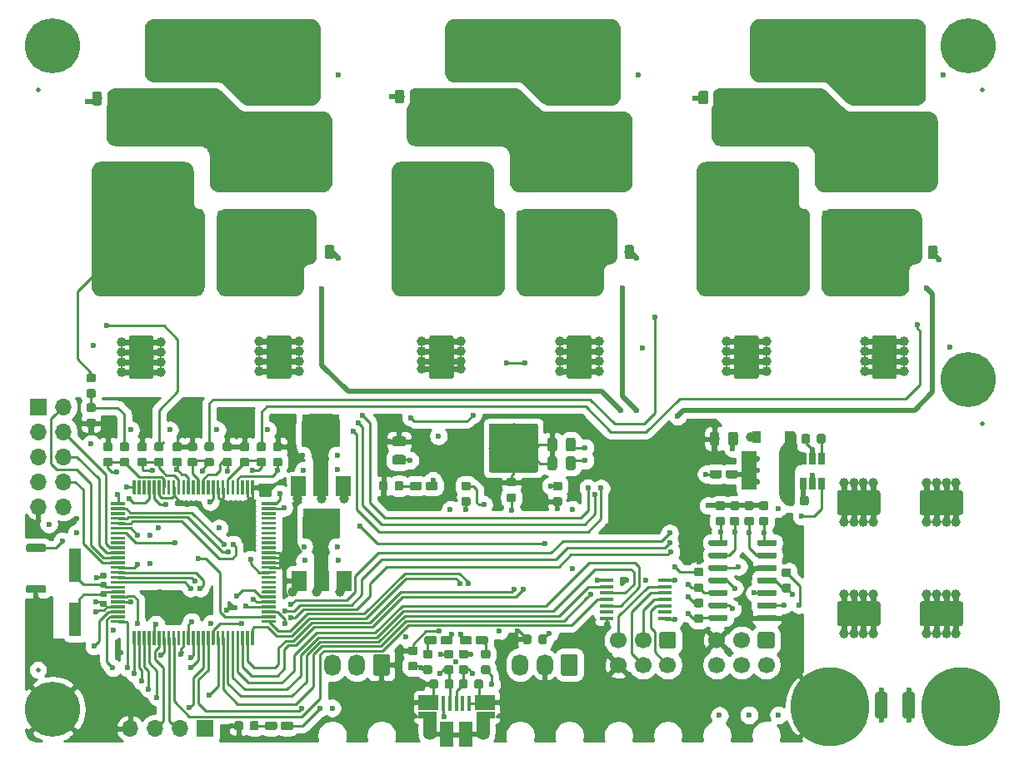
<source format=gbr>
G04 #@! TF.GenerationSoftware,KiCad,Pcbnew,(5.1.4)-1*
G04 #@! TF.CreationDate,2020-11-02T02:16:24+01:00*
G04 #@! TF.ProjectId,FER_ESC_v2r1,4645525f-4553-4435-9f76-3272312e6b69,rev?*
G04 #@! TF.SameCoordinates,Original*
G04 #@! TF.FileFunction,Copper,L1,Top*
G04 #@! TF.FilePolarity,Positive*
%FSLAX46Y46*%
G04 Gerber Fmt 4.6, Leading zero omitted, Abs format (unit mm)*
G04 Created by KiCad (PCBNEW (5.1.4)-1) date 2020-11-02 02:16:24*
%MOMM*%
%LPD*%
G04 APERTURE LIST*
%ADD10R,1.500000X2.000000*%
%ADD11R,3.800000X2.000000*%
%ADD12C,0.100000*%
%ADD13C,0.875000*%
%ADD14C,0.850000*%
%ADD15C,0.300000*%
%ADD16C,1.250000*%
%ADD17C,2.500000*%
%ADD18O,1.700000X1.700000*%
%ADD19R,1.700000X1.700000*%
%ADD20O,1.700000X2.200000*%
%ADD21C,1.700000*%
%ADD22C,0.975000*%
%ADD23C,0.800000*%
%ADD24C,0.600000*%
%ADD25R,1.450000X0.450000*%
%ADD26C,5.600000*%
%ADD27R,10.100000X1.400000*%
%ADD28R,8.700000X2.900000*%
%ADD29R,9.700000X3.700000*%
%ADD30C,1.000000*%
%ADD31R,1.500000X4.000000*%
%ADD32C,0.900000*%
%ADD33C,8.000000*%
%ADD34C,0.500000*%
%ADD35R,1.200000X3.500000*%
%ADD36R,0.650000X1.220000*%
%ADD37C,5.000000*%
%ADD38R,1.430000X2.500000*%
%ADD39O,1.350000X1.700000*%
%ADD40O,1.100000X1.500000*%
%ADD41R,0.400000X1.650000*%
%ADD42R,2.000000X1.500000*%
%ADD43R,1.825000X0.700000*%
%ADD44R,1.350000X2.000000*%
%ADD45R,0.900000X1.200000*%
%ADD46C,0.590000*%
%ADD47C,0.600000*%
%ADD48C,0.250000*%
%ADD49C,0.500000*%
%ADD50C,0.254000*%
%ADD51C,0.300000*%
G04 APERTURE END LIST*
D10*
X129450000Y-109350000D03*
X134050000Y-109350000D03*
X131750000Y-109350000D03*
D11*
X131750000Y-103050000D03*
D12*
G36*
X125227691Y-133226053D02*
G01*
X125248926Y-133229203D01*
X125269750Y-133234419D01*
X125289962Y-133241651D01*
X125309368Y-133250830D01*
X125327781Y-133261866D01*
X125345024Y-133274654D01*
X125360930Y-133289070D01*
X125375346Y-133304976D01*
X125388134Y-133322219D01*
X125399170Y-133340632D01*
X125408349Y-133360038D01*
X125415581Y-133380250D01*
X125420797Y-133401074D01*
X125423947Y-133422309D01*
X125425000Y-133443750D01*
X125425000Y-133956250D01*
X125423947Y-133977691D01*
X125420797Y-133998926D01*
X125415581Y-134019750D01*
X125408349Y-134039962D01*
X125399170Y-134059368D01*
X125388134Y-134077781D01*
X125375346Y-134095024D01*
X125360930Y-134110930D01*
X125345024Y-134125346D01*
X125327781Y-134138134D01*
X125309368Y-134149170D01*
X125289962Y-134158349D01*
X125269750Y-134165581D01*
X125248926Y-134170797D01*
X125227691Y-134173947D01*
X125206250Y-134175000D01*
X124768750Y-134175000D01*
X124747309Y-134173947D01*
X124726074Y-134170797D01*
X124705250Y-134165581D01*
X124685038Y-134158349D01*
X124665632Y-134149170D01*
X124647219Y-134138134D01*
X124629976Y-134125346D01*
X124614070Y-134110930D01*
X124599654Y-134095024D01*
X124586866Y-134077781D01*
X124575830Y-134059368D01*
X124566651Y-134039962D01*
X124559419Y-134019750D01*
X124554203Y-133998926D01*
X124551053Y-133977691D01*
X124550000Y-133956250D01*
X124550000Y-133443750D01*
X124551053Y-133422309D01*
X124554203Y-133401074D01*
X124559419Y-133380250D01*
X124566651Y-133360038D01*
X124575830Y-133340632D01*
X124586866Y-133322219D01*
X124599654Y-133304976D01*
X124614070Y-133289070D01*
X124629976Y-133274654D01*
X124647219Y-133261866D01*
X124665632Y-133250830D01*
X124685038Y-133241651D01*
X124705250Y-133234419D01*
X124726074Y-133229203D01*
X124747309Y-133226053D01*
X124768750Y-133225000D01*
X125206250Y-133225000D01*
X125227691Y-133226053D01*
X125227691Y-133226053D01*
G37*
D13*
X124987500Y-133700000D03*
D12*
G36*
X123652691Y-133226053D02*
G01*
X123673926Y-133229203D01*
X123694750Y-133234419D01*
X123714962Y-133241651D01*
X123734368Y-133250830D01*
X123752781Y-133261866D01*
X123770024Y-133274654D01*
X123785930Y-133289070D01*
X123800346Y-133304976D01*
X123813134Y-133322219D01*
X123824170Y-133340632D01*
X123833349Y-133360038D01*
X123840581Y-133380250D01*
X123845797Y-133401074D01*
X123848947Y-133422309D01*
X123850000Y-133443750D01*
X123850000Y-133956250D01*
X123848947Y-133977691D01*
X123845797Y-133998926D01*
X123840581Y-134019750D01*
X123833349Y-134039962D01*
X123824170Y-134059368D01*
X123813134Y-134077781D01*
X123800346Y-134095024D01*
X123785930Y-134110930D01*
X123770024Y-134125346D01*
X123752781Y-134138134D01*
X123734368Y-134149170D01*
X123714962Y-134158349D01*
X123694750Y-134165581D01*
X123673926Y-134170797D01*
X123652691Y-134173947D01*
X123631250Y-134175000D01*
X123193750Y-134175000D01*
X123172309Y-134173947D01*
X123151074Y-134170797D01*
X123130250Y-134165581D01*
X123110038Y-134158349D01*
X123090632Y-134149170D01*
X123072219Y-134138134D01*
X123054976Y-134125346D01*
X123039070Y-134110930D01*
X123024654Y-134095024D01*
X123011866Y-134077781D01*
X123000830Y-134059368D01*
X122991651Y-134039962D01*
X122984419Y-134019750D01*
X122979203Y-133998926D01*
X122976053Y-133977691D01*
X122975000Y-133956250D01*
X122975000Y-133443750D01*
X122976053Y-133422309D01*
X122979203Y-133401074D01*
X122984419Y-133380250D01*
X122991651Y-133360038D01*
X123000830Y-133340632D01*
X123011866Y-133322219D01*
X123024654Y-133304976D01*
X123039070Y-133289070D01*
X123054976Y-133274654D01*
X123072219Y-133261866D01*
X123090632Y-133250830D01*
X123110038Y-133241651D01*
X123130250Y-133234419D01*
X123151074Y-133229203D01*
X123172309Y-133226053D01*
X123193750Y-133225000D01*
X123631250Y-133225000D01*
X123652691Y-133226053D01*
X123652691Y-133226053D01*
G37*
D13*
X123412500Y-133700000D03*
D12*
G36*
X128733329Y-133276023D02*
G01*
X128753957Y-133279083D01*
X128774185Y-133284150D01*
X128793820Y-133291176D01*
X128812672Y-133300092D01*
X128830559Y-133310813D01*
X128847309Y-133323235D01*
X128862760Y-133337240D01*
X128876765Y-133352691D01*
X128889187Y-133369441D01*
X128899908Y-133387328D01*
X128908824Y-133406180D01*
X128915850Y-133425815D01*
X128920917Y-133446043D01*
X128923977Y-133466671D01*
X128925000Y-133487500D01*
X128925000Y-133912500D01*
X128923977Y-133933329D01*
X128920917Y-133953957D01*
X128915850Y-133974185D01*
X128908824Y-133993820D01*
X128899908Y-134012672D01*
X128889187Y-134030559D01*
X128876765Y-134047309D01*
X128862760Y-134062760D01*
X128847309Y-134076765D01*
X128830559Y-134089187D01*
X128812672Y-134099908D01*
X128793820Y-134108824D01*
X128774185Y-134115850D01*
X128753957Y-134120917D01*
X128733329Y-134123977D01*
X128712500Y-134125000D01*
X127912500Y-134125000D01*
X127891671Y-134123977D01*
X127871043Y-134120917D01*
X127850815Y-134115850D01*
X127831180Y-134108824D01*
X127812328Y-134099908D01*
X127794441Y-134089187D01*
X127777691Y-134076765D01*
X127762240Y-134062760D01*
X127748235Y-134047309D01*
X127735813Y-134030559D01*
X127725092Y-134012672D01*
X127716176Y-133993820D01*
X127709150Y-133974185D01*
X127704083Y-133953957D01*
X127701023Y-133933329D01*
X127700000Y-133912500D01*
X127700000Y-133487500D01*
X127701023Y-133466671D01*
X127704083Y-133446043D01*
X127709150Y-133425815D01*
X127716176Y-133406180D01*
X127725092Y-133387328D01*
X127735813Y-133369441D01*
X127748235Y-133352691D01*
X127762240Y-133337240D01*
X127777691Y-133323235D01*
X127794441Y-133310813D01*
X127812328Y-133300092D01*
X127831180Y-133291176D01*
X127850815Y-133284150D01*
X127871043Y-133279083D01*
X127891671Y-133276023D01*
X127912500Y-133275000D01*
X128712500Y-133275000D01*
X128733329Y-133276023D01*
X128733329Y-133276023D01*
G37*
D14*
X128312500Y-133700000D03*
D12*
G36*
X127108329Y-133276023D02*
G01*
X127128957Y-133279083D01*
X127149185Y-133284150D01*
X127168820Y-133291176D01*
X127187672Y-133300092D01*
X127205559Y-133310813D01*
X127222309Y-133323235D01*
X127237760Y-133337240D01*
X127251765Y-133352691D01*
X127264187Y-133369441D01*
X127274908Y-133387328D01*
X127283824Y-133406180D01*
X127290850Y-133425815D01*
X127295917Y-133446043D01*
X127298977Y-133466671D01*
X127300000Y-133487500D01*
X127300000Y-133912500D01*
X127298977Y-133933329D01*
X127295917Y-133953957D01*
X127290850Y-133974185D01*
X127283824Y-133993820D01*
X127274908Y-134012672D01*
X127264187Y-134030559D01*
X127251765Y-134047309D01*
X127237760Y-134062760D01*
X127222309Y-134076765D01*
X127205559Y-134089187D01*
X127187672Y-134099908D01*
X127168820Y-134108824D01*
X127149185Y-134115850D01*
X127128957Y-134120917D01*
X127108329Y-134123977D01*
X127087500Y-134125000D01*
X126287500Y-134125000D01*
X126266671Y-134123977D01*
X126246043Y-134120917D01*
X126225815Y-134115850D01*
X126206180Y-134108824D01*
X126187328Y-134099908D01*
X126169441Y-134089187D01*
X126152691Y-134076765D01*
X126137240Y-134062760D01*
X126123235Y-134047309D01*
X126110813Y-134030559D01*
X126100092Y-134012672D01*
X126091176Y-133993820D01*
X126084150Y-133974185D01*
X126079083Y-133953957D01*
X126076023Y-133933329D01*
X126075000Y-133912500D01*
X126075000Y-133487500D01*
X126076023Y-133466671D01*
X126079083Y-133446043D01*
X126084150Y-133425815D01*
X126091176Y-133406180D01*
X126100092Y-133387328D01*
X126110813Y-133369441D01*
X126123235Y-133352691D01*
X126137240Y-133337240D01*
X126152691Y-133323235D01*
X126169441Y-133310813D01*
X126187328Y-133300092D01*
X126206180Y-133291176D01*
X126225815Y-133284150D01*
X126246043Y-133279083D01*
X126266671Y-133276023D01*
X126287500Y-133275000D01*
X127087500Y-133275000D01*
X127108329Y-133276023D01*
X127108329Y-133276023D01*
G37*
D14*
X126687500Y-133700000D03*
D12*
G36*
X124882351Y-124025361D02*
G01*
X124889632Y-124026441D01*
X124896771Y-124028229D01*
X124903701Y-124030709D01*
X124910355Y-124033856D01*
X124916668Y-124037640D01*
X124922579Y-124042024D01*
X124928033Y-124046967D01*
X124932976Y-124052421D01*
X124937360Y-124058332D01*
X124941144Y-124064645D01*
X124944291Y-124071299D01*
X124946771Y-124078229D01*
X124948559Y-124085368D01*
X124949639Y-124092649D01*
X124950000Y-124100000D01*
X124950000Y-125425000D01*
X124949639Y-125432351D01*
X124948559Y-125439632D01*
X124946771Y-125446771D01*
X124944291Y-125453701D01*
X124941144Y-125460355D01*
X124937360Y-125466668D01*
X124932976Y-125472579D01*
X124928033Y-125478033D01*
X124922579Y-125482976D01*
X124916668Y-125487360D01*
X124910355Y-125491144D01*
X124903701Y-125494291D01*
X124896771Y-125496771D01*
X124889632Y-125498559D01*
X124882351Y-125499639D01*
X124875000Y-125500000D01*
X124725000Y-125500000D01*
X124717649Y-125499639D01*
X124710368Y-125498559D01*
X124703229Y-125496771D01*
X124696299Y-125494291D01*
X124689645Y-125491144D01*
X124683332Y-125487360D01*
X124677421Y-125482976D01*
X124671967Y-125478033D01*
X124667024Y-125472579D01*
X124662640Y-125466668D01*
X124658856Y-125460355D01*
X124655709Y-125453701D01*
X124653229Y-125446771D01*
X124651441Y-125439632D01*
X124650361Y-125432351D01*
X124650000Y-125425000D01*
X124650000Y-124100000D01*
X124650361Y-124092649D01*
X124651441Y-124085368D01*
X124653229Y-124078229D01*
X124655709Y-124071299D01*
X124658856Y-124064645D01*
X124662640Y-124058332D01*
X124667024Y-124052421D01*
X124671967Y-124046967D01*
X124677421Y-124042024D01*
X124683332Y-124037640D01*
X124689645Y-124033856D01*
X124696299Y-124030709D01*
X124703229Y-124028229D01*
X124710368Y-124026441D01*
X124717649Y-124025361D01*
X124725000Y-124025000D01*
X124875000Y-124025000D01*
X124882351Y-124025361D01*
X124882351Y-124025361D01*
G37*
D15*
X124800000Y-124762500D03*
D12*
G36*
X124382351Y-124025361D02*
G01*
X124389632Y-124026441D01*
X124396771Y-124028229D01*
X124403701Y-124030709D01*
X124410355Y-124033856D01*
X124416668Y-124037640D01*
X124422579Y-124042024D01*
X124428033Y-124046967D01*
X124432976Y-124052421D01*
X124437360Y-124058332D01*
X124441144Y-124064645D01*
X124444291Y-124071299D01*
X124446771Y-124078229D01*
X124448559Y-124085368D01*
X124449639Y-124092649D01*
X124450000Y-124100000D01*
X124450000Y-125425000D01*
X124449639Y-125432351D01*
X124448559Y-125439632D01*
X124446771Y-125446771D01*
X124444291Y-125453701D01*
X124441144Y-125460355D01*
X124437360Y-125466668D01*
X124432976Y-125472579D01*
X124428033Y-125478033D01*
X124422579Y-125482976D01*
X124416668Y-125487360D01*
X124410355Y-125491144D01*
X124403701Y-125494291D01*
X124396771Y-125496771D01*
X124389632Y-125498559D01*
X124382351Y-125499639D01*
X124375000Y-125500000D01*
X124225000Y-125500000D01*
X124217649Y-125499639D01*
X124210368Y-125498559D01*
X124203229Y-125496771D01*
X124196299Y-125494291D01*
X124189645Y-125491144D01*
X124183332Y-125487360D01*
X124177421Y-125482976D01*
X124171967Y-125478033D01*
X124167024Y-125472579D01*
X124162640Y-125466668D01*
X124158856Y-125460355D01*
X124155709Y-125453701D01*
X124153229Y-125446771D01*
X124151441Y-125439632D01*
X124150361Y-125432351D01*
X124150000Y-125425000D01*
X124150000Y-124100000D01*
X124150361Y-124092649D01*
X124151441Y-124085368D01*
X124153229Y-124078229D01*
X124155709Y-124071299D01*
X124158856Y-124064645D01*
X124162640Y-124058332D01*
X124167024Y-124052421D01*
X124171967Y-124046967D01*
X124177421Y-124042024D01*
X124183332Y-124037640D01*
X124189645Y-124033856D01*
X124196299Y-124030709D01*
X124203229Y-124028229D01*
X124210368Y-124026441D01*
X124217649Y-124025361D01*
X124225000Y-124025000D01*
X124375000Y-124025000D01*
X124382351Y-124025361D01*
X124382351Y-124025361D01*
G37*
D15*
X124300000Y-124762500D03*
D12*
G36*
X123882351Y-124025361D02*
G01*
X123889632Y-124026441D01*
X123896771Y-124028229D01*
X123903701Y-124030709D01*
X123910355Y-124033856D01*
X123916668Y-124037640D01*
X123922579Y-124042024D01*
X123928033Y-124046967D01*
X123932976Y-124052421D01*
X123937360Y-124058332D01*
X123941144Y-124064645D01*
X123944291Y-124071299D01*
X123946771Y-124078229D01*
X123948559Y-124085368D01*
X123949639Y-124092649D01*
X123950000Y-124100000D01*
X123950000Y-125425000D01*
X123949639Y-125432351D01*
X123948559Y-125439632D01*
X123946771Y-125446771D01*
X123944291Y-125453701D01*
X123941144Y-125460355D01*
X123937360Y-125466668D01*
X123932976Y-125472579D01*
X123928033Y-125478033D01*
X123922579Y-125482976D01*
X123916668Y-125487360D01*
X123910355Y-125491144D01*
X123903701Y-125494291D01*
X123896771Y-125496771D01*
X123889632Y-125498559D01*
X123882351Y-125499639D01*
X123875000Y-125500000D01*
X123725000Y-125500000D01*
X123717649Y-125499639D01*
X123710368Y-125498559D01*
X123703229Y-125496771D01*
X123696299Y-125494291D01*
X123689645Y-125491144D01*
X123683332Y-125487360D01*
X123677421Y-125482976D01*
X123671967Y-125478033D01*
X123667024Y-125472579D01*
X123662640Y-125466668D01*
X123658856Y-125460355D01*
X123655709Y-125453701D01*
X123653229Y-125446771D01*
X123651441Y-125439632D01*
X123650361Y-125432351D01*
X123650000Y-125425000D01*
X123650000Y-124100000D01*
X123650361Y-124092649D01*
X123651441Y-124085368D01*
X123653229Y-124078229D01*
X123655709Y-124071299D01*
X123658856Y-124064645D01*
X123662640Y-124058332D01*
X123667024Y-124052421D01*
X123671967Y-124046967D01*
X123677421Y-124042024D01*
X123683332Y-124037640D01*
X123689645Y-124033856D01*
X123696299Y-124030709D01*
X123703229Y-124028229D01*
X123710368Y-124026441D01*
X123717649Y-124025361D01*
X123725000Y-124025000D01*
X123875000Y-124025000D01*
X123882351Y-124025361D01*
X123882351Y-124025361D01*
G37*
D15*
X123800000Y-124762500D03*
D12*
G36*
X123382351Y-124025361D02*
G01*
X123389632Y-124026441D01*
X123396771Y-124028229D01*
X123403701Y-124030709D01*
X123410355Y-124033856D01*
X123416668Y-124037640D01*
X123422579Y-124042024D01*
X123428033Y-124046967D01*
X123432976Y-124052421D01*
X123437360Y-124058332D01*
X123441144Y-124064645D01*
X123444291Y-124071299D01*
X123446771Y-124078229D01*
X123448559Y-124085368D01*
X123449639Y-124092649D01*
X123450000Y-124100000D01*
X123450000Y-125425000D01*
X123449639Y-125432351D01*
X123448559Y-125439632D01*
X123446771Y-125446771D01*
X123444291Y-125453701D01*
X123441144Y-125460355D01*
X123437360Y-125466668D01*
X123432976Y-125472579D01*
X123428033Y-125478033D01*
X123422579Y-125482976D01*
X123416668Y-125487360D01*
X123410355Y-125491144D01*
X123403701Y-125494291D01*
X123396771Y-125496771D01*
X123389632Y-125498559D01*
X123382351Y-125499639D01*
X123375000Y-125500000D01*
X123225000Y-125500000D01*
X123217649Y-125499639D01*
X123210368Y-125498559D01*
X123203229Y-125496771D01*
X123196299Y-125494291D01*
X123189645Y-125491144D01*
X123183332Y-125487360D01*
X123177421Y-125482976D01*
X123171967Y-125478033D01*
X123167024Y-125472579D01*
X123162640Y-125466668D01*
X123158856Y-125460355D01*
X123155709Y-125453701D01*
X123153229Y-125446771D01*
X123151441Y-125439632D01*
X123150361Y-125432351D01*
X123150000Y-125425000D01*
X123150000Y-124100000D01*
X123150361Y-124092649D01*
X123151441Y-124085368D01*
X123153229Y-124078229D01*
X123155709Y-124071299D01*
X123158856Y-124064645D01*
X123162640Y-124058332D01*
X123167024Y-124052421D01*
X123171967Y-124046967D01*
X123177421Y-124042024D01*
X123183332Y-124037640D01*
X123189645Y-124033856D01*
X123196299Y-124030709D01*
X123203229Y-124028229D01*
X123210368Y-124026441D01*
X123217649Y-124025361D01*
X123225000Y-124025000D01*
X123375000Y-124025000D01*
X123382351Y-124025361D01*
X123382351Y-124025361D01*
G37*
D15*
X123300000Y-124762500D03*
D12*
G36*
X122882351Y-124025361D02*
G01*
X122889632Y-124026441D01*
X122896771Y-124028229D01*
X122903701Y-124030709D01*
X122910355Y-124033856D01*
X122916668Y-124037640D01*
X122922579Y-124042024D01*
X122928033Y-124046967D01*
X122932976Y-124052421D01*
X122937360Y-124058332D01*
X122941144Y-124064645D01*
X122944291Y-124071299D01*
X122946771Y-124078229D01*
X122948559Y-124085368D01*
X122949639Y-124092649D01*
X122950000Y-124100000D01*
X122950000Y-125425000D01*
X122949639Y-125432351D01*
X122948559Y-125439632D01*
X122946771Y-125446771D01*
X122944291Y-125453701D01*
X122941144Y-125460355D01*
X122937360Y-125466668D01*
X122932976Y-125472579D01*
X122928033Y-125478033D01*
X122922579Y-125482976D01*
X122916668Y-125487360D01*
X122910355Y-125491144D01*
X122903701Y-125494291D01*
X122896771Y-125496771D01*
X122889632Y-125498559D01*
X122882351Y-125499639D01*
X122875000Y-125500000D01*
X122725000Y-125500000D01*
X122717649Y-125499639D01*
X122710368Y-125498559D01*
X122703229Y-125496771D01*
X122696299Y-125494291D01*
X122689645Y-125491144D01*
X122683332Y-125487360D01*
X122677421Y-125482976D01*
X122671967Y-125478033D01*
X122667024Y-125472579D01*
X122662640Y-125466668D01*
X122658856Y-125460355D01*
X122655709Y-125453701D01*
X122653229Y-125446771D01*
X122651441Y-125439632D01*
X122650361Y-125432351D01*
X122650000Y-125425000D01*
X122650000Y-124100000D01*
X122650361Y-124092649D01*
X122651441Y-124085368D01*
X122653229Y-124078229D01*
X122655709Y-124071299D01*
X122658856Y-124064645D01*
X122662640Y-124058332D01*
X122667024Y-124052421D01*
X122671967Y-124046967D01*
X122677421Y-124042024D01*
X122683332Y-124037640D01*
X122689645Y-124033856D01*
X122696299Y-124030709D01*
X122703229Y-124028229D01*
X122710368Y-124026441D01*
X122717649Y-124025361D01*
X122725000Y-124025000D01*
X122875000Y-124025000D01*
X122882351Y-124025361D01*
X122882351Y-124025361D01*
G37*
D15*
X122800000Y-124762500D03*
D12*
G36*
X122382351Y-124025361D02*
G01*
X122389632Y-124026441D01*
X122396771Y-124028229D01*
X122403701Y-124030709D01*
X122410355Y-124033856D01*
X122416668Y-124037640D01*
X122422579Y-124042024D01*
X122428033Y-124046967D01*
X122432976Y-124052421D01*
X122437360Y-124058332D01*
X122441144Y-124064645D01*
X122444291Y-124071299D01*
X122446771Y-124078229D01*
X122448559Y-124085368D01*
X122449639Y-124092649D01*
X122450000Y-124100000D01*
X122450000Y-125425000D01*
X122449639Y-125432351D01*
X122448559Y-125439632D01*
X122446771Y-125446771D01*
X122444291Y-125453701D01*
X122441144Y-125460355D01*
X122437360Y-125466668D01*
X122432976Y-125472579D01*
X122428033Y-125478033D01*
X122422579Y-125482976D01*
X122416668Y-125487360D01*
X122410355Y-125491144D01*
X122403701Y-125494291D01*
X122396771Y-125496771D01*
X122389632Y-125498559D01*
X122382351Y-125499639D01*
X122375000Y-125500000D01*
X122225000Y-125500000D01*
X122217649Y-125499639D01*
X122210368Y-125498559D01*
X122203229Y-125496771D01*
X122196299Y-125494291D01*
X122189645Y-125491144D01*
X122183332Y-125487360D01*
X122177421Y-125482976D01*
X122171967Y-125478033D01*
X122167024Y-125472579D01*
X122162640Y-125466668D01*
X122158856Y-125460355D01*
X122155709Y-125453701D01*
X122153229Y-125446771D01*
X122151441Y-125439632D01*
X122150361Y-125432351D01*
X122150000Y-125425000D01*
X122150000Y-124100000D01*
X122150361Y-124092649D01*
X122151441Y-124085368D01*
X122153229Y-124078229D01*
X122155709Y-124071299D01*
X122158856Y-124064645D01*
X122162640Y-124058332D01*
X122167024Y-124052421D01*
X122171967Y-124046967D01*
X122177421Y-124042024D01*
X122183332Y-124037640D01*
X122189645Y-124033856D01*
X122196299Y-124030709D01*
X122203229Y-124028229D01*
X122210368Y-124026441D01*
X122217649Y-124025361D01*
X122225000Y-124025000D01*
X122375000Y-124025000D01*
X122382351Y-124025361D01*
X122382351Y-124025361D01*
G37*
D15*
X122300000Y-124762500D03*
D12*
G36*
X121882351Y-124025361D02*
G01*
X121889632Y-124026441D01*
X121896771Y-124028229D01*
X121903701Y-124030709D01*
X121910355Y-124033856D01*
X121916668Y-124037640D01*
X121922579Y-124042024D01*
X121928033Y-124046967D01*
X121932976Y-124052421D01*
X121937360Y-124058332D01*
X121941144Y-124064645D01*
X121944291Y-124071299D01*
X121946771Y-124078229D01*
X121948559Y-124085368D01*
X121949639Y-124092649D01*
X121950000Y-124100000D01*
X121950000Y-125425000D01*
X121949639Y-125432351D01*
X121948559Y-125439632D01*
X121946771Y-125446771D01*
X121944291Y-125453701D01*
X121941144Y-125460355D01*
X121937360Y-125466668D01*
X121932976Y-125472579D01*
X121928033Y-125478033D01*
X121922579Y-125482976D01*
X121916668Y-125487360D01*
X121910355Y-125491144D01*
X121903701Y-125494291D01*
X121896771Y-125496771D01*
X121889632Y-125498559D01*
X121882351Y-125499639D01*
X121875000Y-125500000D01*
X121725000Y-125500000D01*
X121717649Y-125499639D01*
X121710368Y-125498559D01*
X121703229Y-125496771D01*
X121696299Y-125494291D01*
X121689645Y-125491144D01*
X121683332Y-125487360D01*
X121677421Y-125482976D01*
X121671967Y-125478033D01*
X121667024Y-125472579D01*
X121662640Y-125466668D01*
X121658856Y-125460355D01*
X121655709Y-125453701D01*
X121653229Y-125446771D01*
X121651441Y-125439632D01*
X121650361Y-125432351D01*
X121650000Y-125425000D01*
X121650000Y-124100000D01*
X121650361Y-124092649D01*
X121651441Y-124085368D01*
X121653229Y-124078229D01*
X121655709Y-124071299D01*
X121658856Y-124064645D01*
X121662640Y-124058332D01*
X121667024Y-124052421D01*
X121671967Y-124046967D01*
X121677421Y-124042024D01*
X121683332Y-124037640D01*
X121689645Y-124033856D01*
X121696299Y-124030709D01*
X121703229Y-124028229D01*
X121710368Y-124026441D01*
X121717649Y-124025361D01*
X121725000Y-124025000D01*
X121875000Y-124025000D01*
X121882351Y-124025361D01*
X121882351Y-124025361D01*
G37*
D15*
X121800000Y-124762500D03*
D12*
G36*
X121382351Y-124025361D02*
G01*
X121389632Y-124026441D01*
X121396771Y-124028229D01*
X121403701Y-124030709D01*
X121410355Y-124033856D01*
X121416668Y-124037640D01*
X121422579Y-124042024D01*
X121428033Y-124046967D01*
X121432976Y-124052421D01*
X121437360Y-124058332D01*
X121441144Y-124064645D01*
X121444291Y-124071299D01*
X121446771Y-124078229D01*
X121448559Y-124085368D01*
X121449639Y-124092649D01*
X121450000Y-124100000D01*
X121450000Y-125425000D01*
X121449639Y-125432351D01*
X121448559Y-125439632D01*
X121446771Y-125446771D01*
X121444291Y-125453701D01*
X121441144Y-125460355D01*
X121437360Y-125466668D01*
X121432976Y-125472579D01*
X121428033Y-125478033D01*
X121422579Y-125482976D01*
X121416668Y-125487360D01*
X121410355Y-125491144D01*
X121403701Y-125494291D01*
X121396771Y-125496771D01*
X121389632Y-125498559D01*
X121382351Y-125499639D01*
X121375000Y-125500000D01*
X121225000Y-125500000D01*
X121217649Y-125499639D01*
X121210368Y-125498559D01*
X121203229Y-125496771D01*
X121196299Y-125494291D01*
X121189645Y-125491144D01*
X121183332Y-125487360D01*
X121177421Y-125482976D01*
X121171967Y-125478033D01*
X121167024Y-125472579D01*
X121162640Y-125466668D01*
X121158856Y-125460355D01*
X121155709Y-125453701D01*
X121153229Y-125446771D01*
X121151441Y-125439632D01*
X121150361Y-125432351D01*
X121150000Y-125425000D01*
X121150000Y-124100000D01*
X121150361Y-124092649D01*
X121151441Y-124085368D01*
X121153229Y-124078229D01*
X121155709Y-124071299D01*
X121158856Y-124064645D01*
X121162640Y-124058332D01*
X121167024Y-124052421D01*
X121171967Y-124046967D01*
X121177421Y-124042024D01*
X121183332Y-124037640D01*
X121189645Y-124033856D01*
X121196299Y-124030709D01*
X121203229Y-124028229D01*
X121210368Y-124026441D01*
X121217649Y-124025361D01*
X121225000Y-124025000D01*
X121375000Y-124025000D01*
X121382351Y-124025361D01*
X121382351Y-124025361D01*
G37*
D15*
X121300000Y-124762500D03*
D12*
G36*
X120882351Y-124025361D02*
G01*
X120889632Y-124026441D01*
X120896771Y-124028229D01*
X120903701Y-124030709D01*
X120910355Y-124033856D01*
X120916668Y-124037640D01*
X120922579Y-124042024D01*
X120928033Y-124046967D01*
X120932976Y-124052421D01*
X120937360Y-124058332D01*
X120941144Y-124064645D01*
X120944291Y-124071299D01*
X120946771Y-124078229D01*
X120948559Y-124085368D01*
X120949639Y-124092649D01*
X120950000Y-124100000D01*
X120950000Y-125425000D01*
X120949639Y-125432351D01*
X120948559Y-125439632D01*
X120946771Y-125446771D01*
X120944291Y-125453701D01*
X120941144Y-125460355D01*
X120937360Y-125466668D01*
X120932976Y-125472579D01*
X120928033Y-125478033D01*
X120922579Y-125482976D01*
X120916668Y-125487360D01*
X120910355Y-125491144D01*
X120903701Y-125494291D01*
X120896771Y-125496771D01*
X120889632Y-125498559D01*
X120882351Y-125499639D01*
X120875000Y-125500000D01*
X120725000Y-125500000D01*
X120717649Y-125499639D01*
X120710368Y-125498559D01*
X120703229Y-125496771D01*
X120696299Y-125494291D01*
X120689645Y-125491144D01*
X120683332Y-125487360D01*
X120677421Y-125482976D01*
X120671967Y-125478033D01*
X120667024Y-125472579D01*
X120662640Y-125466668D01*
X120658856Y-125460355D01*
X120655709Y-125453701D01*
X120653229Y-125446771D01*
X120651441Y-125439632D01*
X120650361Y-125432351D01*
X120650000Y-125425000D01*
X120650000Y-124100000D01*
X120650361Y-124092649D01*
X120651441Y-124085368D01*
X120653229Y-124078229D01*
X120655709Y-124071299D01*
X120658856Y-124064645D01*
X120662640Y-124058332D01*
X120667024Y-124052421D01*
X120671967Y-124046967D01*
X120677421Y-124042024D01*
X120683332Y-124037640D01*
X120689645Y-124033856D01*
X120696299Y-124030709D01*
X120703229Y-124028229D01*
X120710368Y-124026441D01*
X120717649Y-124025361D01*
X120725000Y-124025000D01*
X120875000Y-124025000D01*
X120882351Y-124025361D01*
X120882351Y-124025361D01*
G37*
D15*
X120800000Y-124762500D03*
D12*
G36*
X120382351Y-124025361D02*
G01*
X120389632Y-124026441D01*
X120396771Y-124028229D01*
X120403701Y-124030709D01*
X120410355Y-124033856D01*
X120416668Y-124037640D01*
X120422579Y-124042024D01*
X120428033Y-124046967D01*
X120432976Y-124052421D01*
X120437360Y-124058332D01*
X120441144Y-124064645D01*
X120444291Y-124071299D01*
X120446771Y-124078229D01*
X120448559Y-124085368D01*
X120449639Y-124092649D01*
X120450000Y-124100000D01*
X120450000Y-125425000D01*
X120449639Y-125432351D01*
X120448559Y-125439632D01*
X120446771Y-125446771D01*
X120444291Y-125453701D01*
X120441144Y-125460355D01*
X120437360Y-125466668D01*
X120432976Y-125472579D01*
X120428033Y-125478033D01*
X120422579Y-125482976D01*
X120416668Y-125487360D01*
X120410355Y-125491144D01*
X120403701Y-125494291D01*
X120396771Y-125496771D01*
X120389632Y-125498559D01*
X120382351Y-125499639D01*
X120375000Y-125500000D01*
X120225000Y-125500000D01*
X120217649Y-125499639D01*
X120210368Y-125498559D01*
X120203229Y-125496771D01*
X120196299Y-125494291D01*
X120189645Y-125491144D01*
X120183332Y-125487360D01*
X120177421Y-125482976D01*
X120171967Y-125478033D01*
X120167024Y-125472579D01*
X120162640Y-125466668D01*
X120158856Y-125460355D01*
X120155709Y-125453701D01*
X120153229Y-125446771D01*
X120151441Y-125439632D01*
X120150361Y-125432351D01*
X120150000Y-125425000D01*
X120150000Y-124100000D01*
X120150361Y-124092649D01*
X120151441Y-124085368D01*
X120153229Y-124078229D01*
X120155709Y-124071299D01*
X120158856Y-124064645D01*
X120162640Y-124058332D01*
X120167024Y-124052421D01*
X120171967Y-124046967D01*
X120177421Y-124042024D01*
X120183332Y-124037640D01*
X120189645Y-124033856D01*
X120196299Y-124030709D01*
X120203229Y-124028229D01*
X120210368Y-124026441D01*
X120217649Y-124025361D01*
X120225000Y-124025000D01*
X120375000Y-124025000D01*
X120382351Y-124025361D01*
X120382351Y-124025361D01*
G37*
D15*
X120300000Y-124762500D03*
D12*
G36*
X119882351Y-124025361D02*
G01*
X119889632Y-124026441D01*
X119896771Y-124028229D01*
X119903701Y-124030709D01*
X119910355Y-124033856D01*
X119916668Y-124037640D01*
X119922579Y-124042024D01*
X119928033Y-124046967D01*
X119932976Y-124052421D01*
X119937360Y-124058332D01*
X119941144Y-124064645D01*
X119944291Y-124071299D01*
X119946771Y-124078229D01*
X119948559Y-124085368D01*
X119949639Y-124092649D01*
X119950000Y-124100000D01*
X119950000Y-125425000D01*
X119949639Y-125432351D01*
X119948559Y-125439632D01*
X119946771Y-125446771D01*
X119944291Y-125453701D01*
X119941144Y-125460355D01*
X119937360Y-125466668D01*
X119932976Y-125472579D01*
X119928033Y-125478033D01*
X119922579Y-125482976D01*
X119916668Y-125487360D01*
X119910355Y-125491144D01*
X119903701Y-125494291D01*
X119896771Y-125496771D01*
X119889632Y-125498559D01*
X119882351Y-125499639D01*
X119875000Y-125500000D01*
X119725000Y-125500000D01*
X119717649Y-125499639D01*
X119710368Y-125498559D01*
X119703229Y-125496771D01*
X119696299Y-125494291D01*
X119689645Y-125491144D01*
X119683332Y-125487360D01*
X119677421Y-125482976D01*
X119671967Y-125478033D01*
X119667024Y-125472579D01*
X119662640Y-125466668D01*
X119658856Y-125460355D01*
X119655709Y-125453701D01*
X119653229Y-125446771D01*
X119651441Y-125439632D01*
X119650361Y-125432351D01*
X119650000Y-125425000D01*
X119650000Y-124100000D01*
X119650361Y-124092649D01*
X119651441Y-124085368D01*
X119653229Y-124078229D01*
X119655709Y-124071299D01*
X119658856Y-124064645D01*
X119662640Y-124058332D01*
X119667024Y-124052421D01*
X119671967Y-124046967D01*
X119677421Y-124042024D01*
X119683332Y-124037640D01*
X119689645Y-124033856D01*
X119696299Y-124030709D01*
X119703229Y-124028229D01*
X119710368Y-124026441D01*
X119717649Y-124025361D01*
X119725000Y-124025000D01*
X119875000Y-124025000D01*
X119882351Y-124025361D01*
X119882351Y-124025361D01*
G37*
D15*
X119800000Y-124762500D03*
D12*
G36*
X119382351Y-124025361D02*
G01*
X119389632Y-124026441D01*
X119396771Y-124028229D01*
X119403701Y-124030709D01*
X119410355Y-124033856D01*
X119416668Y-124037640D01*
X119422579Y-124042024D01*
X119428033Y-124046967D01*
X119432976Y-124052421D01*
X119437360Y-124058332D01*
X119441144Y-124064645D01*
X119444291Y-124071299D01*
X119446771Y-124078229D01*
X119448559Y-124085368D01*
X119449639Y-124092649D01*
X119450000Y-124100000D01*
X119450000Y-125425000D01*
X119449639Y-125432351D01*
X119448559Y-125439632D01*
X119446771Y-125446771D01*
X119444291Y-125453701D01*
X119441144Y-125460355D01*
X119437360Y-125466668D01*
X119432976Y-125472579D01*
X119428033Y-125478033D01*
X119422579Y-125482976D01*
X119416668Y-125487360D01*
X119410355Y-125491144D01*
X119403701Y-125494291D01*
X119396771Y-125496771D01*
X119389632Y-125498559D01*
X119382351Y-125499639D01*
X119375000Y-125500000D01*
X119225000Y-125500000D01*
X119217649Y-125499639D01*
X119210368Y-125498559D01*
X119203229Y-125496771D01*
X119196299Y-125494291D01*
X119189645Y-125491144D01*
X119183332Y-125487360D01*
X119177421Y-125482976D01*
X119171967Y-125478033D01*
X119167024Y-125472579D01*
X119162640Y-125466668D01*
X119158856Y-125460355D01*
X119155709Y-125453701D01*
X119153229Y-125446771D01*
X119151441Y-125439632D01*
X119150361Y-125432351D01*
X119150000Y-125425000D01*
X119150000Y-124100000D01*
X119150361Y-124092649D01*
X119151441Y-124085368D01*
X119153229Y-124078229D01*
X119155709Y-124071299D01*
X119158856Y-124064645D01*
X119162640Y-124058332D01*
X119167024Y-124052421D01*
X119171967Y-124046967D01*
X119177421Y-124042024D01*
X119183332Y-124037640D01*
X119189645Y-124033856D01*
X119196299Y-124030709D01*
X119203229Y-124028229D01*
X119210368Y-124026441D01*
X119217649Y-124025361D01*
X119225000Y-124025000D01*
X119375000Y-124025000D01*
X119382351Y-124025361D01*
X119382351Y-124025361D01*
G37*
D15*
X119300000Y-124762500D03*
D12*
G36*
X118882351Y-124025361D02*
G01*
X118889632Y-124026441D01*
X118896771Y-124028229D01*
X118903701Y-124030709D01*
X118910355Y-124033856D01*
X118916668Y-124037640D01*
X118922579Y-124042024D01*
X118928033Y-124046967D01*
X118932976Y-124052421D01*
X118937360Y-124058332D01*
X118941144Y-124064645D01*
X118944291Y-124071299D01*
X118946771Y-124078229D01*
X118948559Y-124085368D01*
X118949639Y-124092649D01*
X118950000Y-124100000D01*
X118950000Y-125425000D01*
X118949639Y-125432351D01*
X118948559Y-125439632D01*
X118946771Y-125446771D01*
X118944291Y-125453701D01*
X118941144Y-125460355D01*
X118937360Y-125466668D01*
X118932976Y-125472579D01*
X118928033Y-125478033D01*
X118922579Y-125482976D01*
X118916668Y-125487360D01*
X118910355Y-125491144D01*
X118903701Y-125494291D01*
X118896771Y-125496771D01*
X118889632Y-125498559D01*
X118882351Y-125499639D01*
X118875000Y-125500000D01*
X118725000Y-125500000D01*
X118717649Y-125499639D01*
X118710368Y-125498559D01*
X118703229Y-125496771D01*
X118696299Y-125494291D01*
X118689645Y-125491144D01*
X118683332Y-125487360D01*
X118677421Y-125482976D01*
X118671967Y-125478033D01*
X118667024Y-125472579D01*
X118662640Y-125466668D01*
X118658856Y-125460355D01*
X118655709Y-125453701D01*
X118653229Y-125446771D01*
X118651441Y-125439632D01*
X118650361Y-125432351D01*
X118650000Y-125425000D01*
X118650000Y-124100000D01*
X118650361Y-124092649D01*
X118651441Y-124085368D01*
X118653229Y-124078229D01*
X118655709Y-124071299D01*
X118658856Y-124064645D01*
X118662640Y-124058332D01*
X118667024Y-124052421D01*
X118671967Y-124046967D01*
X118677421Y-124042024D01*
X118683332Y-124037640D01*
X118689645Y-124033856D01*
X118696299Y-124030709D01*
X118703229Y-124028229D01*
X118710368Y-124026441D01*
X118717649Y-124025361D01*
X118725000Y-124025000D01*
X118875000Y-124025000D01*
X118882351Y-124025361D01*
X118882351Y-124025361D01*
G37*
D15*
X118800000Y-124762500D03*
D12*
G36*
X118382351Y-124025361D02*
G01*
X118389632Y-124026441D01*
X118396771Y-124028229D01*
X118403701Y-124030709D01*
X118410355Y-124033856D01*
X118416668Y-124037640D01*
X118422579Y-124042024D01*
X118428033Y-124046967D01*
X118432976Y-124052421D01*
X118437360Y-124058332D01*
X118441144Y-124064645D01*
X118444291Y-124071299D01*
X118446771Y-124078229D01*
X118448559Y-124085368D01*
X118449639Y-124092649D01*
X118450000Y-124100000D01*
X118450000Y-125425000D01*
X118449639Y-125432351D01*
X118448559Y-125439632D01*
X118446771Y-125446771D01*
X118444291Y-125453701D01*
X118441144Y-125460355D01*
X118437360Y-125466668D01*
X118432976Y-125472579D01*
X118428033Y-125478033D01*
X118422579Y-125482976D01*
X118416668Y-125487360D01*
X118410355Y-125491144D01*
X118403701Y-125494291D01*
X118396771Y-125496771D01*
X118389632Y-125498559D01*
X118382351Y-125499639D01*
X118375000Y-125500000D01*
X118225000Y-125500000D01*
X118217649Y-125499639D01*
X118210368Y-125498559D01*
X118203229Y-125496771D01*
X118196299Y-125494291D01*
X118189645Y-125491144D01*
X118183332Y-125487360D01*
X118177421Y-125482976D01*
X118171967Y-125478033D01*
X118167024Y-125472579D01*
X118162640Y-125466668D01*
X118158856Y-125460355D01*
X118155709Y-125453701D01*
X118153229Y-125446771D01*
X118151441Y-125439632D01*
X118150361Y-125432351D01*
X118150000Y-125425000D01*
X118150000Y-124100000D01*
X118150361Y-124092649D01*
X118151441Y-124085368D01*
X118153229Y-124078229D01*
X118155709Y-124071299D01*
X118158856Y-124064645D01*
X118162640Y-124058332D01*
X118167024Y-124052421D01*
X118171967Y-124046967D01*
X118177421Y-124042024D01*
X118183332Y-124037640D01*
X118189645Y-124033856D01*
X118196299Y-124030709D01*
X118203229Y-124028229D01*
X118210368Y-124026441D01*
X118217649Y-124025361D01*
X118225000Y-124025000D01*
X118375000Y-124025000D01*
X118382351Y-124025361D01*
X118382351Y-124025361D01*
G37*
D15*
X118300000Y-124762500D03*
D12*
G36*
X117882351Y-124025361D02*
G01*
X117889632Y-124026441D01*
X117896771Y-124028229D01*
X117903701Y-124030709D01*
X117910355Y-124033856D01*
X117916668Y-124037640D01*
X117922579Y-124042024D01*
X117928033Y-124046967D01*
X117932976Y-124052421D01*
X117937360Y-124058332D01*
X117941144Y-124064645D01*
X117944291Y-124071299D01*
X117946771Y-124078229D01*
X117948559Y-124085368D01*
X117949639Y-124092649D01*
X117950000Y-124100000D01*
X117950000Y-125425000D01*
X117949639Y-125432351D01*
X117948559Y-125439632D01*
X117946771Y-125446771D01*
X117944291Y-125453701D01*
X117941144Y-125460355D01*
X117937360Y-125466668D01*
X117932976Y-125472579D01*
X117928033Y-125478033D01*
X117922579Y-125482976D01*
X117916668Y-125487360D01*
X117910355Y-125491144D01*
X117903701Y-125494291D01*
X117896771Y-125496771D01*
X117889632Y-125498559D01*
X117882351Y-125499639D01*
X117875000Y-125500000D01*
X117725000Y-125500000D01*
X117717649Y-125499639D01*
X117710368Y-125498559D01*
X117703229Y-125496771D01*
X117696299Y-125494291D01*
X117689645Y-125491144D01*
X117683332Y-125487360D01*
X117677421Y-125482976D01*
X117671967Y-125478033D01*
X117667024Y-125472579D01*
X117662640Y-125466668D01*
X117658856Y-125460355D01*
X117655709Y-125453701D01*
X117653229Y-125446771D01*
X117651441Y-125439632D01*
X117650361Y-125432351D01*
X117650000Y-125425000D01*
X117650000Y-124100000D01*
X117650361Y-124092649D01*
X117651441Y-124085368D01*
X117653229Y-124078229D01*
X117655709Y-124071299D01*
X117658856Y-124064645D01*
X117662640Y-124058332D01*
X117667024Y-124052421D01*
X117671967Y-124046967D01*
X117677421Y-124042024D01*
X117683332Y-124037640D01*
X117689645Y-124033856D01*
X117696299Y-124030709D01*
X117703229Y-124028229D01*
X117710368Y-124026441D01*
X117717649Y-124025361D01*
X117725000Y-124025000D01*
X117875000Y-124025000D01*
X117882351Y-124025361D01*
X117882351Y-124025361D01*
G37*
D15*
X117800000Y-124762500D03*
D12*
G36*
X117382351Y-124025361D02*
G01*
X117389632Y-124026441D01*
X117396771Y-124028229D01*
X117403701Y-124030709D01*
X117410355Y-124033856D01*
X117416668Y-124037640D01*
X117422579Y-124042024D01*
X117428033Y-124046967D01*
X117432976Y-124052421D01*
X117437360Y-124058332D01*
X117441144Y-124064645D01*
X117444291Y-124071299D01*
X117446771Y-124078229D01*
X117448559Y-124085368D01*
X117449639Y-124092649D01*
X117450000Y-124100000D01*
X117450000Y-125425000D01*
X117449639Y-125432351D01*
X117448559Y-125439632D01*
X117446771Y-125446771D01*
X117444291Y-125453701D01*
X117441144Y-125460355D01*
X117437360Y-125466668D01*
X117432976Y-125472579D01*
X117428033Y-125478033D01*
X117422579Y-125482976D01*
X117416668Y-125487360D01*
X117410355Y-125491144D01*
X117403701Y-125494291D01*
X117396771Y-125496771D01*
X117389632Y-125498559D01*
X117382351Y-125499639D01*
X117375000Y-125500000D01*
X117225000Y-125500000D01*
X117217649Y-125499639D01*
X117210368Y-125498559D01*
X117203229Y-125496771D01*
X117196299Y-125494291D01*
X117189645Y-125491144D01*
X117183332Y-125487360D01*
X117177421Y-125482976D01*
X117171967Y-125478033D01*
X117167024Y-125472579D01*
X117162640Y-125466668D01*
X117158856Y-125460355D01*
X117155709Y-125453701D01*
X117153229Y-125446771D01*
X117151441Y-125439632D01*
X117150361Y-125432351D01*
X117150000Y-125425000D01*
X117150000Y-124100000D01*
X117150361Y-124092649D01*
X117151441Y-124085368D01*
X117153229Y-124078229D01*
X117155709Y-124071299D01*
X117158856Y-124064645D01*
X117162640Y-124058332D01*
X117167024Y-124052421D01*
X117171967Y-124046967D01*
X117177421Y-124042024D01*
X117183332Y-124037640D01*
X117189645Y-124033856D01*
X117196299Y-124030709D01*
X117203229Y-124028229D01*
X117210368Y-124026441D01*
X117217649Y-124025361D01*
X117225000Y-124025000D01*
X117375000Y-124025000D01*
X117382351Y-124025361D01*
X117382351Y-124025361D01*
G37*
D15*
X117300000Y-124762500D03*
D12*
G36*
X116882351Y-124025361D02*
G01*
X116889632Y-124026441D01*
X116896771Y-124028229D01*
X116903701Y-124030709D01*
X116910355Y-124033856D01*
X116916668Y-124037640D01*
X116922579Y-124042024D01*
X116928033Y-124046967D01*
X116932976Y-124052421D01*
X116937360Y-124058332D01*
X116941144Y-124064645D01*
X116944291Y-124071299D01*
X116946771Y-124078229D01*
X116948559Y-124085368D01*
X116949639Y-124092649D01*
X116950000Y-124100000D01*
X116950000Y-125425000D01*
X116949639Y-125432351D01*
X116948559Y-125439632D01*
X116946771Y-125446771D01*
X116944291Y-125453701D01*
X116941144Y-125460355D01*
X116937360Y-125466668D01*
X116932976Y-125472579D01*
X116928033Y-125478033D01*
X116922579Y-125482976D01*
X116916668Y-125487360D01*
X116910355Y-125491144D01*
X116903701Y-125494291D01*
X116896771Y-125496771D01*
X116889632Y-125498559D01*
X116882351Y-125499639D01*
X116875000Y-125500000D01*
X116725000Y-125500000D01*
X116717649Y-125499639D01*
X116710368Y-125498559D01*
X116703229Y-125496771D01*
X116696299Y-125494291D01*
X116689645Y-125491144D01*
X116683332Y-125487360D01*
X116677421Y-125482976D01*
X116671967Y-125478033D01*
X116667024Y-125472579D01*
X116662640Y-125466668D01*
X116658856Y-125460355D01*
X116655709Y-125453701D01*
X116653229Y-125446771D01*
X116651441Y-125439632D01*
X116650361Y-125432351D01*
X116650000Y-125425000D01*
X116650000Y-124100000D01*
X116650361Y-124092649D01*
X116651441Y-124085368D01*
X116653229Y-124078229D01*
X116655709Y-124071299D01*
X116658856Y-124064645D01*
X116662640Y-124058332D01*
X116667024Y-124052421D01*
X116671967Y-124046967D01*
X116677421Y-124042024D01*
X116683332Y-124037640D01*
X116689645Y-124033856D01*
X116696299Y-124030709D01*
X116703229Y-124028229D01*
X116710368Y-124026441D01*
X116717649Y-124025361D01*
X116725000Y-124025000D01*
X116875000Y-124025000D01*
X116882351Y-124025361D01*
X116882351Y-124025361D01*
G37*
D15*
X116800000Y-124762500D03*
D12*
G36*
X116382351Y-124025361D02*
G01*
X116389632Y-124026441D01*
X116396771Y-124028229D01*
X116403701Y-124030709D01*
X116410355Y-124033856D01*
X116416668Y-124037640D01*
X116422579Y-124042024D01*
X116428033Y-124046967D01*
X116432976Y-124052421D01*
X116437360Y-124058332D01*
X116441144Y-124064645D01*
X116444291Y-124071299D01*
X116446771Y-124078229D01*
X116448559Y-124085368D01*
X116449639Y-124092649D01*
X116450000Y-124100000D01*
X116450000Y-125425000D01*
X116449639Y-125432351D01*
X116448559Y-125439632D01*
X116446771Y-125446771D01*
X116444291Y-125453701D01*
X116441144Y-125460355D01*
X116437360Y-125466668D01*
X116432976Y-125472579D01*
X116428033Y-125478033D01*
X116422579Y-125482976D01*
X116416668Y-125487360D01*
X116410355Y-125491144D01*
X116403701Y-125494291D01*
X116396771Y-125496771D01*
X116389632Y-125498559D01*
X116382351Y-125499639D01*
X116375000Y-125500000D01*
X116225000Y-125500000D01*
X116217649Y-125499639D01*
X116210368Y-125498559D01*
X116203229Y-125496771D01*
X116196299Y-125494291D01*
X116189645Y-125491144D01*
X116183332Y-125487360D01*
X116177421Y-125482976D01*
X116171967Y-125478033D01*
X116167024Y-125472579D01*
X116162640Y-125466668D01*
X116158856Y-125460355D01*
X116155709Y-125453701D01*
X116153229Y-125446771D01*
X116151441Y-125439632D01*
X116150361Y-125432351D01*
X116150000Y-125425000D01*
X116150000Y-124100000D01*
X116150361Y-124092649D01*
X116151441Y-124085368D01*
X116153229Y-124078229D01*
X116155709Y-124071299D01*
X116158856Y-124064645D01*
X116162640Y-124058332D01*
X116167024Y-124052421D01*
X116171967Y-124046967D01*
X116177421Y-124042024D01*
X116183332Y-124037640D01*
X116189645Y-124033856D01*
X116196299Y-124030709D01*
X116203229Y-124028229D01*
X116210368Y-124026441D01*
X116217649Y-124025361D01*
X116225000Y-124025000D01*
X116375000Y-124025000D01*
X116382351Y-124025361D01*
X116382351Y-124025361D01*
G37*
D15*
X116300000Y-124762500D03*
D12*
G36*
X115882351Y-124025361D02*
G01*
X115889632Y-124026441D01*
X115896771Y-124028229D01*
X115903701Y-124030709D01*
X115910355Y-124033856D01*
X115916668Y-124037640D01*
X115922579Y-124042024D01*
X115928033Y-124046967D01*
X115932976Y-124052421D01*
X115937360Y-124058332D01*
X115941144Y-124064645D01*
X115944291Y-124071299D01*
X115946771Y-124078229D01*
X115948559Y-124085368D01*
X115949639Y-124092649D01*
X115950000Y-124100000D01*
X115950000Y-125425000D01*
X115949639Y-125432351D01*
X115948559Y-125439632D01*
X115946771Y-125446771D01*
X115944291Y-125453701D01*
X115941144Y-125460355D01*
X115937360Y-125466668D01*
X115932976Y-125472579D01*
X115928033Y-125478033D01*
X115922579Y-125482976D01*
X115916668Y-125487360D01*
X115910355Y-125491144D01*
X115903701Y-125494291D01*
X115896771Y-125496771D01*
X115889632Y-125498559D01*
X115882351Y-125499639D01*
X115875000Y-125500000D01*
X115725000Y-125500000D01*
X115717649Y-125499639D01*
X115710368Y-125498559D01*
X115703229Y-125496771D01*
X115696299Y-125494291D01*
X115689645Y-125491144D01*
X115683332Y-125487360D01*
X115677421Y-125482976D01*
X115671967Y-125478033D01*
X115667024Y-125472579D01*
X115662640Y-125466668D01*
X115658856Y-125460355D01*
X115655709Y-125453701D01*
X115653229Y-125446771D01*
X115651441Y-125439632D01*
X115650361Y-125432351D01*
X115650000Y-125425000D01*
X115650000Y-124100000D01*
X115650361Y-124092649D01*
X115651441Y-124085368D01*
X115653229Y-124078229D01*
X115655709Y-124071299D01*
X115658856Y-124064645D01*
X115662640Y-124058332D01*
X115667024Y-124052421D01*
X115671967Y-124046967D01*
X115677421Y-124042024D01*
X115683332Y-124037640D01*
X115689645Y-124033856D01*
X115696299Y-124030709D01*
X115703229Y-124028229D01*
X115710368Y-124026441D01*
X115717649Y-124025361D01*
X115725000Y-124025000D01*
X115875000Y-124025000D01*
X115882351Y-124025361D01*
X115882351Y-124025361D01*
G37*
D15*
X115800000Y-124762500D03*
D12*
G36*
X115382351Y-124025361D02*
G01*
X115389632Y-124026441D01*
X115396771Y-124028229D01*
X115403701Y-124030709D01*
X115410355Y-124033856D01*
X115416668Y-124037640D01*
X115422579Y-124042024D01*
X115428033Y-124046967D01*
X115432976Y-124052421D01*
X115437360Y-124058332D01*
X115441144Y-124064645D01*
X115444291Y-124071299D01*
X115446771Y-124078229D01*
X115448559Y-124085368D01*
X115449639Y-124092649D01*
X115450000Y-124100000D01*
X115450000Y-125425000D01*
X115449639Y-125432351D01*
X115448559Y-125439632D01*
X115446771Y-125446771D01*
X115444291Y-125453701D01*
X115441144Y-125460355D01*
X115437360Y-125466668D01*
X115432976Y-125472579D01*
X115428033Y-125478033D01*
X115422579Y-125482976D01*
X115416668Y-125487360D01*
X115410355Y-125491144D01*
X115403701Y-125494291D01*
X115396771Y-125496771D01*
X115389632Y-125498559D01*
X115382351Y-125499639D01*
X115375000Y-125500000D01*
X115225000Y-125500000D01*
X115217649Y-125499639D01*
X115210368Y-125498559D01*
X115203229Y-125496771D01*
X115196299Y-125494291D01*
X115189645Y-125491144D01*
X115183332Y-125487360D01*
X115177421Y-125482976D01*
X115171967Y-125478033D01*
X115167024Y-125472579D01*
X115162640Y-125466668D01*
X115158856Y-125460355D01*
X115155709Y-125453701D01*
X115153229Y-125446771D01*
X115151441Y-125439632D01*
X115150361Y-125432351D01*
X115150000Y-125425000D01*
X115150000Y-124100000D01*
X115150361Y-124092649D01*
X115151441Y-124085368D01*
X115153229Y-124078229D01*
X115155709Y-124071299D01*
X115158856Y-124064645D01*
X115162640Y-124058332D01*
X115167024Y-124052421D01*
X115171967Y-124046967D01*
X115177421Y-124042024D01*
X115183332Y-124037640D01*
X115189645Y-124033856D01*
X115196299Y-124030709D01*
X115203229Y-124028229D01*
X115210368Y-124026441D01*
X115217649Y-124025361D01*
X115225000Y-124025000D01*
X115375000Y-124025000D01*
X115382351Y-124025361D01*
X115382351Y-124025361D01*
G37*
D15*
X115300000Y-124762500D03*
D12*
G36*
X114882351Y-124025361D02*
G01*
X114889632Y-124026441D01*
X114896771Y-124028229D01*
X114903701Y-124030709D01*
X114910355Y-124033856D01*
X114916668Y-124037640D01*
X114922579Y-124042024D01*
X114928033Y-124046967D01*
X114932976Y-124052421D01*
X114937360Y-124058332D01*
X114941144Y-124064645D01*
X114944291Y-124071299D01*
X114946771Y-124078229D01*
X114948559Y-124085368D01*
X114949639Y-124092649D01*
X114950000Y-124100000D01*
X114950000Y-125425000D01*
X114949639Y-125432351D01*
X114948559Y-125439632D01*
X114946771Y-125446771D01*
X114944291Y-125453701D01*
X114941144Y-125460355D01*
X114937360Y-125466668D01*
X114932976Y-125472579D01*
X114928033Y-125478033D01*
X114922579Y-125482976D01*
X114916668Y-125487360D01*
X114910355Y-125491144D01*
X114903701Y-125494291D01*
X114896771Y-125496771D01*
X114889632Y-125498559D01*
X114882351Y-125499639D01*
X114875000Y-125500000D01*
X114725000Y-125500000D01*
X114717649Y-125499639D01*
X114710368Y-125498559D01*
X114703229Y-125496771D01*
X114696299Y-125494291D01*
X114689645Y-125491144D01*
X114683332Y-125487360D01*
X114677421Y-125482976D01*
X114671967Y-125478033D01*
X114667024Y-125472579D01*
X114662640Y-125466668D01*
X114658856Y-125460355D01*
X114655709Y-125453701D01*
X114653229Y-125446771D01*
X114651441Y-125439632D01*
X114650361Y-125432351D01*
X114650000Y-125425000D01*
X114650000Y-124100000D01*
X114650361Y-124092649D01*
X114651441Y-124085368D01*
X114653229Y-124078229D01*
X114655709Y-124071299D01*
X114658856Y-124064645D01*
X114662640Y-124058332D01*
X114667024Y-124052421D01*
X114671967Y-124046967D01*
X114677421Y-124042024D01*
X114683332Y-124037640D01*
X114689645Y-124033856D01*
X114696299Y-124030709D01*
X114703229Y-124028229D01*
X114710368Y-124026441D01*
X114717649Y-124025361D01*
X114725000Y-124025000D01*
X114875000Y-124025000D01*
X114882351Y-124025361D01*
X114882351Y-124025361D01*
G37*
D15*
X114800000Y-124762500D03*
D12*
G36*
X114382351Y-124025361D02*
G01*
X114389632Y-124026441D01*
X114396771Y-124028229D01*
X114403701Y-124030709D01*
X114410355Y-124033856D01*
X114416668Y-124037640D01*
X114422579Y-124042024D01*
X114428033Y-124046967D01*
X114432976Y-124052421D01*
X114437360Y-124058332D01*
X114441144Y-124064645D01*
X114444291Y-124071299D01*
X114446771Y-124078229D01*
X114448559Y-124085368D01*
X114449639Y-124092649D01*
X114450000Y-124100000D01*
X114450000Y-125425000D01*
X114449639Y-125432351D01*
X114448559Y-125439632D01*
X114446771Y-125446771D01*
X114444291Y-125453701D01*
X114441144Y-125460355D01*
X114437360Y-125466668D01*
X114432976Y-125472579D01*
X114428033Y-125478033D01*
X114422579Y-125482976D01*
X114416668Y-125487360D01*
X114410355Y-125491144D01*
X114403701Y-125494291D01*
X114396771Y-125496771D01*
X114389632Y-125498559D01*
X114382351Y-125499639D01*
X114375000Y-125500000D01*
X114225000Y-125500000D01*
X114217649Y-125499639D01*
X114210368Y-125498559D01*
X114203229Y-125496771D01*
X114196299Y-125494291D01*
X114189645Y-125491144D01*
X114183332Y-125487360D01*
X114177421Y-125482976D01*
X114171967Y-125478033D01*
X114167024Y-125472579D01*
X114162640Y-125466668D01*
X114158856Y-125460355D01*
X114155709Y-125453701D01*
X114153229Y-125446771D01*
X114151441Y-125439632D01*
X114150361Y-125432351D01*
X114150000Y-125425000D01*
X114150000Y-124100000D01*
X114150361Y-124092649D01*
X114151441Y-124085368D01*
X114153229Y-124078229D01*
X114155709Y-124071299D01*
X114158856Y-124064645D01*
X114162640Y-124058332D01*
X114167024Y-124052421D01*
X114171967Y-124046967D01*
X114177421Y-124042024D01*
X114183332Y-124037640D01*
X114189645Y-124033856D01*
X114196299Y-124030709D01*
X114203229Y-124028229D01*
X114210368Y-124026441D01*
X114217649Y-124025361D01*
X114225000Y-124025000D01*
X114375000Y-124025000D01*
X114382351Y-124025361D01*
X114382351Y-124025361D01*
G37*
D15*
X114300000Y-124762500D03*
D12*
G36*
X113882351Y-124025361D02*
G01*
X113889632Y-124026441D01*
X113896771Y-124028229D01*
X113903701Y-124030709D01*
X113910355Y-124033856D01*
X113916668Y-124037640D01*
X113922579Y-124042024D01*
X113928033Y-124046967D01*
X113932976Y-124052421D01*
X113937360Y-124058332D01*
X113941144Y-124064645D01*
X113944291Y-124071299D01*
X113946771Y-124078229D01*
X113948559Y-124085368D01*
X113949639Y-124092649D01*
X113950000Y-124100000D01*
X113950000Y-125425000D01*
X113949639Y-125432351D01*
X113948559Y-125439632D01*
X113946771Y-125446771D01*
X113944291Y-125453701D01*
X113941144Y-125460355D01*
X113937360Y-125466668D01*
X113932976Y-125472579D01*
X113928033Y-125478033D01*
X113922579Y-125482976D01*
X113916668Y-125487360D01*
X113910355Y-125491144D01*
X113903701Y-125494291D01*
X113896771Y-125496771D01*
X113889632Y-125498559D01*
X113882351Y-125499639D01*
X113875000Y-125500000D01*
X113725000Y-125500000D01*
X113717649Y-125499639D01*
X113710368Y-125498559D01*
X113703229Y-125496771D01*
X113696299Y-125494291D01*
X113689645Y-125491144D01*
X113683332Y-125487360D01*
X113677421Y-125482976D01*
X113671967Y-125478033D01*
X113667024Y-125472579D01*
X113662640Y-125466668D01*
X113658856Y-125460355D01*
X113655709Y-125453701D01*
X113653229Y-125446771D01*
X113651441Y-125439632D01*
X113650361Y-125432351D01*
X113650000Y-125425000D01*
X113650000Y-124100000D01*
X113650361Y-124092649D01*
X113651441Y-124085368D01*
X113653229Y-124078229D01*
X113655709Y-124071299D01*
X113658856Y-124064645D01*
X113662640Y-124058332D01*
X113667024Y-124052421D01*
X113671967Y-124046967D01*
X113677421Y-124042024D01*
X113683332Y-124037640D01*
X113689645Y-124033856D01*
X113696299Y-124030709D01*
X113703229Y-124028229D01*
X113710368Y-124026441D01*
X113717649Y-124025361D01*
X113725000Y-124025000D01*
X113875000Y-124025000D01*
X113882351Y-124025361D01*
X113882351Y-124025361D01*
G37*
D15*
X113800000Y-124762500D03*
D12*
G36*
X113382351Y-124025361D02*
G01*
X113389632Y-124026441D01*
X113396771Y-124028229D01*
X113403701Y-124030709D01*
X113410355Y-124033856D01*
X113416668Y-124037640D01*
X113422579Y-124042024D01*
X113428033Y-124046967D01*
X113432976Y-124052421D01*
X113437360Y-124058332D01*
X113441144Y-124064645D01*
X113444291Y-124071299D01*
X113446771Y-124078229D01*
X113448559Y-124085368D01*
X113449639Y-124092649D01*
X113450000Y-124100000D01*
X113450000Y-125425000D01*
X113449639Y-125432351D01*
X113448559Y-125439632D01*
X113446771Y-125446771D01*
X113444291Y-125453701D01*
X113441144Y-125460355D01*
X113437360Y-125466668D01*
X113432976Y-125472579D01*
X113428033Y-125478033D01*
X113422579Y-125482976D01*
X113416668Y-125487360D01*
X113410355Y-125491144D01*
X113403701Y-125494291D01*
X113396771Y-125496771D01*
X113389632Y-125498559D01*
X113382351Y-125499639D01*
X113375000Y-125500000D01*
X113225000Y-125500000D01*
X113217649Y-125499639D01*
X113210368Y-125498559D01*
X113203229Y-125496771D01*
X113196299Y-125494291D01*
X113189645Y-125491144D01*
X113183332Y-125487360D01*
X113177421Y-125482976D01*
X113171967Y-125478033D01*
X113167024Y-125472579D01*
X113162640Y-125466668D01*
X113158856Y-125460355D01*
X113155709Y-125453701D01*
X113153229Y-125446771D01*
X113151441Y-125439632D01*
X113150361Y-125432351D01*
X113150000Y-125425000D01*
X113150000Y-124100000D01*
X113150361Y-124092649D01*
X113151441Y-124085368D01*
X113153229Y-124078229D01*
X113155709Y-124071299D01*
X113158856Y-124064645D01*
X113162640Y-124058332D01*
X113167024Y-124052421D01*
X113171967Y-124046967D01*
X113177421Y-124042024D01*
X113183332Y-124037640D01*
X113189645Y-124033856D01*
X113196299Y-124030709D01*
X113203229Y-124028229D01*
X113210368Y-124026441D01*
X113217649Y-124025361D01*
X113225000Y-124025000D01*
X113375000Y-124025000D01*
X113382351Y-124025361D01*
X113382351Y-124025361D01*
G37*
D15*
X113300000Y-124762500D03*
D12*
G36*
X112882351Y-124025361D02*
G01*
X112889632Y-124026441D01*
X112896771Y-124028229D01*
X112903701Y-124030709D01*
X112910355Y-124033856D01*
X112916668Y-124037640D01*
X112922579Y-124042024D01*
X112928033Y-124046967D01*
X112932976Y-124052421D01*
X112937360Y-124058332D01*
X112941144Y-124064645D01*
X112944291Y-124071299D01*
X112946771Y-124078229D01*
X112948559Y-124085368D01*
X112949639Y-124092649D01*
X112950000Y-124100000D01*
X112950000Y-125425000D01*
X112949639Y-125432351D01*
X112948559Y-125439632D01*
X112946771Y-125446771D01*
X112944291Y-125453701D01*
X112941144Y-125460355D01*
X112937360Y-125466668D01*
X112932976Y-125472579D01*
X112928033Y-125478033D01*
X112922579Y-125482976D01*
X112916668Y-125487360D01*
X112910355Y-125491144D01*
X112903701Y-125494291D01*
X112896771Y-125496771D01*
X112889632Y-125498559D01*
X112882351Y-125499639D01*
X112875000Y-125500000D01*
X112725000Y-125500000D01*
X112717649Y-125499639D01*
X112710368Y-125498559D01*
X112703229Y-125496771D01*
X112696299Y-125494291D01*
X112689645Y-125491144D01*
X112683332Y-125487360D01*
X112677421Y-125482976D01*
X112671967Y-125478033D01*
X112667024Y-125472579D01*
X112662640Y-125466668D01*
X112658856Y-125460355D01*
X112655709Y-125453701D01*
X112653229Y-125446771D01*
X112651441Y-125439632D01*
X112650361Y-125432351D01*
X112650000Y-125425000D01*
X112650000Y-124100000D01*
X112650361Y-124092649D01*
X112651441Y-124085368D01*
X112653229Y-124078229D01*
X112655709Y-124071299D01*
X112658856Y-124064645D01*
X112662640Y-124058332D01*
X112667024Y-124052421D01*
X112671967Y-124046967D01*
X112677421Y-124042024D01*
X112683332Y-124037640D01*
X112689645Y-124033856D01*
X112696299Y-124030709D01*
X112703229Y-124028229D01*
X112710368Y-124026441D01*
X112717649Y-124025361D01*
X112725000Y-124025000D01*
X112875000Y-124025000D01*
X112882351Y-124025361D01*
X112882351Y-124025361D01*
G37*
D15*
X112800000Y-124762500D03*
D12*
G36*
X111807351Y-122950361D02*
G01*
X111814632Y-122951441D01*
X111821771Y-122953229D01*
X111828701Y-122955709D01*
X111835355Y-122958856D01*
X111841668Y-122962640D01*
X111847579Y-122967024D01*
X111853033Y-122971967D01*
X111857976Y-122977421D01*
X111862360Y-122983332D01*
X111866144Y-122989645D01*
X111869291Y-122996299D01*
X111871771Y-123003229D01*
X111873559Y-123010368D01*
X111874639Y-123017649D01*
X111875000Y-123025000D01*
X111875000Y-123175000D01*
X111874639Y-123182351D01*
X111873559Y-123189632D01*
X111871771Y-123196771D01*
X111869291Y-123203701D01*
X111866144Y-123210355D01*
X111862360Y-123216668D01*
X111857976Y-123222579D01*
X111853033Y-123228033D01*
X111847579Y-123232976D01*
X111841668Y-123237360D01*
X111835355Y-123241144D01*
X111828701Y-123244291D01*
X111821771Y-123246771D01*
X111814632Y-123248559D01*
X111807351Y-123249639D01*
X111800000Y-123250000D01*
X110475000Y-123250000D01*
X110467649Y-123249639D01*
X110460368Y-123248559D01*
X110453229Y-123246771D01*
X110446299Y-123244291D01*
X110439645Y-123241144D01*
X110433332Y-123237360D01*
X110427421Y-123232976D01*
X110421967Y-123228033D01*
X110417024Y-123222579D01*
X110412640Y-123216668D01*
X110408856Y-123210355D01*
X110405709Y-123203701D01*
X110403229Y-123196771D01*
X110401441Y-123189632D01*
X110400361Y-123182351D01*
X110400000Y-123175000D01*
X110400000Y-123025000D01*
X110400361Y-123017649D01*
X110401441Y-123010368D01*
X110403229Y-123003229D01*
X110405709Y-122996299D01*
X110408856Y-122989645D01*
X110412640Y-122983332D01*
X110417024Y-122977421D01*
X110421967Y-122971967D01*
X110427421Y-122967024D01*
X110433332Y-122962640D01*
X110439645Y-122958856D01*
X110446299Y-122955709D01*
X110453229Y-122953229D01*
X110460368Y-122951441D01*
X110467649Y-122950361D01*
X110475000Y-122950000D01*
X111800000Y-122950000D01*
X111807351Y-122950361D01*
X111807351Y-122950361D01*
G37*
D15*
X111137500Y-123100000D03*
D12*
G36*
X111807351Y-122450361D02*
G01*
X111814632Y-122451441D01*
X111821771Y-122453229D01*
X111828701Y-122455709D01*
X111835355Y-122458856D01*
X111841668Y-122462640D01*
X111847579Y-122467024D01*
X111853033Y-122471967D01*
X111857976Y-122477421D01*
X111862360Y-122483332D01*
X111866144Y-122489645D01*
X111869291Y-122496299D01*
X111871771Y-122503229D01*
X111873559Y-122510368D01*
X111874639Y-122517649D01*
X111875000Y-122525000D01*
X111875000Y-122675000D01*
X111874639Y-122682351D01*
X111873559Y-122689632D01*
X111871771Y-122696771D01*
X111869291Y-122703701D01*
X111866144Y-122710355D01*
X111862360Y-122716668D01*
X111857976Y-122722579D01*
X111853033Y-122728033D01*
X111847579Y-122732976D01*
X111841668Y-122737360D01*
X111835355Y-122741144D01*
X111828701Y-122744291D01*
X111821771Y-122746771D01*
X111814632Y-122748559D01*
X111807351Y-122749639D01*
X111800000Y-122750000D01*
X110475000Y-122750000D01*
X110467649Y-122749639D01*
X110460368Y-122748559D01*
X110453229Y-122746771D01*
X110446299Y-122744291D01*
X110439645Y-122741144D01*
X110433332Y-122737360D01*
X110427421Y-122732976D01*
X110421967Y-122728033D01*
X110417024Y-122722579D01*
X110412640Y-122716668D01*
X110408856Y-122710355D01*
X110405709Y-122703701D01*
X110403229Y-122696771D01*
X110401441Y-122689632D01*
X110400361Y-122682351D01*
X110400000Y-122675000D01*
X110400000Y-122525000D01*
X110400361Y-122517649D01*
X110401441Y-122510368D01*
X110403229Y-122503229D01*
X110405709Y-122496299D01*
X110408856Y-122489645D01*
X110412640Y-122483332D01*
X110417024Y-122477421D01*
X110421967Y-122471967D01*
X110427421Y-122467024D01*
X110433332Y-122462640D01*
X110439645Y-122458856D01*
X110446299Y-122455709D01*
X110453229Y-122453229D01*
X110460368Y-122451441D01*
X110467649Y-122450361D01*
X110475000Y-122450000D01*
X111800000Y-122450000D01*
X111807351Y-122450361D01*
X111807351Y-122450361D01*
G37*
D15*
X111137500Y-122600000D03*
D12*
G36*
X111807351Y-121950361D02*
G01*
X111814632Y-121951441D01*
X111821771Y-121953229D01*
X111828701Y-121955709D01*
X111835355Y-121958856D01*
X111841668Y-121962640D01*
X111847579Y-121967024D01*
X111853033Y-121971967D01*
X111857976Y-121977421D01*
X111862360Y-121983332D01*
X111866144Y-121989645D01*
X111869291Y-121996299D01*
X111871771Y-122003229D01*
X111873559Y-122010368D01*
X111874639Y-122017649D01*
X111875000Y-122025000D01*
X111875000Y-122175000D01*
X111874639Y-122182351D01*
X111873559Y-122189632D01*
X111871771Y-122196771D01*
X111869291Y-122203701D01*
X111866144Y-122210355D01*
X111862360Y-122216668D01*
X111857976Y-122222579D01*
X111853033Y-122228033D01*
X111847579Y-122232976D01*
X111841668Y-122237360D01*
X111835355Y-122241144D01*
X111828701Y-122244291D01*
X111821771Y-122246771D01*
X111814632Y-122248559D01*
X111807351Y-122249639D01*
X111800000Y-122250000D01*
X110475000Y-122250000D01*
X110467649Y-122249639D01*
X110460368Y-122248559D01*
X110453229Y-122246771D01*
X110446299Y-122244291D01*
X110439645Y-122241144D01*
X110433332Y-122237360D01*
X110427421Y-122232976D01*
X110421967Y-122228033D01*
X110417024Y-122222579D01*
X110412640Y-122216668D01*
X110408856Y-122210355D01*
X110405709Y-122203701D01*
X110403229Y-122196771D01*
X110401441Y-122189632D01*
X110400361Y-122182351D01*
X110400000Y-122175000D01*
X110400000Y-122025000D01*
X110400361Y-122017649D01*
X110401441Y-122010368D01*
X110403229Y-122003229D01*
X110405709Y-121996299D01*
X110408856Y-121989645D01*
X110412640Y-121983332D01*
X110417024Y-121977421D01*
X110421967Y-121971967D01*
X110427421Y-121967024D01*
X110433332Y-121962640D01*
X110439645Y-121958856D01*
X110446299Y-121955709D01*
X110453229Y-121953229D01*
X110460368Y-121951441D01*
X110467649Y-121950361D01*
X110475000Y-121950000D01*
X111800000Y-121950000D01*
X111807351Y-121950361D01*
X111807351Y-121950361D01*
G37*
D15*
X111137500Y-122100000D03*
D12*
G36*
X111807351Y-121450361D02*
G01*
X111814632Y-121451441D01*
X111821771Y-121453229D01*
X111828701Y-121455709D01*
X111835355Y-121458856D01*
X111841668Y-121462640D01*
X111847579Y-121467024D01*
X111853033Y-121471967D01*
X111857976Y-121477421D01*
X111862360Y-121483332D01*
X111866144Y-121489645D01*
X111869291Y-121496299D01*
X111871771Y-121503229D01*
X111873559Y-121510368D01*
X111874639Y-121517649D01*
X111875000Y-121525000D01*
X111875000Y-121675000D01*
X111874639Y-121682351D01*
X111873559Y-121689632D01*
X111871771Y-121696771D01*
X111869291Y-121703701D01*
X111866144Y-121710355D01*
X111862360Y-121716668D01*
X111857976Y-121722579D01*
X111853033Y-121728033D01*
X111847579Y-121732976D01*
X111841668Y-121737360D01*
X111835355Y-121741144D01*
X111828701Y-121744291D01*
X111821771Y-121746771D01*
X111814632Y-121748559D01*
X111807351Y-121749639D01*
X111800000Y-121750000D01*
X110475000Y-121750000D01*
X110467649Y-121749639D01*
X110460368Y-121748559D01*
X110453229Y-121746771D01*
X110446299Y-121744291D01*
X110439645Y-121741144D01*
X110433332Y-121737360D01*
X110427421Y-121732976D01*
X110421967Y-121728033D01*
X110417024Y-121722579D01*
X110412640Y-121716668D01*
X110408856Y-121710355D01*
X110405709Y-121703701D01*
X110403229Y-121696771D01*
X110401441Y-121689632D01*
X110400361Y-121682351D01*
X110400000Y-121675000D01*
X110400000Y-121525000D01*
X110400361Y-121517649D01*
X110401441Y-121510368D01*
X110403229Y-121503229D01*
X110405709Y-121496299D01*
X110408856Y-121489645D01*
X110412640Y-121483332D01*
X110417024Y-121477421D01*
X110421967Y-121471967D01*
X110427421Y-121467024D01*
X110433332Y-121462640D01*
X110439645Y-121458856D01*
X110446299Y-121455709D01*
X110453229Y-121453229D01*
X110460368Y-121451441D01*
X110467649Y-121450361D01*
X110475000Y-121450000D01*
X111800000Y-121450000D01*
X111807351Y-121450361D01*
X111807351Y-121450361D01*
G37*
D15*
X111137500Y-121600000D03*
D12*
G36*
X111807351Y-120950361D02*
G01*
X111814632Y-120951441D01*
X111821771Y-120953229D01*
X111828701Y-120955709D01*
X111835355Y-120958856D01*
X111841668Y-120962640D01*
X111847579Y-120967024D01*
X111853033Y-120971967D01*
X111857976Y-120977421D01*
X111862360Y-120983332D01*
X111866144Y-120989645D01*
X111869291Y-120996299D01*
X111871771Y-121003229D01*
X111873559Y-121010368D01*
X111874639Y-121017649D01*
X111875000Y-121025000D01*
X111875000Y-121175000D01*
X111874639Y-121182351D01*
X111873559Y-121189632D01*
X111871771Y-121196771D01*
X111869291Y-121203701D01*
X111866144Y-121210355D01*
X111862360Y-121216668D01*
X111857976Y-121222579D01*
X111853033Y-121228033D01*
X111847579Y-121232976D01*
X111841668Y-121237360D01*
X111835355Y-121241144D01*
X111828701Y-121244291D01*
X111821771Y-121246771D01*
X111814632Y-121248559D01*
X111807351Y-121249639D01*
X111800000Y-121250000D01*
X110475000Y-121250000D01*
X110467649Y-121249639D01*
X110460368Y-121248559D01*
X110453229Y-121246771D01*
X110446299Y-121244291D01*
X110439645Y-121241144D01*
X110433332Y-121237360D01*
X110427421Y-121232976D01*
X110421967Y-121228033D01*
X110417024Y-121222579D01*
X110412640Y-121216668D01*
X110408856Y-121210355D01*
X110405709Y-121203701D01*
X110403229Y-121196771D01*
X110401441Y-121189632D01*
X110400361Y-121182351D01*
X110400000Y-121175000D01*
X110400000Y-121025000D01*
X110400361Y-121017649D01*
X110401441Y-121010368D01*
X110403229Y-121003229D01*
X110405709Y-120996299D01*
X110408856Y-120989645D01*
X110412640Y-120983332D01*
X110417024Y-120977421D01*
X110421967Y-120971967D01*
X110427421Y-120967024D01*
X110433332Y-120962640D01*
X110439645Y-120958856D01*
X110446299Y-120955709D01*
X110453229Y-120953229D01*
X110460368Y-120951441D01*
X110467649Y-120950361D01*
X110475000Y-120950000D01*
X111800000Y-120950000D01*
X111807351Y-120950361D01*
X111807351Y-120950361D01*
G37*
D15*
X111137500Y-121100000D03*
D12*
G36*
X111807351Y-120450361D02*
G01*
X111814632Y-120451441D01*
X111821771Y-120453229D01*
X111828701Y-120455709D01*
X111835355Y-120458856D01*
X111841668Y-120462640D01*
X111847579Y-120467024D01*
X111853033Y-120471967D01*
X111857976Y-120477421D01*
X111862360Y-120483332D01*
X111866144Y-120489645D01*
X111869291Y-120496299D01*
X111871771Y-120503229D01*
X111873559Y-120510368D01*
X111874639Y-120517649D01*
X111875000Y-120525000D01*
X111875000Y-120675000D01*
X111874639Y-120682351D01*
X111873559Y-120689632D01*
X111871771Y-120696771D01*
X111869291Y-120703701D01*
X111866144Y-120710355D01*
X111862360Y-120716668D01*
X111857976Y-120722579D01*
X111853033Y-120728033D01*
X111847579Y-120732976D01*
X111841668Y-120737360D01*
X111835355Y-120741144D01*
X111828701Y-120744291D01*
X111821771Y-120746771D01*
X111814632Y-120748559D01*
X111807351Y-120749639D01*
X111800000Y-120750000D01*
X110475000Y-120750000D01*
X110467649Y-120749639D01*
X110460368Y-120748559D01*
X110453229Y-120746771D01*
X110446299Y-120744291D01*
X110439645Y-120741144D01*
X110433332Y-120737360D01*
X110427421Y-120732976D01*
X110421967Y-120728033D01*
X110417024Y-120722579D01*
X110412640Y-120716668D01*
X110408856Y-120710355D01*
X110405709Y-120703701D01*
X110403229Y-120696771D01*
X110401441Y-120689632D01*
X110400361Y-120682351D01*
X110400000Y-120675000D01*
X110400000Y-120525000D01*
X110400361Y-120517649D01*
X110401441Y-120510368D01*
X110403229Y-120503229D01*
X110405709Y-120496299D01*
X110408856Y-120489645D01*
X110412640Y-120483332D01*
X110417024Y-120477421D01*
X110421967Y-120471967D01*
X110427421Y-120467024D01*
X110433332Y-120462640D01*
X110439645Y-120458856D01*
X110446299Y-120455709D01*
X110453229Y-120453229D01*
X110460368Y-120451441D01*
X110467649Y-120450361D01*
X110475000Y-120450000D01*
X111800000Y-120450000D01*
X111807351Y-120450361D01*
X111807351Y-120450361D01*
G37*
D15*
X111137500Y-120600000D03*
D12*
G36*
X111807351Y-119950361D02*
G01*
X111814632Y-119951441D01*
X111821771Y-119953229D01*
X111828701Y-119955709D01*
X111835355Y-119958856D01*
X111841668Y-119962640D01*
X111847579Y-119967024D01*
X111853033Y-119971967D01*
X111857976Y-119977421D01*
X111862360Y-119983332D01*
X111866144Y-119989645D01*
X111869291Y-119996299D01*
X111871771Y-120003229D01*
X111873559Y-120010368D01*
X111874639Y-120017649D01*
X111875000Y-120025000D01*
X111875000Y-120175000D01*
X111874639Y-120182351D01*
X111873559Y-120189632D01*
X111871771Y-120196771D01*
X111869291Y-120203701D01*
X111866144Y-120210355D01*
X111862360Y-120216668D01*
X111857976Y-120222579D01*
X111853033Y-120228033D01*
X111847579Y-120232976D01*
X111841668Y-120237360D01*
X111835355Y-120241144D01*
X111828701Y-120244291D01*
X111821771Y-120246771D01*
X111814632Y-120248559D01*
X111807351Y-120249639D01*
X111800000Y-120250000D01*
X110475000Y-120250000D01*
X110467649Y-120249639D01*
X110460368Y-120248559D01*
X110453229Y-120246771D01*
X110446299Y-120244291D01*
X110439645Y-120241144D01*
X110433332Y-120237360D01*
X110427421Y-120232976D01*
X110421967Y-120228033D01*
X110417024Y-120222579D01*
X110412640Y-120216668D01*
X110408856Y-120210355D01*
X110405709Y-120203701D01*
X110403229Y-120196771D01*
X110401441Y-120189632D01*
X110400361Y-120182351D01*
X110400000Y-120175000D01*
X110400000Y-120025000D01*
X110400361Y-120017649D01*
X110401441Y-120010368D01*
X110403229Y-120003229D01*
X110405709Y-119996299D01*
X110408856Y-119989645D01*
X110412640Y-119983332D01*
X110417024Y-119977421D01*
X110421967Y-119971967D01*
X110427421Y-119967024D01*
X110433332Y-119962640D01*
X110439645Y-119958856D01*
X110446299Y-119955709D01*
X110453229Y-119953229D01*
X110460368Y-119951441D01*
X110467649Y-119950361D01*
X110475000Y-119950000D01*
X111800000Y-119950000D01*
X111807351Y-119950361D01*
X111807351Y-119950361D01*
G37*
D15*
X111137500Y-120100000D03*
D12*
G36*
X111807351Y-119450361D02*
G01*
X111814632Y-119451441D01*
X111821771Y-119453229D01*
X111828701Y-119455709D01*
X111835355Y-119458856D01*
X111841668Y-119462640D01*
X111847579Y-119467024D01*
X111853033Y-119471967D01*
X111857976Y-119477421D01*
X111862360Y-119483332D01*
X111866144Y-119489645D01*
X111869291Y-119496299D01*
X111871771Y-119503229D01*
X111873559Y-119510368D01*
X111874639Y-119517649D01*
X111875000Y-119525000D01*
X111875000Y-119675000D01*
X111874639Y-119682351D01*
X111873559Y-119689632D01*
X111871771Y-119696771D01*
X111869291Y-119703701D01*
X111866144Y-119710355D01*
X111862360Y-119716668D01*
X111857976Y-119722579D01*
X111853033Y-119728033D01*
X111847579Y-119732976D01*
X111841668Y-119737360D01*
X111835355Y-119741144D01*
X111828701Y-119744291D01*
X111821771Y-119746771D01*
X111814632Y-119748559D01*
X111807351Y-119749639D01*
X111800000Y-119750000D01*
X110475000Y-119750000D01*
X110467649Y-119749639D01*
X110460368Y-119748559D01*
X110453229Y-119746771D01*
X110446299Y-119744291D01*
X110439645Y-119741144D01*
X110433332Y-119737360D01*
X110427421Y-119732976D01*
X110421967Y-119728033D01*
X110417024Y-119722579D01*
X110412640Y-119716668D01*
X110408856Y-119710355D01*
X110405709Y-119703701D01*
X110403229Y-119696771D01*
X110401441Y-119689632D01*
X110400361Y-119682351D01*
X110400000Y-119675000D01*
X110400000Y-119525000D01*
X110400361Y-119517649D01*
X110401441Y-119510368D01*
X110403229Y-119503229D01*
X110405709Y-119496299D01*
X110408856Y-119489645D01*
X110412640Y-119483332D01*
X110417024Y-119477421D01*
X110421967Y-119471967D01*
X110427421Y-119467024D01*
X110433332Y-119462640D01*
X110439645Y-119458856D01*
X110446299Y-119455709D01*
X110453229Y-119453229D01*
X110460368Y-119451441D01*
X110467649Y-119450361D01*
X110475000Y-119450000D01*
X111800000Y-119450000D01*
X111807351Y-119450361D01*
X111807351Y-119450361D01*
G37*
D15*
X111137500Y-119600000D03*
D12*
G36*
X111807351Y-118950361D02*
G01*
X111814632Y-118951441D01*
X111821771Y-118953229D01*
X111828701Y-118955709D01*
X111835355Y-118958856D01*
X111841668Y-118962640D01*
X111847579Y-118967024D01*
X111853033Y-118971967D01*
X111857976Y-118977421D01*
X111862360Y-118983332D01*
X111866144Y-118989645D01*
X111869291Y-118996299D01*
X111871771Y-119003229D01*
X111873559Y-119010368D01*
X111874639Y-119017649D01*
X111875000Y-119025000D01*
X111875000Y-119175000D01*
X111874639Y-119182351D01*
X111873559Y-119189632D01*
X111871771Y-119196771D01*
X111869291Y-119203701D01*
X111866144Y-119210355D01*
X111862360Y-119216668D01*
X111857976Y-119222579D01*
X111853033Y-119228033D01*
X111847579Y-119232976D01*
X111841668Y-119237360D01*
X111835355Y-119241144D01*
X111828701Y-119244291D01*
X111821771Y-119246771D01*
X111814632Y-119248559D01*
X111807351Y-119249639D01*
X111800000Y-119250000D01*
X110475000Y-119250000D01*
X110467649Y-119249639D01*
X110460368Y-119248559D01*
X110453229Y-119246771D01*
X110446299Y-119244291D01*
X110439645Y-119241144D01*
X110433332Y-119237360D01*
X110427421Y-119232976D01*
X110421967Y-119228033D01*
X110417024Y-119222579D01*
X110412640Y-119216668D01*
X110408856Y-119210355D01*
X110405709Y-119203701D01*
X110403229Y-119196771D01*
X110401441Y-119189632D01*
X110400361Y-119182351D01*
X110400000Y-119175000D01*
X110400000Y-119025000D01*
X110400361Y-119017649D01*
X110401441Y-119010368D01*
X110403229Y-119003229D01*
X110405709Y-118996299D01*
X110408856Y-118989645D01*
X110412640Y-118983332D01*
X110417024Y-118977421D01*
X110421967Y-118971967D01*
X110427421Y-118967024D01*
X110433332Y-118962640D01*
X110439645Y-118958856D01*
X110446299Y-118955709D01*
X110453229Y-118953229D01*
X110460368Y-118951441D01*
X110467649Y-118950361D01*
X110475000Y-118950000D01*
X111800000Y-118950000D01*
X111807351Y-118950361D01*
X111807351Y-118950361D01*
G37*
D15*
X111137500Y-119100000D03*
D12*
G36*
X111807351Y-118450361D02*
G01*
X111814632Y-118451441D01*
X111821771Y-118453229D01*
X111828701Y-118455709D01*
X111835355Y-118458856D01*
X111841668Y-118462640D01*
X111847579Y-118467024D01*
X111853033Y-118471967D01*
X111857976Y-118477421D01*
X111862360Y-118483332D01*
X111866144Y-118489645D01*
X111869291Y-118496299D01*
X111871771Y-118503229D01*
X111873559Y-118510368D01*
X111874639Y-118517649D01*
X111875000Y-118525000D01*
X111875000Y-118675000D01*
X111874639Y-118682351D01*
X111873559Y-118689632D01*
X111871771Y-118696771D01*
X111869291Y-118703701D01*
X111866144Y-118710355D01*
X111862360Y-118716668D01*
X111857976Y-118722579D01*
X111853033Y-118728033D01*
X111847579Y-118732976D01*
X111841668Y-118737360D01*
X111835355Y-118741144D01*
X111828701Y-118744291D01*
X111821771Y-118746771D01*
X111814632Y-118748559D01*
X111807351Y-118749639D01*
X111800000Y-118750000D01*
X110475000Y-118750000D01*
X110467649Y-118749639D01*
X110460368Y-118748559D01*
X110453229Y-118746771D01*
X110446299Y-118744291D01*
X110439645Y-118741144D01*
X110433332Y-118737360D01*
X110427421Y-118732976D01*
X110421967Y-118728033D01*
X110417024Y-118722579D01*
X110412640Y-118716668D01*
X110408856Y-118710355D01*
X110405709Y-118703701D01*
X110403229Y-118696771D01*
X110401441Y-118689632D01*
X110400361Y-118682351D01*
X110400000Y-118675000D01*
X110400000Y-118525000D01*
X110400361Y-118517649D01*
X110401441Y-118510368D01*
X110403229Y-118503229D01*
X110405709Y-118496299D01*
X110408856Y-118489645D01*
X110412640Y-118483332D01*
X110417024Y-118477421D01*
X110421967Y-118471967D01*
X110427421Y-118467024D01*
X110433332Y-118462640D01*
X110439645Y-118458856D01*
X110446299Y-118455709D01*
X110453229Y-118453229D01*
X110460368Y-118451441D01*
X110467649Y-118450361D01*
X110475000Y-118450000D01*
X111800000Y-118450000D01*
X111807351Y-118450361D01*
X111807351Y-118450361D01*
G37*
D15*
X111137500Y-118600000D03*
D12*
G36*
X111807351Y-117950361D02*
G01*
X111814632Y-117951441D01*
X111821771Y-117953229D01*
X111828701Y-117955709D01*
X111835355Y-117958856D01*
X111841668Y-117962640D01*
X111847579Y-117967024D01*
X111853033Y-117971967D01*
X111857976Y-117977421D01*
X111862360Y-117983332D01*
X111866144Y-117989645D01*
X111869291Y-117996299D01*
X111871771Y-118003229D01*
X111873559Y-118010368D01*
X111874639Y-118017649D01*
X111875000Y-118025000D01*
X111875000Y-118175000D01*
X111874639Y-118182351D01*
X111873559Y-118189632D01*
X111871771Y-118196771D01*
X111869291Y-118203701D01*
X111866144Y-118210355D01*
X111862360Y-118216668D01*
X111857976Y-118222579D01*
X111853033Y-118228033D01*
X111847579Y-118232976D01*
X111841668Y-118237360D01*
X111835355Y-118241144D01*
X111828701Y-118244291D01*
X111821771Y-118246771D01*
X111814632Y-118248559D01*
X111807351Y-118249639D01*
X111800000Y-118250000D01*
X110475000Y-118250000D01*
X110467649Y-118249639D01*
X110460368Y-118248559D01*
X110453229Y-118246771D01*
X110446299Y-118244291D01*
X110439645Y-118241144D01*
X110433332Y-118237360D01*
X110427421Y-118232976D01*
X110421967Y-118228033D01*
X110417024Y-118222579D01*
X110412640Y-118216668D01*
X110408856Y-118210355D01*
X110405709Y-118203701D01*
X110403229Y-118196771D01*
X110401441Y-118189632D01*
X110400361Y-118182351D01*
X110400000Y-118175000D01*
X110400000Y-118025000D01*
X110400361Y-118017649D01*
X110401441Y-118010368D01*
X110403229Y-118003229D01*
X110405709Y-117996299D01*
X110408856Y-117989645D01*
X110412640Y-117983332D01*
X110417024Y-117977421D01*
X110421967Y-117971967D01*
X110427421Y-117967024D01*
X110433332Y-117962640D01*
X110439645Y-117958856D01*
X110446299Y-117955709D01*
X110453229Y-117953229D01*
X110460368Y-117951441D01*
X110467649Y-117950361D01*
X110475000Y-117950000D01*
X111800000Y-117950000D01*
X111807351Y-117950361D01*
X111807351Y-117950361D01*
G37*
D15*
X111137500Y-118100000D03*
D12*
G36*
X111807351Y-117450361D02*
G01*
X111814632Y-117451441D01*
X111821771Y-117453229D01*
X111828701Y-117455709D01*
X111835355Y-117458856D01*
X111841668Y-117462640D01*
X111847579Y-117467024D01*
X111853033Y-117471967D01*
X111857976Y-117477421D01*
X111862360Y-117483332D01*
X111866144Y-117489645D01*
X111869291Y-117496299D01*
X111871771Y-117503229D01*
X111873559Y-117510368D01*
X111874639Y-117517649D01*
X111875000Y-117525000D01*
X111875000Y-117675000D01*
X111874639Y-117682351D01*
X111873559Y-117689632D01*
X111871771Y-117696771D01*
X111869291Y-117703701D01*
X111866144Y-117710355D01*
X111862360Y-117716668D01*
X111857976Y-117722579D01*
X111853033Y-117728033D01*
X111847579Y-117732976D01*
X111841668Y-117737360D01*
X111835355Y-117741144D01*
X111828701Y-117744291D01*
X111821771Y-117746771D01*
X111814632Y-117748559D01*
X111807351Y-117749639D01*
X111800000Y-117750000D01*
X110475000Y-117750000D01*
X110467649Y-117749639D01*
X110460368Y-117748559D01*
X110453229Y-117746771D01*
X110446299Y-117744291D01*
X110439645Y-117741144D01*
X110433332Y-117737360D01*
X110427421Y-117732976D01*
X110421967Y-117728033D01*
X110417024Y-117722579D01*
X110412640Y-117716668D01*
X110408856Y-117710355D01*
X110405709Y-117703701D01*
X110403229Y-117696771D01*
X110401441Y-117689632D01*
X110400361Y-117682351D01*
X110400000Y-117675000D01*
X110400000Y-117525000D01*
X110400361Y-117517649D01*
X110401441Y-117510368D01*
X110403229Y-117503229D01*
X110405709Y-117496299D01*
X110408856Y-117489645D01*
X110412640Y-117483332D01*
X110417024Y-117477421D01*
X110421967Y-117471967D01*
X110427421Y-117467024D01*
X110433332Y-117462640D01*
X110439645Y-117458856D01*
X110446299Y-117455709D01*
X110453229Y-117453229D01*
X110460368Y-117451441D01*
X110467649Y-117450361D01*
X110475000Y-117450000D01*
X111800000Y-117450000D01*
X111807351Y-117450361D01*
X111807351Y-117450361D01*
G37*
D15*
X111137500Y-117600000D03*
D12*
G36*
X111807351Y-116950361D02*
G01*
X111814632Y-116951441D01*
X111821771Y-116953229D01*
X111828701Y-116955709D01*
X111835355Y-116958856D01*
X111841668Y-116962640D01*
X111847579Y-116967024D01*
X111853033Y-116971967D01*
X111857976Y-116977421D01*
X111862360Y-116983332D01*
X111866144Y-116989645D01*
X111869291Y-116996299D01*
X111871771Y-117003229D01*
X111873559Y-117010368D01*
X111874639Y-117017649D01*
X111875000Y-117025000D01*
X111875000Y-117175000D01*
X111874639Y-117182351D01*
X111873559Y-117189632D01*
X111871771Y-117196771D01*
X111869291Y-117203701D01*
X111866144Y-117210355D01*
X111862360Y-117216668D01*
X111857976Y-117222579D01*
X111853033Y-117228033D01*
X111847579Y-117232976D01*
X111841668Y-117237360D01*
X111835355Y-117241144D01*
X111828701Y-117244291D01*
X111821771Y-117246771D01*
X111814632Y-117248559D01*
X111807351Y-117249639D01*
X111800000Y-117250000D01*
X110475000Y-117250000D01*
X110467649Y-117249639D01*
X110460368Y-117248559D01*
X110453229Y-117246771D01*
X110446299Y-117244291D01*
X110439645Y-117241144D01*
X110433332Y-117237360D01*
X110427421Y-117232976D01*
X110421967Y-117228033D01*
X110417024Y-117222579D01*
X110412640Y-117216668D01*
X110408856Y-117210355D01*
X110405709Y-117203701D01*
X110403229Y-117196771D01*
X110401441Y-117189632D01*
X110400361Y-117182351D01*
X110400000Y-117175000D01*
X110400000Y-117025000D01*
X110400361Y-117017649D01*
X110401441Y-117010368D01*
X110403229Y-117003229D01*
X110405709Y-116996299D01*
X110408856Y-116989645D01*
X110412640Y-116983332D01*
X110417024Y-116977421D01*
X110421967Y-116971967D01*
X110427421Y-116967024D01*
X110433332Y-116962640D01*
X110439645Y-116958856D01*
X110446299Y-116955709D01*
X110453229Y-116953229D01*
X110460368Y-116951441D01*
X110467649Y-116950361D01*
X110475000Y-116950000D01*
X111800000Y-116950000D01*
X111807351Y-116950361D01*
X111807351Y-116950361D01*
G37*
D15*
X111137500Y-117100000D03*
D12*
G36*
X111807351Y-116450361D02*
G01*
X111814632Y-116451441D01*
X111821771Y-116453229D01*
X111828701Y-116455709D01*
X111835355Y-116458856D01*
X111841668Y-116462640D01*
X111847579Y-116467024D01*
X111853033Y-116471967D01*
X111857976Y-116477421D01*
X111862360Y-116483332D01*
X111866144Y-116489645D01*
X111869291Y-116496299D01*
X111871771Y-116503229D01*
X111873559Y-116510368D01*
X111874639Y-116517649D01*
X111875000Y-116525000D01*
X111875000Y-116675000D01*
X111874639Y-116682351D01*
X111873559Y-116689632D01*
X111871771Y-116696771D01*
X111869291Y-116703701D01*
X111866144Y-116710355D01*
X111862360Y-116716668D01*
X111857976Y-116722579D01*
X111853033Y-116728033D01*
X111847579Y-116732976D01*
X111841668Y-116737360D01*
X111835355Y-116741144D01*
X111828701Y-116744291D01*
X111821771Y-116746771D01*
X111814632Y-116748559D01*
X111807351Y-116749639D01*
X111800000Y-116750000D01*
X110475000Y-116750000D01*
X110467649Y-116749639D01*
X110460368Y-116748559D01*
X110453229Y-116746771D01*
X110446299Y-116744291D01*
X110439645Y-116741144D01*
X110433332Y-116737360D01*
X110427421Y-116732976D01*
X110421967Y-116728033D01*
X110417024Y-116722579D01*
X110412640Y-116716668D01*
X110408856Y-116710355D01*
X110405709Y-116703701D01*
X110403229Y-116696771D01*
X110401441Y-116689632D01*
X110400361Y-116682351D01*
X110400000Y-116675000D01*
X110400000Y-116525000D01*
X110400361Y-116517649D01*
X110401441Y-116510368D01*
X110403229Y-116503229D01*
X110405709Y-116496299D01*
X110408856Y-116489645D01*
X110412640Y-116483332D01*
X110417024Y-116477421D01*
X110421967Y-116471967D01*
X110427421Y-116467024D01*
X110433332Y-116462640D01*
X110439645Y-116458856D01*
X110446299Y-116455709D01*
X110453229Y-116453229D01*
X110460368Y-116451441D01*
X110467649Y-116450361D01*
X110475000Y-116450000D01*
X111800000Y-116450000D01*
X111807351Y-116450361D01*
X111807351Y-116450361D01*
G37*
D15*
X111137500Y-116600000D03*
D12*
G36*
X111807351Y-115950361D02*
G01*
X111814632Y-115951441D01*
X111821771Y-115953229D01*
X111828701Y-115955709D01*
X111835355Y-115958856D01*
X111841668Y-115962640D01*
X111847579Y-115967024D01*
X111853033Y-115971967D01*
X111857976Y-115977421D01*
X111862360Y-115983332D01*
X111866144Y-115989645D01*
X111869291Y-115996299D01*
X111871771Y-116003229D01*
X111873559Y-116010368D01*
X111874639Y-116017649D01*
X111875000Y-116025000D01*
X111875000Y-116175000D01*
X111874639Y-116182351D01*
X111873559Y-116189632D01*
X111871771Y-116196771D01*
X111869291Y-116203701D01*
X111866144Y-116210355D01*
X111862360Y-116216668D01*
X111857976Y-116222579D01*
X111853033Y-116228033D01*
X111847579Y-116232976D01*
X111841668Y-116237360D01*
X111835355Y-116241144D01*
X111828701Y-116244291D01*
X111821771Y-116246771D01*
X111814632Y-116248559D01*
X111807351Y-116249639D01*
X111800000Y-116250000D01*
X110475000Y-116250000D01*
X110467649Y-116249639D01*
X110460368Y-116248559D01*
X110453229Y-116246771D01*
X110446299Y-116244291D01*
X110439645Y-116241144D01*
X110433332Y-116237360D01*
X110427421Y-116232976D01*
X110421967Y-116228033D01*
X110417024Y-116222579D01*
X110412640Y-116216668D01*
X110408856Y-116210355D01*
X110405709Y-116203701D01*
X110403229Y-116196771D01*
X110401441Y-116189632D01*
X110400361Y-116182351D01*
X110400000Y-116175000D01*
X110400000Y-116025000D01*
X110400361Y-116017649D01*
X110401441Y-116010368D01*
X110403229Y-116003229D01*
X110405709Y-115996299D01*
X110408856Y-115989645D01*
X110412640Y-115983332D01*
X110417024Y-115977421D01*
X110421967Y-115971967D01*
X110427421Y-115967024D01*
X110433332Y-115962640D01*
X110439645Y-115958856D01*
X110446299Y-115955709D01*
X110453229Y-115953229D01*
X110460368Y-115951441D01*
X110467649Y-115950361D01*
X110475000Y-115950000D01*
X111800000Y-115950000D01*
X111807351Y-115950361D01*
X111807351Y-115950361D01*
G37*
D15*
X111137500Y-116100000D03*
D12*
G36*
X111807351Y-115450361D02*
G01*
X111814632Y-115451441D01*
X111821771Y-115453229D01*
X111828701Y-115455709D01*
X111835355Y-115458856D01*
X111841668Y-115462640D01*
X111847579Y-115467024D01*
X111853033Y-115471967D01*
X111857976Y-115477421D01*
X111862360Y-115483332D01*
X111866144Y-115489645D01*
X111869291Y-115496299D01*
X111871771Y-115503229D01*
X111873559Y-115510368D01*
X111874639Y-115517649D01*
X111875000Y-115525000D01*
X111875000Y-115675000D01*
X111874639Y-115682351D01*
X111873559Y-115689632D01*
X111871771Y-115696771D01*
X111869291Y-115703701D01*
X111866144Y-115710355D01*
X111862360Y-115716668D01*
X111857976Y-115722579D01*
X111853033Y-115728033D01*
X111847579Y-115732976D01*
X111841668Y-115737360D01*
X111835355Y-115741144D01*
X111828701Y-115744291D01*
X111821771Y-115746771D01*
X111814632Y-115748559D01*
X111807351Y-115749639D01*
X111800000Y-115750000D01*
X110475000Y-115750000D01*
X110467649Y-115749639D01*
X110460368Y-115748559D01*
X110453229Y-115746771D01*
X110446299Y-115744291D01*
X110439645Y-115741144D01*
X110433332Y-115737360D01*
X110427421Y-115732976D01*
X110421967Y-115728033D01*
X110417024Y-115722579D01*
X110412640Y-115716668D01*
X110408856Y-115710355D01*
X110405709Y-115703701D01*
X110403229Y-115696771D01*
X110401441Y-115689632D01*
X110400361Y-115682351D01*
X110400000Y-115675000D01*
X110400000Y-115525000D01*
X110400361Y-115517649D01*
X110401441Y-115510368D01*
X110403229Y-115503229D01*
X110405709Y-115496299D01*
X110408856Y-115489645D01*
X110412640Y-115483332D01*
X110417024Y-115477421D01*
X110421967Y-115471967D01*
X110427421Y-115467024D01*
X110433332Y-115462640D01*
X110439645Y-115458856D01*
X110446299Y-115455709D01*
X110453229Y-115453229D01*
X110460368Y-115451441D01*
X110467649Y-115450361D01*
X110475000Y-115450000D01*
X111800000Y-115450000D01*
X111807351Y-115450361D01*
X111807351Y-115450361D01*
G37*
D15*
X111137500Y-115600000D03*
D12*
G36*
X111807351Y-114950361D02*
G01*
X111814632Y-114951441D01*
X111821771Y-114953229D01*
X111828701Y-114955709D01*
X111835355Y-114958856D01*
X111841668Y-114962640D01*
X111847579Y-114967024D01*
X111853033Y-114971967D01*
X111857976Y-114977421D01*
X111862360Y-114983332D01*
X111866144Y-114989645D01*
X111869291Y-114996299D01*
X111871771Y-115003229D01*
X111873559Y-115010368D01*
X111874639Y-115017649D01*
X111875000Y-115025000D01*
X111875000Y-115175000D01*
X111874639Y-115182351D01*
X111873559Y-115189632D01*
X111871771Y-115196771D01*
X111869291Y-115203701D01*
X111866144Y-115210355D01*
X111862360Y-115216668D01*
X111857976Y-115222579D01*
X111853033Y-115228033D01*
X111847579Y-115232976D01*
X111841668Y-115237360D01*
X111835355Y-115241144D01*
X111828701Y-115244291D01*
X111821771Y-115246771D01*
X111814632Y-115248559D01*
X111807351Y-115249639D01*
X111800000Y-115250000D01*
X110475000Y-115250000D01*
X110467649Y-115249639D01*
X110460368Y-115248559D01*
X110453229Y-115246771D01*
X110446299Y-115244291D01*
X110439645Y-115241144D01*
X110433332Y-115237360D01*
X110427421Y-115232976D01*
X110421967Y-115228033D01*
X110417024Y-115222579D01*
X110412640Y-115216668D01*
X110408856Y-115210355D01*
X110405709Y-115203701D01*
X110403229Y-115196771D01*
X110401441Y-115189632D01*
X110400361Y-115182351D01*
X110400000Y-115175000D01*
X110400000Y-115025000D01*
X110400361Y-115017649D01*
X110401441Y-115010368D01*
X110403229Y-115003229D01*
X110405709Y-114996299D01*
X110408856Y-114989645D01*
X110412640Y-114983332D01*
X110417024Y-114977421D01*
X110421967Y-114971967D01*
X110427421Y-114967024D01*
X110433332Y-114962640D01*
X110439645Y-114958856D01*
X110446299Y-114955709D01*
X110453229Y-114953229D01*
X110460368Y-114951441D01*
X110467649Y-114950361D01*
X110475000Y-114950000D01*
X111800000Y-114950000D01*
X111807351Y-114950361D01*
X111807351Y-114950361D01*
G37*
D15*
X111137500Y-115100000D03*
D12*
G36*
X111807351Y-114450361D02*
G01*
X111814632Y-114451441D01*
X111821771Y-114453229D01*
X111828701Y-114455709D01*
X111835355Y-114458856D01*
X111841668Y-114462640D01*
X111847579Y-114467024D01*
X111853033Y-114471967D01*
X111857976Y-114477421D01*
X111862360Y-114483332D01*
X111866144Y-114489645D01*
X111869291Y-114496299D01*
X111871771Y-114503229D01*
X111873559Y-114510368D01*
X111874639Y-114517649D01*
X111875000Y-114525000D01*
X111875000Y-114675000D01*
X111874639Y-114682351D01*
X111873559Y-114689632D01*
X111871771Y-114696771D01*
X111869291Y-114703701D01*
X111866144Y-114710355D01*
X111862360Y-114716668D01*
X111857976Y-114722579D01*
X111853033Y-114728033D01*
X111847579Y-114732976D01*
X111841668Y-114737360D01*
X111835355Y-114741144D01*
X111828701Y-114744291D01*
X111821771Y-114746771D01*
X111814632Y-114748559D01*
X111807351Y-114749639D01*
X111800000Y-114750000D01*
X110475000Y-114750000D01*
X110467649Y-114749639D01*
X110460368Y-114748559D01*
X110453229Y-114746771D01*
X110446299Y-114744291D01*
X110439645Y-114741144D01*
X110433332Y-114737360D01*
X110427421Y-114732976D01*
X110421967Y-114728033D01*
X110417024Y-114722579D01*
X110412640Y-114716668D01*
X110408856Y-114710355D01*
X110405709Y-114703701D01*
X110403229Y-114696771D01*
X110401441Y-114689632D01*
X110400361Y-114682351D01*
X110400000Y-114675000D01*
X110400000Y-114525000D01*
X110400361Y-114517649D01*
X110401441Y-114510368D01*
X110403229Y-114503229D01*
X110405709Y-114496299D01*
X110408856Y-114489645D01*
X110412640Y-114483332D01*
X110417024Y-114477421D01*
X110421967Y-114471967D01*
X110427421Y-114467024D01*
X110433332Y-114462640D01*
X110439645Y-114458856D01*
X110446299Y-114455709D01*
X110453229Y-114453229D01*
X110460368Y-114451441D01*
X110467649Y-114450361D01*
X110475000Y-114450000D01*
X111800000Y-114450000D01*
X111807351Y-114450361D01*
X111807351Y-114450361D01*
G37*
D15*
X111137500Y-114600000D03*
D12*
G36*
X111807351Y-113950361D02*
G01*
X111814632Y-113951441D01*
X111821771Y-113953229D01*
X111828701Y-113955709D01*
X111835355Y-113958856D01*
X111841668Y-113962640D01*
X111847579Y-113967024D01*
X111853033Y-113971967D01*
X111857976Y-113977421D01*
X111862360Y-113983332D01*
X111866144Y-113989645D01*
X111869291Y-113996299D01*
X111871771Y-114003229D01*
X111873559Y-114010368D01*
X111874639Y-114017649D01*
X111875000Y-114025000D01*
X111875000Y-114175000D01*
X111874639Y-114182351D01*
X111873559Y-114189632D01*
X111871771Y-114196771D01*
X111869291Y-114203701D01*
X111866144Y-114210355D01*
X111862360Y-114216668D01*
X111857976Y-114222579D01*
X111853033Y-114228033D01*
X111847579Y-114232976D01*
X111841668Y-114237360D01*
X111835355Y-114241144D01*
X111828701Y-114244291D01*
X111821771Y-114246771D01*
X111814632Y-114248559D01*
X111807351Y-114249639D01*
X111800000Y-114250000D01*
X110475000Y-114250000D01*
X110467649Y-114249639D01*
X110460368Y-114248559D01*
X110453229Y-114246771D01*
X110446299Y-114244291D01*
X110439645Y-114241144D01*
X110433332Y-114237360D01*
X110427421Y-114232976D01*
X110421967Y-114228033D01*
X110417024Y-114222579D01*
X110412640Y-114216668D01*
X110408856Y-114210355D01*
X110405709Y-114203701D01*
X110403229Y-114196771D01*
X110401441Y-114189632D01*
X110400361Y-114182351D01*
X110400000Y-114175000D01*
X110400000Y-114025000D01*
X110400361Y-114017649D01*
X110401441Y-114010368D01*
X110403229Y-114003229D01*
X110405709Y-113996299D01*
X110408856Y-113989645D01*
X110412640Y-113983332D01*
X110417024Y-113977421D01*
X110421967Y-113971967D01*
X110427421Y-113967024D01*
X110433332Y-113962640D01*
X110439645Y-113958856D01*
X110446299Y-113955709D01*
X110453229Y-113953229D01*
X110460368Y-113951441D01*
X110467649Y-113950361D01*
X110475000Y-113950000D01*
X111800000Y-113950000D01*
X111807351Y-113950361D01*
X111807351Y-113950361D01*
G37*
D15*
X111137500Y-114100000D03*
D12*
G36*
X111807351Y-113450361D02*
G01*
X111814632Y-113451441D01*
X111821771Y-113453229D01*
X111828701Y-113455709D01*
X111835355Y-113458856D01*
X111841668Y-113462640D01*
X111847579Y-113467024D01*
X111853033Y-113471967D01*
X111857976Y-113477421D01*
X111862360Y-113483332D01*
X111866144Y-113489645D01*
X111869291Y-113496299D01*
X111871771Y-113503229D01*
X111873559Y-113510368D01*
X111874639Y-113517649D01*
X111875000Y-113525000D01*
X111875000Y-113675000D01*
X111874639Y-113682351D01*
X111873559Y-113689632D01*
X111871771Y-113696771D01*
X111869291Y-113703701D01*
X111866144Y-113710355D01*
X111862360Y-113716668D01*
X111857976Y-113722579D01*
X111853033Y-113728033D01*
X111847579Y-113732976D01*
X111841668Y-113737360D01*
X111835355Y-113741144D01*
X111828701Y-113744291D01*
X111821771Y-113746771D01*
X111814632Y-113748559D01*
X111807351Y-113749639D01*
X111800000Y-113750000D01*
X110475000Y-113750000D01*
X110467649Y-113749639D01*
X110460368Y-113748559D01*
X110453229Y-113746771D01*
X110446299Y-113744291D01*
X110439645Y-113741144D01*
X110433332Y-113737360D01*
X110427421Y-113732976D01*
X110421967Y-113728033D01*
X110417024Y-113722579D01*
X110412640Y-113716668D01*
X110408856Y-113710355D01*
X110405709Y-113703701D01*
X110403229Y-113696771D01*
X110401441Y-113689632D01*
X110400361Y-113682351D01*
X110400000Y-113675000D01*
X110400000Y-113525000D01*
X110400361Y-113517649D01*
X110401441Y-113510368D01*
X110403229Y-113503229D01*
X110405709Y-113496299D01*
X110408856Y-113489645D01*
X110412640Y-113483332D01*
X110417024Y-113477421D01*
X110421967Y-113471967D01*
X110427421Y-113467024D01*
X110433332Y-113462640D01*
X110439645Y-113458856D01*
X110446299Y-113455709D01*
X110453229Y-113453229D01*
X110460368Y-113451441D01*
X110467649Y-113450361D01*
X110475000Y-113450000D01*
X111800000Y-113450000D01*
X111807351Y-113450361D01*
X111807351Y-113450361D01*
G37*
D15*
X111137500Y-113600000D03*
D12*
G36*
X111807351Y-112950361D02*
G01*
X111814632Y-112951441D01*
X111821771Y-112953229D01*
X111828701Y-112955709D01*
X111835355Y-112958856D01*
X111841668Y-112962640D01*
X111847579Y-112967024D01*
X111853033Y-112971967D01*
X111857976Y-112977421D01*
X111862360Y-112983332D01*
X111866144Y-112989645D01*
X111869291Y-112996299D01*
X111871771Y-113003229D01*
X111873559Y-113010368D01*
X111874639Y-113017649D01*
X111875000Y-113025000D01*
X111875000Y-113175000D01*
X111874639Y-113182351D01*
X111873559Y-113189632D01*
X111871771Y-113196771D01*
X111869291Y-113203701D01*
X111866144Y-113210355D01*
X111862360Y-113216668D01*
X111857976Y-113222579D01*
X111853033Y-113228033D01*
X111847579Y-113232976D01*
X111841668Y-113237360D01*
X111835355Y-113241144D01*
X111828701Y-113244291D01*
X111821771Y-113246771D01*
X111814632Y-113248559D01*
X111807351Y-113249639D01*
X111800000Y-113250000D01*
X110475000Y-113250000D01*
X110467649Y-113249639D01*
X110460368Y-113248559D01*
X110453229Y-113246771D01*
X110446299Y-113244291D01*
X110439645Y-113241144D01*
X110433332Y-113237360D01*
X110427421Y-113232976D01*
X110421967Y-113228033D01*
X110417024Y-113222579D01*
X110412640Y-113216668D01*
X110408856Y-113210355D01*
X110405709Y-113203701D01*
X110403229Y-113196771D01*
X110401441Y-113189632D01*
X110400361Y-113182351D01*
X110400000Y-113175000D01*
X110400000Y-113025000D01*
X110400361Y-113017649D01*
X110401441Y-113010368D01*
X110403229Y-113003229D01*
X110405709Y-112996299D01*
X110408856Y-112989645D01*
X110412640Y-112983332D01*
X110417024Y-112977421D01*
X110421967Y-112971967D01*
X110427421Y-112967024D01*
X110433332Y-112962640D01*
X110439645Y-112958856D01*
X110446299Y-112955709D01*
X110453229Y-112953229D01*
X110460368Y-112951441D01*
X110467649Y-112950361D01*
X110475000Y-112950000D01*
X111800000Y-112950000D01*
X111807351Y-112950361D01*
X111807351Y-112950361D01*
G37*
D15*
X111137500Y-113100000D03*
D12*
G36*
X111807351Y-112450361D02*
G01*
X111814632Y-112451441D01*
X111821771Y-112453229D01*
X111828701Y-112455709D01*
X111835355Y-112458856D01*
X111841668Y-112462640D01*
X111847579Y-112467024D01*
X111853033Y-112471967D01*
X111857976Y-112477421D01*
X111862360Y-112483332D01*
X111866144Y-112489645D01*
X111869291Y-112496299D01*
X111871771Y-112503229D01*
X111873559Y-112510368D01*
X111874639Y-112517649D01*
X111875000Y-112525000D01*
X111875000Y-112675000D01*
X111874639Y-112682351D01*
X111873559Y-112689632D01*
X111871771Y-112696771D01*
X111869291Y-112703701D01*
X111866144Y-112710355D01*
X111862360Y-112716668D01*
X111857976Y-112722579D01*
X111853033Y-112728033D01*
X111847579Y-112732976D01*
X111841668Y-112737360D01*
X111835355Y-112741144D01*
X111828701Y-112744291D01*
X111821771Y-112746771D01*
X111814632Y-112748559D01*
X111807351Y-112749639D01*
X111800000Y-112750000D01*
X110475000Y-112750000D01*
X110467649Y-112749639D01*
X110460368Y-112748559D01*
X110453229Y-112746771D01*
X110446299Y-112744291D01*
X110439645Y-112741144D01*
X110433332Y-112737360D01*
X110427421Y-112732976D01*
X110421967Y-112728033D01*
X110417024Y-112722579D01*
X110412640Y-112716668D01*
X110408856Y-112710355D01*
X110405709Y-112703701D01*
X110403229Y-112696771D01*
X110401441Y-112689632D01*
X110400361Y-112682351D01*
X110400000Y-112675000D01*
X110400000Y-112525000D01*
X110400361Y-112517649D01*
X110401441Y-112510368D01*
X110403229Y-112503229D01*
X110405709Y-112496299D01*
X110408856Y-112489645D01*
X110412640Y-112483332D01*
X110417024Y-112477421D01*
X110421967Y-112471967D01*
X110427421Y-112467024D01*
X110433332Y-112462640D01*
X110439645Y-112458856D01*
X110446299Y-112455709D01*
X110453229Y-112453229D01*
X110460368Y-112451441D01*
X110467649Y-112450361D01*
X110475000Y-112450000D01*
X111800000Y-112450000D01*
X111807351Y-112450361D01*
X111807351Y-112450361D01*
G37*
D15*
X111137500Y-112600000D03*
D12*
G36*
X111807351Y-111950361D02*
G01*
X111814632Y-111951441D01*
X111821771Y-111953229D01*
X111828701Y-111955709D01*
X111835355Y-111958856D01*
X111841668Y-111962640D01*
X111847579Y-111967024D01*
X111853033Y-111971967D01*
X111857976Y-111977421D01*
X111862360Y-111983332D01*
X111866144Y-111989645D01*
X111869291Y-111996299D01*
X111871771Y-112003229D01*
X111873559Y-112010368D01*
X111874639Y-112017649D01*
X111875000Y-112025000D01*
X111875000Y-112175000D01*
X111874639Y-112182351D01*
X111873559Y-112189632D01*
X111871771Y-112196771D01*
X111869291Y-112203701D01*
X111866144Y-112210355D01*
X111862360Y-112216668D01*
X111857976Y-112222579D01*
X111853033Y-112228033D01*
X111847579Y-112232976D01*
X111841668Y-112237360D01*
X111835355Y-112241144D01*
X111828701Y-112244291D01*
X111821771Y-112246771D01*
X111814632Y-112248559D01*
X111807351Y-112249639D01*
X111800000Y-112250000D01*
X110475000Y-112250000D01*
X110467649Y-112249639D01*
X110460368Y-112248559D01*
X110453229Y-112246771D01*
X110446299Y-112244291D01*
X110439645Y-112241144D01*
X110433332Y-112237360D01*
X110427421Y-112232976D01*
X110421967Y-112228033D01*
X110417024Y-112222579D01*
X110412640Y-112216668D01*
X110408856Y-112210355D01*
X110405709Y-112203701D01*
X110403229Y-112196771D01*
X110401441Y-112189632D01*
X110400361Y-112182351D01*
X110400000Y-112175000D01*
X110400000Y-112025000D01*
X110400361Y-112017649D01*
X110401441Y-112010368D01*
X110403229Y-112003229D01*
X110405709Y-111996299D01*
X110408856Y-111989645D01*
X110412640Y-111983332D01*
X110417024Y-111977421D01*
X110421967Y-111971967D01*
X110427421Y-111967024D01*
X110433332Y-111962640D01*
X110439645Y-111958856D01*
X110446299Y-111955709D01*
X110453229Y-111953229D01*
X110460368Y-111951441D01*
X110467649Y-111950361D01*
X110475000Y-111950000D01*
X111800000Y-111950000D01*
X111807351Y-111950361D01*
X111807351Y-111950361D01*
G37*
D15*
X111137500Y-112100000D03*
D12*
G36*
X111807351Y-111450361D02*
G01*
X111814632Y-111451441D01*
X111821771Y-111453229D01*
X111828701Y-111455709D01*
X111835355Y-111458856D01*
X111841668Y-111462640D01*
X111847579Y-111467024D01*
X111853033Y-111471967D01*
X111857976Y-111477421D01*
X111862360Y-111483332D01*
X111866144Y-111489645D01*
X111869291Y-111496299D01*
X111871771Y-111503229D01*
X111873559Y-111510368D01*
X111874639Y-111517649D01*
X111875000Y-111525000D01*
X111875000Y-111675000D01*
X111874639Y-111682351D01*
X111873559Y-111689632D01*
X111871771Y-111696771D01*
X111869291Y-111703701D01*
X111866144Y-111710355D01*
X111862360Y-111716668D01*
X111857976Y-111722579D01*
X111853033Y-111728033D01*
X111847579Y-111732976D01*
X111841668Y-111737360D01*
X111835355Y-111741144D01*
X111828701Y-111744291D01*
X111821771Y-111746771D01*
X111814632Y-111748559D01*
X111807351Y-111749639D01*
X111800000Y-111750000D01*
X110475000Y-111750000D01*
X110467649Y-111749639D01*
X110460368Y-111748559D01*
X110453229Y-111746771D01*
X110446299Y-111744291D01*
X110439645Y-111741144D01*
X110433332Y-111737360D01*
X110427421Y-111732976D01*
X110421967Y-111728033D01*
X110417024Y-111722579D01*
X110412640Y-111716668D01*
X110408856Y-111710355D01*
X110405709Y-111703701D01*
X110403229Y-111696771D01*
X110401441Y-111689632D01*
X110400361Y-111682351D01*
X110400000Y-111675000D01*
X110400000Y-111525000D01*
X110400361Y-111517649D01*
X110401441Y-111510368D01*
X110403229Y-111503229D01*
X110405709Y-111496299D01*
X110408856Y-111489645D01*
X110412640Y-111483332D01*
X110417024Y-111477421D01*
X110421967Y-111471967D01*
X110427421Y-111467024D01*
X110433332Y-111462640D01*
X110439645Y-111458856D01*
X110446299Y-111455709D01*
X110453229Y-111453229D01*
X110460368Y-111451441D01*
X110467649Y-111450361D01*
X110475000Y-111450000D01*
X111800000Y-111450000D01*
X111807351Y-111450361D01*
X111807351Y-111450361D01*
G37*
D15*
X111137500Y-111600000D03*
D12*
G36*
X111807351Y-110950361D02*
G01*
X111814632Y-110951441D01*
X111821771Y-110953229D01*
X111828701Y-110955709D01*
X111835355Y-110958856D01*
X111841668Y-110962640D01*
X111847579Y-110967024D01*
X111853033Y-110971967D01*
X111857976Y-110977421D01*
X111862360Y-110983332D01*
X111866144Y-110989645D01*
X111869291Y-110996299D01*
X111871771Y-111003229D01*
X111873559Y-111010368D01*
X111874639Y-111017649D01*
X111875000Y-111025000D01*
X111875000Y-111175000D01*
X111874639Y-111182351D01*
X111873559Y-111189632D01*
X111871771Y-111196771D01*
X111869291Y-111203701D01*
X111866144Y-111210355D01*
X111862360Y-111216668D01*
X111857976Y-111222579D01*
X111853033Y-111228033D01*
X111847579Y-111232976D01*
X111841668Y-111237360D01*
X111835355Y-111241144D01*
X111828701Y-111244291D01*
X111821771Y-111246771D01*
X111814632Y-111248559D01*
X111807351Y-111249639D01*
X111800000Y-111250000D01*
X110475000Y-111250000D01*
X110467649Y-111249639D01*
X110460368Y-111248559D01*
X110453229Y-111246771D01*
X110446299Y-111244291D01*
X110439645Y-111241144D01*
X110433332Y-111237360D01*
X110427421Y-111232976D01*
X110421967Y-111228033D01*
X110417024Y-111222579D01*
X110412640Y-111216668D01*
X110408856Y-111210355D01*
X110405709Y-111203701D01*
X110403229Y-111196771D01*
X110401441Y-111189632D01*
X110400361Y-111182351D01*
X110400000Y-111175000D01*
X110400000Y-111025000D01*
X110400361Y-111017649D01*
X110401441Y-111010368D01*
X110403229Y-111003229D01*
X110405709Y-110996299D01*
X110408856Y-110989645D01*
X110412640Y-110983332D01*
X110417024Y-110977421D01*
X110421967Y-110971967D01*
X110427421Y-110967024D01*
X110433332Y-110962640D01*
X110439645Y-110958856D01*
X110446299Y-110955709D01*
X110453229Y-110953229D01*
X110460368Y-110951441D01*
X110467649Y-110950361D01*
X110475000Y-110950000D01*
X111800000Y-110950000D01*
X111807351Y-110950361D01*
X111807351Y-110950361D01*
G37*
D15*
X111137500Y-111100000D03*
D12*
G36*
X112882351Y-108700361D02*
G01*
X112889632Y-108701441D01*
X112896771Y-108703229D01*
X112903701Y-108705709D01*
X112910355Y-108708856D01*
X112916668Y-108712640D01*
X112922579Y-108717024D01*
X112928033Y-108721967D01*
X112932976Y-108727421D01*
X112937360Y-108733332D01*
X112941144Y-108739645D01*
X112944291Y-108746299D01*
X112946771Y-108753229D01*
X112948559Y-108760368D01*
X112949639Y-108767649D01*
X112950000Y-108775000D01*
X112950000Y-110100000D01*
X112949639Y-110107351D01*
X112948559Y-110114632D01*
X112946771Y-110121771D01*
X112944291Y-110128701D01*
X112941144Y-110135355D01*
X112937360Y-110141668D01*
X112932976Y-110147579D01*
X112928033Y-110153033D01*
X112922579Y-110157976D01*
X112916668Y-110162360D01*
X112910355Y-110166144D01*
X112903701Y-110169291D01*
X112896771Y-110171771D01*
X112889632Y-110173559D01*
X112882351Y-110174639D01*
X112875000Y-110175000D01*
X112725000Y-110175000D01*
X112717649Y-110174639D01*
X112710368Y-110173559D01*
X112703229Y-110171771D01*
X112696299Y-110169291D01*
X112689645Y-110166144D01*
X112683332Y-110162360D01*
X112677421Y-110157976D01*
X112671967Y-110153033D01*
X112667024Y-110147579D01*
X112662640Y-110141668D01*
X112658856Y-110135355D01*
X112655709Y-110128701D01*
X112653229Y-110121771D01*
X112651441Y-110114632D01*
X112650361Y-110107351D01*
X112650000Y-110100000D01*
X112650000Y-108775000D01*
X112650361Y-108767649D01*
X112651441Y-108760368D01*
X112653229Y-108753229D01*
X112655709Y-108746299D01*
X112658856Y-108739645D01*
X112662640Y-108733332D01*
X112667024Y-108727421D01*
X112671967Y-108721967D01*
X112677421Y-108717024D01*
X112683332Y-108712640D01*
X112689645Y-108708856D01*
X112696299Y-108705709D01*
X112703229Y-108703229D01*
X112710368Y-108701441D01*
X112717649Y-108700361D01*
X112725000Y-108700000D01*
X112875000Y-108700000D01*
X112882351Y-108700361D01*
X112882351Y-108700361D01*
G37*
D15*
X112800000Y-109437500D03*
D12*
G36*
X113382351Y-108700361D02*
G01*
X113389632Y-108701441D01*
X113396771Y-108703229D01*
X113403701Y-108705709D01*
X113410355Y-108708856D01*
X113416668Y-108712640D01*
X113422579Y-108717024D01*
X113428033Y-108721967D01*
X113432976Y-108727421D01*
X113437360Y-108733332D01*
X113441144Y-108739645D01*
X113444291Y-108746299D01*
X113446771Y-108753229D01*
X113448559Y-108760368D01*
X113449639Y-108767649D01*
X113450000Y-108775000D01*
X113450000Y-110100000D01*
X113449639Y-110107351D01*
X113448559Y-110114632D01*
X113446771Y-110121771D01*
X113444291Y-110128701D01*
X113441144Y-110135355D01*
X113437360Y-110141668D01*
X113432976Y-110147579D01*
X113428033Y-110153033D01*
X113422579Y-110157976D01*
X113416668Y-110162360D01*
X113410355Y-110166144D01*
X113403701Y-110169291D01*
X113396771Y-110171771D01*
X113389632Y-110173559D01*
X113382351Y-110174639D01*
X113375000Y-110175000D01*
X113225000Y-110175000D01*
X113217649Y-110174639D01*
X113210368Y-110173559D01*
X113203229Y-110171771D01*
X113196299Y-110169291D01*
X113189645Y-110166144D01*
X113183332Y-110162360D01*
X113177421Y-110157976D01*
X113171967Y-110153033D01*
X113167024Y-110147579D01*
X113162640Y-110141668D01*
X113158856Y-110135355D01*
X113155709Y-110128701D01*
X113153229Y-110121771D01*
X113151441Y-110114632D01*
X113150361Y-110107351D01*
X113150000Y-110100000D01*
X113150000Y-108775000D01*
X113150361Y-108767649D01*
X113151441Y-108760368D01*
X113153229Y-108753229D01*
X113155709Y-108746299D01*
X113158856Y-108739645D01*
X113162640Y-108733332D01*
X113167024Y-108727421D01*
X113171967Y-108721967D01*
X113177421Y-108717024D01*
X113183332Y-108712640D01*
X113189645Y-108708856D01*
X113196299Y-108705709D01*
X113203229Y-108703229D01*
X113210368Y-108701441D01*
X113217649Y-108700361D01*
X113225000Y-108700000D01*
X113375000Y-108700000D01*
X113382351Y-108700361D01*
X113382351Y-108700361D01*
G37*
D15*
X113300000Y-109437500D03*
D12*
G36*
X113882351Y-108700361D02*
G01*
X113889632Y-108701441D01*
X113896771Y-108703229D01*
X113903701Y-108705709D01*
X113910355Y-108708856D01*
X113916668Y-108712640D01*
X113922579Y-108717024D01*
X113928033Y-108721967D01*
X113932976Y-108727421D01*
X113937360Y-108733332D01*
X113941144Y-108739645D01*
X113944291Y-108746299D01*
X113946771Y-108753229D01*
X113948559Y-108760368D01*
X113949639Y-108767649D01*
X113950000Y-108775000D01*
X113950000Y-110100000D01*
X113949639Y-110107351D01*
X113948559Y-110114632D01*
X113946771Y-110121771D01*
X113944291Y-110128701D01*
X113941144Y-110135355D01*
X113937360Y-110141668D01*
X113932976Y-110147579D01*
X113928033Y-110153033D01*
X113922579Y-110157976D01*
X113916668Y-110162360D01*
X113910355Y-110166144D01*
X113903701Y-110169291D01*
X113896771Y-110171771D01*
X113889632Y-110173559D01*
X113882351Y-110174639D01*
X113875000Y-110175000D01*
X113725000Y-110175000D01*
X113717649Y-110174639D01*
X113710368Y-110173559D01*
X113703229Y-110171771D01*
X113696299Y-110169291D01*
X113689645Y-110166144D01*
X113683332Y-110162360D01*
X113677421Y-110157976D01*
X113671967Y-110153033D01*
X113667024Y-110147579D01*
X113662640Y-110141668D01*
X113658856Y-110135355D01*
X113655709Y-110128701D01*
X113653229Y-110121771D01*
X113651441Y-110114632D01*
X113650361Y-110107351D01*
X113650000Y-110100000D01*
X113650000Y-108775000D01*
X113650361Y-108767649D01*
X113651441Y-108760368D01*
X113653229Y-108753229D01*
X113655709Y-108746299D01*
X113658856Y-108739645D01*
X113662640Y-108733332D01*
X113667024Y-108727421D01*
X113671967Y-108721967D01*
X113677421Y-108717024D01*
X113683332Y-108712640D01*
X113689645Y-108708856D01*
X113696299Y-108705709D01*
X113703229Y-108703229D01*
X113710368Y-108701441D01*
X113717649Y-108700361D01*
X113725000Y-108700000D01*
X113875000Y-108700000D01*
X113882351Y-108700361D01*
X113882351Y-108700361D01*
G37*
D15*
X113800000Y-109437500D03*
D12*
G36*
X114382351Y-108700361D02*
G01*
X114389632Y-108701441D01*
X114396771Y-108703229D01*
X114403701Y-108705709D01*
X114410355Y-108708856D01*
X114416668Y-108712640D01*
X114422579Y-108717024D01*
X114428033Y-108721967D01*
X114432976Y-108727421D01*
X114437360Y-108733332D01*
X114441144Y-108739645D01*
X114444291Y-108746299D01*
X114446771Y-108753229D01*
X114448559Y-108760368D01*
X114449639Y-108767649D01*
X114450000Y-108775000D01*
X114450000Y-110100000D01*
X114449639Y-110107351D01*
X114448559Y-110114632D01*
X114446771Y-110121771D01*
X114444291Y-110128701D01*
X114441144Y-110135355D01*
X114437360Y-110141668D01*
X114432976Y-110147579D01*
X114428033Y-110153033D01*
X114422579Y-110157976D01*
X114416668Y-110162360D01*
X114410355Y-110166144D01*
X114403701Y-110169291D01*
X114396771Y-110171771D01*
X114389632Y-110173559D01*
X114382351Y-110174639D01*
X114375000Y-110175000D01*
X114225000Y-110175000D01*
X114217649Y-110174639D01*
X114210368Y-110173559D01*
X114203229Y-110171771D01*
X114196299Y-110169291D01*
X114189645Y-110166144D01*
X114183332Y-110162360D01*
X114177421Y-110157976D01*
X114171967Y-110153033D01*
X114167024Y-110147579D01*
X114162640Y-110141668D01*
X114158856Y-110135355D01*
X114155709Y-110128701D01*
X114153229Y-110121771D01*
X114151441Y-110114632D01*
X114150361Y-110107351D01*
X114150000Y-110100000D01*
X114150000Y-108775000D01*
X114150361Y-108767649D01*
X114151441Y-108760368D01*
X114153229Y-108753229D01*
X114155709Y-108746299D01*
X114158856Y-108739645D01*
X114162640Y-108733332D01*
X114167024Y-108727421D01*
X114171967Y-108721967D01*
X114177421Y-108717024D01*
X114183332Y-108712640D01*
X114189645Y-108708856D01*
X114196299Y-108705709D01*
X114203229Y-108703229D01*
X114210368Y-108701441D01*
X114217649Y-108700361D01*
X114225000Y-108700000D01*
X114375000Y-108700000D01*
X114382351Y-108700361D01*
X114382351Y-108700361D01*
G37*
D15*
X114300000Y-109437500D03*
D12*
G36*
X114882351Y-108700361D02*
G01*
X114889632Y-108701441D01*
X114896771Y-108703229D01*
X114903701Y-108705709D01*
X114910355Y-108708856D01*
X114916668Y-108712640D01*
X114922579Y-108717024D01*
X114928033Y-108721967D01*
X114932976Y-108727421D01*
X114937360Y-108733332D01*
X114941144Y-108739645D01*
X114944291Y-108746299D01*
X114946771Y-108753229D01*
X114948559Y-108760368D01*
X114949639Y-108767649D01*
X114950000Y-108775000D01*
X114950000Y-110100000D01*
X114949639Y-110107351D01*
X114948559Y-110114632D01*
X114946771Y-110121771D01*
X114944291Y-110128701D01*
X114941144Y-110135355D01*
X114937360Y-110141668D01*
X114932976Y-110147579D01*
X114928033Y-110153033D01*
X114922579Y-110157976D01*
X114916668Y-110162360D01*
X114910355Y-110166144D01*
X114903701Y-110169291D01*
X114896771Y-110171771D01*
X114889632Y-110173559D01*
X114882351Y-110174639D01*
X114875000Y-110175000D01*
X114725000Y-110175000D01*
X114717649Y-110174639D01*
X114710368Y-110173559D01*
X114703229Y-110171771D01*
X114696299Y-110169291D01*
X114689645Y-110166144D01*
X114683332Y-110162360D01*
X114677421Y-110157976D01*
X114671967Y-110153033D01*
X114667024Y-110147579D01*
X114662640Y-110141668D01*
X114658856Y-110135355D01*
X114655709Y-110128701D01*
X114653229Y-110121771D01*
X114651441Y-110114632D01*
X114650361Y-110107351D01*
X114650000Y-110100000D01*
X114650000Y-108775000D01*
X114650361Y-108767649D01*
X114651441Y-108760368D01*
X114653229Y-108753229D01*
X114655709Y-108746299D01*
X114658856Y-108739645D01*
X114662640Y-108733332D01*
X114667024Y-108727421D01*
X114671967Y-108721967D01*
X114677421Y-108717024D01*
X114683332Y-108712640D01*
X114689645Y-108708856D01*
X114696299Y-108705709D01*
X114703229Y-108703229D01*
X114710368Y-108701441D01*
X114717649Y-108700361D01*
X114725000Y-108700000D01*
X114875000Y-108700000D01*
X114882351Y-108700361D01*
X114882351Y-108700361D01*
G37*
D15*
X114800000Y-109437500D03*
D12*
G36*
X115382351Y-108700361D02*
G01*
X115389632Y-108701441D01*
X115396771Y-108703229D01*
X115403701Y-108705709D01*
X115410355Y-108708856D01*
X115416668Y-108712640D01*
X115422579Y-108717024D01*
X115428033Y-108721967D01*
X115432976Y-108727421D01*
X115437360Y-108733332D01*
X115441144Y-108739645D01*
X115444291Y-108746299D01*
X115446771Y-108753229D01*
X115448559Y-108760368D01*
X115449639Y-108767649D01*
X115450000Y-108775000D01*
X115450000Y-110100000D01*
X115449639Y-110107351D01*
X115448559Y-110114632D01*
X115446771Y-110121771D01*
X115444291Y-110128701D01*
X115441144Y-110135355D01*
X115437360Y-110141668D01*
X115432976Y-110147579D01*
X115428033Y-110153033D01*
X115422579Y-110157976D01*
X115416668Y-110162360D01*
X115410355Y-110166144D01*
X115403701Y-110169291D01*
X115396771Y-110171771D01*
X115389632Y-110173559D01*
X115382351Y-110174639D01*
X115375000Y-110175000D01*
X115225000Y-110175000D01*
X115217649Y-110174639D01*
X115210368Y-110173559D01*
X115203229Y-110171771D01*
X115196299Y-110169291D01*
X115189645Y-110166144D01*
X115183332Y-110162360D01*
X115177421Y-110157976D01*
X115171967Y-110153033D01*
X115167024Y-110147579D01*
X115162640Y-110141668D01*
X115158856Y-110135355D01*
X115155709Y-110128701D01*
X115153229Y-110121771D01*
X115151441Y-110114632D01*
X115150361Y-110107351D01*
X115150000Y-110100000D01*
X115150000Y-108775000D01*
X115150361Y-108767649D01*
X115151441Y-108760368D01*
X115153229Y-108753229D01*
X115155709Y-108746299D01*
X115158856Y-108739645D01*
X115162640Y-108733332D01*
X115167024Y-108727421D01*
X115171967Y-108721967D01*
X115177421Y-108717024D01*
X115183332Y-108712640D01*
X115189645Y-108708856D01*
X115196299Y-108705709D01*
X115203229Y-108703229D01*
X115210368Y-108701441D01*
X115217649Y-108700361D01*
X115225000Y-108700000D01*
X115375000Y-108700000D01*
X115382351Y-108700361D01*
X115382351Y-108700361D01*
G37*
D15*
X115300000Y-109437500D03*
D12*
G36*
X115882351Y-108700361D02*
G01*
X115889632Y-108701441D01*
X115896771Y-108703229D01*
X115903701Y-108705709D01*
X115910355Y-108708856D01*
X115916668Y-108712640D01*
X115922579Y-108717024D01*
X115928033Y-108721967D01*
X115932976Y-108727421D01*
X115937360Y-108733332D01*
X115941144Y-108739645D01*
X115944291Y-108746299D01*
X115946771Y-108753229D01*
X115948559Y-108760368D01*
X115949639Y-108767649D01*
X115950000Y-108775000D01*
X115950000Y-110100000D01*
X115949639Y-110107351D01*
X115948559Y-110114632D01*
X115946771Y-110121771D01*
X115944291Y-110128701D01*
X115941144Y-110135355D01*
X115937360Y-110141668D01*
X115932976Y-110147579D01*
X115928033Y-110153033D01*
X115922579Y-110157976D01*
X115916668Y-110162360D01*
X115910355Y-110166144D01*
X115903701Y-110169291D01*
X115896771Y-110171771D01*
X115889632Y-110173559D01*
X115882351Y-110174639D01*
X115875000Y-110175000D01*
X115725000Y-110175000D01*
X115717649Y-110174639D01*
X115710368Y-110173559D01*
X115703229Y-110171771D01*
X115696299Y-110169291D01*
X115689645Y-110166144D01*
X115683332Y-110162360D01*
X115677421Y-110157976D01*
X115671967Y-110153033D01*
X115667024Y-110147579D01*
X115662640Y-110141668D01*
X115658856Y-110135355D01*
X115655709Y-110128701D01*
X115653229Y-110121771D01*
X115651441Y-110114632D01*
X115650361Y-110107351D01*
X115650000Y-110100000D01*
X115650000Y-108775000D01*
X115650361Y-108767649D01*
X115651441Y-108760368D01*
X115653229Y-108753229D01*
X115655709Y-108746299D01*
X115658856Y-108739645D01*
X115662640Y-108733332D01*
X115667024Y-108727421D01*
X115671967Y-108721967D01*
X115677421Y-108717024D01*
X115683332Y-108712640D01*
X115689645Y-108708856D01*
X115696299Y-108705709D01*
X115703229Y-108703229D01*
X115710368Y-108701441D01*
X115717649Y-108700361D01*
X115725000Y-108700000D01*
X115875000Y-108700000D01*
X115882351Y-108700361D01*
X115882351Y-108700361D01*
G37*
D15*
X115800000Y-109437500D03*
D12*
G36*
X116382351Y-108700361D02*
G01*
X116389632Y-108701441D01*
X116396771Y-108703229D01*
X116403701Y-108705709D01*
X116410355Y-108708856D01*
X116416668Y-108712640D01*
X116422579Y-108717024D01*
X116428033Y-108721967D01*
X116432976Y-108727421D01*
X116437360Y-108733332D01*
X116441144Y-108739645D01*
X116444291Y-108746299D01*
X116446771Y-108753229D01*
X116448559Y-108760368D01*
X116449639Y-108767649D01*
X116450000Y-108775000D01*
X116450000Y-110100000D01*
X116449639Y-110107351D01*
X116448559Y-110114632D01*
X116446771Y-110121771D01*
X116444291Y-110128701D01*
X116441144Y-110135355D01*
X116437360Y-110141668D01*
X116432976Y-110147579D01*
X116428033Y-110153033D01*
X116422579Y-110157976D01*
X116416668Y-110162360D01*
X116410355Y-110166144D01*
X116403701Y-110169291D01*
X116396771Y-110171771D01*
X116389632Y-110173559D01*
X116382351Y-110174639D01*
X116375000Y-110175000D01*
X116225000Y-110175000D01*
X116217649Y-110174639D01*
X116210368Y-110173559D01*
X116203229Y-110171771D01*
X116196299Y-110169291D01*
X116189645Y-110166144D01*
X116183332Y-110162360D01*
X116177421Y-110157976D01*
X116171967Y-110153033D01*
X116167024Y-110147579D01*
X116162640Y-110141668D01*
X116158856Y-110135355D01*
X116155709Y-110128701D01*
X116153229Y-110121771D01*
X116151441Y-110114632D01*
X116150361Y-110107351D01*
X116150000Y-110100000D01*
X116150000Y-108775000D01*
X116150361Y-108767649D01*
X116151441Y-108760368D01*
X116153229Y-108753229D01*
X116155709Y-108746299D01*
X116158856Y-108739645D01*
X116162640Y-108733332D01*
X116167024Y-108727421D01*
X116171967Y-108721967D01*
X116177421Y-108717024D01*
X116183332Y-108712640D01*
X116189645Y-108708856D01*
X116196299Y-108705709D01*
X116203229Y-108703229D01*
X116210368Y-108701441D01*
X116217649Y-108700361D01*
X116225000Y-108700000D01*
X116375000Y-108700000D01*
X116382351Y-108700361D01*
X116382351Y-108700361D01*
G37*
D15*
X116300000Y-109437500D03*
D12*
G36*
X116882351Y-108700361D02*
G01*
X116889632Y-108701441D01*
X116896771Y-108703229D01*
X116903701Y-108705709D01*
X116910355Y-108708856D01*
X116916668Y-108712640D01*
X116922579Y-108717024D01*
X116928033Y-108721967D01*
X116932976Y-108727421D01*
X116937360Y-108733332D01*
X116941144Y-108739645D01*
X116944291Y-108746299D01*
X116946771Y-108753229D01*
X116948559Y-108760368D01*
X116949639Y-108767649D01*
X116950000Y-108775000D01*
X116950000Y-110100000D01*
X116949639Y-110107351D01*
X116948559Y-110114632D01*
X116946771Y-110121771D01*
X116944291Y-110128701D01*
X116941144Y-110135355D01*
X116937360Y-110141668D01*
X116932976Y-110147579D01*
X116928033Y-110153033D01*
X116922579Y-110157976D01*
X116916668Y-110162360D01*
X116910355Y-110166144D01*
X116903701Y-110169291D01*
X116896771Y-110171771D01*
X116889632Y-110173559D01*
X116882351Y-110174639D01*
X116875000Y-110175000D01*
X116725000Y-110175000D01*
X116717649Y-110174639D01*
X116710368Y-110173559D01*
X116703229Y-110171771D01*
X116696299Y-110169291D01*
X116689645Y-110166144D01*
X116683332Y-110162360D01*
X116677421Y-110157976D01*
X116671967Y-110153033D01*
X116667024Y-110147579D01*
X116662640Y-110141668D01*
X116658856Y-110135355D01*
X116655709Y-110128701D01*
X116653229Y-110121771D01*
X116651441Y-110114632D01*
X116650361Y-110107351D01*
X116650000Y-110100000D01*
X116650000Y-108775000D01*
X116650361Y-108767649D01*
X116651441Y-108760368D01*
X116653229Y-108753229D01*
X116655709Y-108746299D01*
X116658856Y-108739645D01*
X116662640Y-108733332D01*
X116667024Y-108727421D01*
X116671967Y-108721967D01*
X116677421Y-108717024D01*
X116683332Y-108712640D01*
X116689645Y-108708856D01*
X116696299Y-108705709D01*
X116703229Y-108703229D01*
X116710368Y-108701441D01*
X116717649Y-108700361D01*
X116725000Y-108700000D01*
X116875000Y-108700000D01*
X116882351Y-108700361D01*
X116882351Y-108700361D01*
G37*
D15*
X116800000Y-109437500D03*
D12*
G36*
X117382351Y-108700361D02*
G01*
X117389632Y-108701441D01*
X117396771Y-108703229D01*
X117403701Y-108705709D01*
X117410355Y-108708856D01*
X117416668Y-108712640D01*
X117422579Y-108717024D01*
X117428033Y-108721967D01*
X117432976Y-108727421D01*
X117437360Y-108733332D01*
X117441144Y-108739645D01*
X117444291Y-108746299D01*
X117446771Y-108753229D01*
X117448559Y-108760368D01*
X117449639Y-108767649D01*
X117450000Y-108775000D01*
X117450000Y-110100000D01*
X117449639Y-110107351D01*
X117448559Y-110114632D01*
X117446771Y-110121771D01*
X117444291Y-110128701D01*
X117441144Y-110135355D01*
X117437360Y-110141668D01*
X117432976Y-110147579D01*
X117428033Y-110153033D01*
X117422579Y-110157976D01*
X117416668Y-110162360D01*
X117410355Y-110166144D01*
X117403701Y-110169291D01*
X117396771Y-110171771D01*
X117389632Y-110173559D01*
X117382351Y-110174639D01*
X117375000Y-110175000D01*
X117225000Y-110175000D01*
X117217649Y-110174639D01*
X117210368Y-110173559D01*
X117203229Y-110171771D01*
X117196299Y-110169291D01*
X117189645Y-110166144D01*
X117183332Y-110162360D01*
X117177421Y-110157976D01*
X117171967Y-110153033D01*
X117167024Y-110147579D01*
X117162640Y-110141668D01*
X117158856Y-110135355D01*
X117155709Y-110128701D01*
X117153229Y-110121771D01*
X117151441Y-110114632D01*
X117150361Y-110107351D01*
X117150000Y-110100000D01*
X117150000Y-108775000D01*
X117150361Y-108767649D01*
X117151441Y-108760368D01*
X117153229Y-108753229D01*
X117155709Y-108746299D01*
X117158856Y-108739645D01*
X117162640Y-108733332D01*
X117167024Y-108727421D01*
X117171967Y-108721967D01*
X117177421Y-108717024D01*
X117183332Y-108712640D01*
X117189645Y-108708856D01*
X117196299Y-108705709D01*
X117203229Y-108703229D01*
X117210368Y-108701441D01*
X117217649Y-108700361D01*
X117225000Y-108700000D01*
X117375000Y-108700000D01*
X117382351Y-108700361D01*
X117382351Y-108700361D01*
G37*
D15*
X117300000Y-109437500D03*
D12*
G36*
X117882351Y-108700361D02*
G01*
X117889632Y-108701441D01*
X117896771Y-108703229D01*
X117903701Y-108705709D01*
X117910355Y-108708856D01*
X117916668Y-108712640D01*
X117922579Y-108717024D01*
X117928033Y-108721967D01*
X117932976Y-108727421D01*
X117937360Y-108733332D01*
X117941144Y-108739645D01*
X117944291Y-108746299D01*
X117946771Y-108753229D01*
X117948559Y-108760368D01*
X117949639Y-108767649D01*
X117950000Y-108775000D01*
X117950000Y-110100000D01*
X117949639Y-110107351D01*
X117948559Y-110114632D01*
X117946771Y-110121771D01*
X117944291Y-110128701D01*
X117941144Y-110135355D01*
X117937360Y-110141668D01*
X117932976Y-110147579D01*
X117928033Y-110153033D01*
X117922579Y-110157976D01*
X117916668Y-110162360D01*
X117910355Y-110166144D01*
X117903701Y-110169291D01*
X117896771Y-110171771D01*
X117889632Y-110173559D01*
X117882351Y-110174639D01*
X117875000Y-110175000D01*
X117725000Y-110175000D01*
X117717649Y-110174639D01*
X117710368Y-110173559D01*
X117703229Y-110171771D01*
X117696299Y-110169291D01*
X117689645Y-110166144D01*
X117683332Y-110162360D01*
X117677421Y-110157976D01*
X117671967Y-110153033D01*
X117667024Y-110147579D01*
X117662640Y-110141668D01*
X117658856Y-110135355D01*
X117655709Y-110128701D01*
X117653229Y-110121771D01*
X117651441Y-110114632D01*
X117650361Y-110107351D01*
X117650000Y-110100000D01*
X117650000Y-108775000D01*
X117650361Y-108767649D01*
X117651441Y-108760368D01*
X117653229Y-108753229D01*
X117655709Y-108746299D01*
X117658856Y-108739645D01*
X117662640Y-108733332D01*
X117667024Y-108727421D01*
X117671967Y-108721967D01*
X117677421Y-108717024D01*
X117683332Y-108712640D01*
X117689645Y-108708856D01*
X117696299Y-108705709D01*
X117703229Y-108703229D01*
X117710368Y-108701441D01*
X117717649Y-108700361D01*
X117725000Y-108700000D01*
X117875000Y-108700000D01*
X117882351Y-108700361D01*
X117882351Y-108700361D01*
G37*
D15*
X117800000Y-109437500D03*
D12*
G36*
X118382351Y-108700361D02*
G01*
X118389632Y-108701441D01*
X118396771Y-108703229D01*
X118403701Y-108705709D01*
X118410355Y-108708856D01*
X118416668Y-108712640D01*
X118422579Y-108717024D01*
X118428033Y-108721967D01*
X118432976Y-108727421D01*
X118437360Y-108733332D01*
X118441144Y-108739645D01*
X118444291Y-108746299D01*
X118446771Y-108753229D01*
X118448559Y-108760368D01*
X118449639Y-108767649D01*
X118450000Y-108775000D01*
X118450000Y-110100000D01*
X118449639Y-110107351D01*
X118448559Y-110114632D01*
X118446771Y-110121771D01*
X118444291Y-110128701D01*
X118441144Y-110135355D01*
X118437360Y-110141668D01*
X118432976Y-110147579D01*
X118428033Y-110153033D01*
X118422579Y-110157976D01*
X118416668Y-110162360D01*
X118410355Y-110166144D01*
X118403701Y-110169291D01*
X118396771Y-110171771D01*
X118389632Y-110173559D01*
X118382351Y-110174639D01*
X118375000Y-110175000D01*
X118225000Y-110175000D01*
X118217649Y-110174639D01*
X118210368Y-110173559D01*
X118203229Y-110171771D01*
X118196299Y-110169291D01*
X118189645Y-110166144D01*
X118183332Y-110162360D01*
X118177421Y-110157976D01*
X118171967Y-110153033D01*
X118167024Y-110147579D01*
X118162640Y-110141668D01*
X118158856Y-110135355D01*
X118155709Y-110128701D01*
X118153229Y-110121771D01*
X118151441Y-110114632D01*
X118150361Y-110107351D01*
X118150000Y-110100000D01*
X118150000Y-108775000D01*
X118150361Y-108767649D01*
X118151441Y-108760368D01*
X118153229Y-108753229D01*
X118155709Y-108746299D01*
X118158856Y-108739645D01*
X118162640Y-108733332D01*
X118167024Y-108727421D01*
X118171967Y-108721967D01*
X118177421Y-108717024D01*
X118183332Y-108712640D01*
X118189645Y-108708856D01*
X118196299Y-108705709D01*
X118203229Y-108703229D01*
X118210368Y-108701441D01*
X118217649Y-108700361D01*
X118225000Y-108700000D01*
X118375000Y-108700000D01*
X118382351Y-108700361D01*
X118382351Y-108700361D01*
G37*
D15*
X118300000Y-109437500D03*
D12*
G36*
X118882351Y-108700361D02*
G01*
X118889632Y-108701441D01*
X118896771Y-108703229D01*
X118903701Y-108705709D01*
X118910355Y-108708856D01*
X118916668Y-108712640D01*
X118922579Y-108717024D01*
X118928033Y-108721967D01*
X118932976Y-108727421D01*
X118937360Y-108733332D01*
X118941144Y-108739645D01*
X118944291Y-108746299D01*
X118946771Y-108753229D01*
X118948559Y-108760368D01*
X118949639Y-108767649D01*
X118950000Y-108775000D01*
X118950000Y-110100000D01*
X118949639Y-110107351D01*
X118948559Y-110114632D01*
X118946771Y-110121771D01*
X118944291Y-110128701D01*
X118941144Y-110135355D01*
X118937360Y-110141668D01*
X118932976Y-110147579D01*
X118928033Y-110153033D01*
X118922579Y-110157976D01*
X118916668Y-110162360D01*
X118910355Y-110166144D01*
X118903701Y-110169291D01*
X118896771Y-110171771D01*
X118889632Y-110173559D01*
X118882351Y-110174639D01*
X118875000Y-110175000D01*
X118725000Y-110175000D01*
X118717649Y-110174639D01*
X118710368Y-110173559D01*
X118703229Y-110171771D01*
X118696299Y-110169291D01*
X118689645Y-110166144D01*
X118683332Y-110162360D01*
X118677421Y-110157976D01*
X118671967Y-110153033D01*
X118667024Y-110147579D01*
X118662640Y-110141668D01*
X118658856Y-110135355D01*
X118655709Y-110128701D01*
X118653229Y-110121771D01*
X118651441Y-110114632D01*
X118650361Y-110107351D01*
X118650000Y-110100000D01*
X118650000Y-108775000D01*
X118650361Y-108767649D01*
X118651441Y-108760368D01*
X118653229Y-108753229D01*
X118655709Y-108746299D01*
X118658856Y-108739645D01*
X118662640Y-108733332D01*
X118667024Y-108727421D01*
X118671967Y-108721967D01*
X118677421Y-108717024D01*
X118683332Y-108712640D01*
X118689645Y-108708856D01*
X118696299Y-108705709D01*
X118703229Y-108703229D01*
X118710368Y-108701441D01*
X118717649Y-108700361D01*
X118725000Y-108700000D01*
X118875000Y-108700000D01*
X118882351Y-108700361D01*
X118882351Y-108700361D01*
G37*
D15*
X118800000Y-109437500D03*
D12*
G36*
X119382351Y-108700361D02*
G01*
X119389632Y-108701441D01*
X119396771Y-108703229D01*
X119403701Y-108705709D01*
X119410355Y-108708856D01*
X119416668Y-108712640D01*
X119422579Y-108717024D01*
X119428033Y-108721967D01*
X119432976Y-108727421D01*
X119437360Y-108733332D01*
X119441144Y-108739645D01*
X119444291Y-108746299D01*
X119446771Y-108753229D01*
X119448559Y-108760368D01*
X119449639Y-108767649D01*
X119450000Y-108775000D01*
X119450000Y-110100000D01*
X119449639Y-110107351D01*
X119448559Y-110114632D01*
X119446771Y-110121771D01*
X119444291Y-110128701D01*
X119441144Y-110135355D01*
X119437360Y-110141668D01*
X119432976Y-110147579D01*
X119428033Y-110153033D01*
X119422579Y-110157976D01*
X119416668Y-110162360D01*
X119410355Y-110166144D01*
X119403701Y-110169291D01*
X119396771Y-110171771D01*
X119389632Y-110173559D01*
X119382351Y-110174639D01*
X119375000Y-110175000D01*
X119225000Y-110175000D01*
X119217649Y-110174639D01*
X119210368Y-110173559D01*
X119203229Y-110171771D01*
X119196299Y-110169291D01*
X119189645Y-110166144D01*
X119183332Y-110162360D01*
X119177421Y-110157976D01*
X119171967Y-110153033D01*
X119167024Y-110147579D01*
X119162640Y-110141668D01*
X119158856Y-110135355D01*
X119155709Y-110128701D01*
X119153229Y-110121771D01*
X119151441Y-110114632D01*
X119150361Y-110107351D01*
X119150000Y-110100000D01*
X119150000Y-108775000D01*
X119150361Y-108767649D01*
X119151441Y-108760368D01*
X119153229Y-108753229D01*
X119155709Y-108746299D01*
X119158856Y-108739645D01*
X119162640Y-108733332D01*
X119167024Y-108727421D01*
X119171967Y-108721967D01*
X119177421Y-108717024D01*
X119183332Y-108712640D01*
X119189645Y-108708856D01*
X119196299Y-108705709D01*
X119203229Y-108703229D01*
X119210368Y-108701441D01*
X119217649Y-108700361D01*
X119225000Y-108700000D01*
X119375000Y-108700000D01*
X119382351Y-108700361D01*
X119382351Y-108700361D01*
G37*
D15*
X119300000Y-109437500D03*
D12*
G36*
X119882351Y-108700361D02*
G01*
X119889632Y-108701441D01*
X119896771Y-108703229D01*
X119903701Y-108705709D01*
X119910355Y-108708856D01*
X119916668Y-108712640D01*
X119922579Y-108717024D01*
X119928033Y-108721967D01*
X119932976Y-108727421D01*
X119937360Y-108733332D01*
X119941144Y-108739645D01*
X119944291Y-108746299D01*
X119946771Y-108753229D01*
X119948559Y-108760368D01*
X119949639Y-108767649D01*
X119950000Y-108775000D01*
X119950000Y-110100000D01*
X119949639Y-110107351D01*
X119948559Y-110114632D01*
X119946771Y-110121771D01*
X119944291Y-110128701D01*
X119941144Y-110135355D01*
X119937360Y-110141668D01*
X119932976Y-110147579D01*
X119928033Y-110153033D01*
X119922579Y-110157976D01*
X119916668Y-110162360D01*
X119910355Y-110166144D01*
X119903701Y-110169291D01*
X119896771Y-110171771D01*
X119889632Y-110173559D01*
X119882351Y-110174639D01*
X119875000Y-110175000D01*
X119725000Y-110175000D01*
X119717649Y-110174639D01*
X119710368Y-110173559D01*
X119703229Y-110171771D01*
X119696299Y-110169291D01*
X119689645Y-110166144D01*
X119683332Y-110162360D01*
X119677421Y-110157976D01*
X119671967Y-110153033D01*
X119667024Y-110147579D01*
X119662640Y-110141668D01*
X119658856Y-110135355D01*
X119655709Y-110128701D01*
X119653229Y-110121771D01*
X119651441Y-110114632D01*
X119650361Y-110107351D01*
X119650000Y-110100000D01*
X119650000Y-108775000D01*
X119650361Y-108767649D01*
X119651441Y-108760368D01*
X119653229Y-108753229D01*
X119655709Y-108746299D01*
X119658856Y-108739645D01*
X119662640Y-108733332D01*
X119667024Y-108727421D01*
X119671967Y-108721967D01*
X119677421Y-108717024D01*
X119683332Y-108712640D01*
X119689645Y-108708856D01*
X119696299Y-108705709D01*
X119703229Y-108703229D01*
X119710368Y-108701441D01*
X119717649Y-108700361D01*
X119725000Y-108700000D01*
X119875000Y-108700000D01*
X119882351Y-108700361D01*
X119882351Y-108700361D01*
G37*
D15*
X119800000Y-109437500D03*
D12*
G36*
X120382351Y-108700361D02*
G01*
X120389632Y-108701441D01*
X120396771Y-108703229D01*
X120403701Y-108705709D01*
X120410355Y-108708856D01*
X120416668Y-108712640D01*
X120422579Y-108717024D01*
X120428033Y-108721967D01*
X120432976Y-108727421D01*
X120437360Y-108733332D01*
X120441144Y-108739645D01*
X120444291Y-108746299D01*
X120446771Y-108753229D01*
X120448559Y-108760368D01*
X120449639Y-108767649D01*
X120450000Y-108775000D01*
X120450000Y-110100000D01*
X120449639Y-110107351D01*
X120448559Y-110114632D01*
X120446771Y-110121771D01*
X120444291Y-110128701D01*
X120441144Y-110135355D01*
X120437360Y-110141668D01*
X120432976Y-110147579D01*
X120428033Y-110153033D01*
X120422579Y-110157976D01*
X120416668Y-110162360D01*
X120410355Y-110166144D01*
X120403701Y-110169291D01*
X120396771Y-110171771D01*
X120389632Y-110173559D01*
X120382351Y-110174639D01*
X120375000Y-110175000D01*
X120225000Y-110175000D01*
X120217649Y-110174639D01*
X120210368Y-110173559D01*
X120203229Y-110171771D01*
X120196299Y-110169291D01*
X120189645Y-110166144D01*
X120183332Y-110162360D01*
X120177421Y-110157976D01*
X120171967Y-110153033D01*
X120167024Y-110147579D01*
X120162640Y-110141668D01*
X120158856Y-110135355D01*
X120155709Y-110128701D01*
X120153229Y-110121771D01*
X120151441Y-110114632D01*
X120150361Y-110107351D01*
X120150000Y-110100000D01*
X120150000Y-108775000D01*
X120150361Y-108767649D01*
X120151441Y-108760368D01*
X120153229Y-108753229D01*
X120155709Y-108746299D01*
X120158856Y-108739645D01*
X120162640Y-108733332D01*
X120167024Y-108727421D01*
X120171967Y-108721967D01*
X120177421Y-108717024D01*
X120183332Y-108712640D01*
X120189645Y-108708856D01*
X120196299Y-108705709D01*
X120203229Y-108703229D01*
X120210368Y-108701441D01*
X120217649Y-108700361D01*
X120225000Y-108700000D01*
X120375000Y-108700000D01*
X120382351Y-108700361D01*
X120382351Y-108700361D01*
G37*
D15*
X120300000Y-109437500D03*
D12*
G36*
X120882351Y-108700361D02*
G01*
X120889632Y-108701441D01*
X120896771Y-108703229D01*
X120903701Y-108705709D01*
X120910355Y-108708856D01*
X120916668Y-108712640D01*
X120922579Y-108717024D01*
X120928033Y-108721967D01*
X120932976Y-108727421D01*
X120937360Y-108733332D01*
X120941144Y-108739645D01*
X120944291Y-108746299D01*
X120946771Y-108753229D01*
X120948559Y-108760368D01*
X120949639Y-108767649D01*
X120950000Y-108775000D01*
X120950000Y-110100000D01*
X120949639Y-110107351D01*
X120948559Y-110114632D01*
X120946771Y-110121771D01*
X120944291Y-110128701D01*
X120941144Y-110135355D01*
X120937360Y-110141668D01*
X120932976Y-110147579D01*
X120928033Y-110153033D01*
X120922579Y-110157976D01*
X120916668Y-110162360D01*
X120910355Y-110166144D01*
X120903701Y-110169291D01*
X120896771Y-110171771D01*
X120889632Y-110173559D01*
X120882351Y-110174639D01*
X120875000Y-110175000D01*
X120725000Y-110175000D01*
X120717649Y-110174639D01*
X120710368Y-110173559D01*
X120703229Y-110171771D01*
X120696299Y-110169291D01*
X120689645Y-110166144D01*
X120683332Y-110162360D01*
X120677421Y-110157976D01*
X120671967Y-110153033D01*
X120667024Y-110147579D01*
X120662640Y-110141668D01*
X120658856Y-110135355D01*
X120655709Y-110128701D01*
X120653229Y-110121771D01*
X120651441Y-110114632D01*
X120650361Y-110107351D01*
X120650000Y-110100000D01*
X120650000Y-108775000D01*
X120650361Y-108767649D01*
X120651441Y-108760368D01*
X120653229Y-108753229D01*
X120655709Y-108746299D01*
X120658856Y-108739645D01*
X120662640Y-108733332D01*
X120667024Y-108727421D01*
X120671967Y-108721967D01*
X120677421Y-108717024D01*
X120683332Y-108712640D01*
X120689645Y-108708856D01*
X120696299Y-108705709D01*
X120703229Y-108703229D01*
X120710368Y-108701441D01*
X120717649Y-108700361D01*
X120725000Y-108700000D01*
X120875000Y-108700000D01*
X120882351Y-108700361D01*
X120882351Y-108700361D01*
G37*
D15*
X120800000Y-109437500D03*
D12*
G36*
X121382351Y-108700361D02*
G01*
X121389632Y-108701441D01*
X121396771Y-108703229D01*
X121403701Y-108705709D01*
X121410355Y-108708856D01*
X121416668Y-108712640D01*
X121422579Y-108717024D01*
X121428033Y-108721967D01*
X121432976Y-108727421D01*
X121437360Y-108733332D01*
X121441144Y-108739645D01*
X121444291Y-108746299D01*
X121446771Y-108753229D01*
X121448559Y-108760368D01*
X121449639Y-108767649D01*
X121450000Y-108775000D01*
X121450000Y-110100000D01*
X121449639Y-110107351D01*
X121448559Y-110114632D01*
X121446771Y-110121771D01*
X121444291Y-110128701D01*
X121441144Y-110135355D01*
X121437360Y-110141668D01*
X121432976Y-110147579D01*
X121428033Y-110153033D01*
X121422579Y-110157976D01*
X121416668Y-110162360D01*
X121410355Y-110166144D01*
X121403701Y-110169291D01*
X121396771Y-110171771D01*
X121389632Y-110173559D01*
X121382351Y-110174639D01*
X121375000Y-110175000D01*
X121225000Y-110175000D01*
X121217649Y-110174639D01*
X121210368Y-110173559D01*
X121203229Y-110171771D01*
X121196299Y-110169291D01*
X121189645Y-110166144D01*
X121183332Y-110162360D01*
X121177421Y-110157976D01*
X121171967Y-110153033D01*
X121167024Y-110147579D01*
X121162640Y-110141668D01*
X121158856Y-110135355D01*
X121155709Y-110128701D01*
X121153229Y-110121771D01*
X121151441Y-110114632D01*
X121150361Y-110107351D01*
X121150000Y-110100000D01*
X121150000Y-108775000D01*
X121150361Y-108767649D01*
X121151441Y-108760368D01*
X121153229Y-108753229D01*
X121155709Y-108746299D01*
X121158856Y-108739645D01*
X121162640Y-108733332D01*
X121167024Y-108727421D01*
X121171967Y-108721967D01*
X121177421Y-108717024D01*
X121183332Y-108712640D01*
X121189645Y-108708856D01*
X121196299Y-108705709D01*
X121203229Y-108703229D01*
X121210368Y-108701441D01*
X121217649Y-108700361D01*
X121225000Y-108700000D01*
X121375000Y-108700000D01*
X121382351Y-108700361D01*
X121382351Y-108700361D01*
G37*
D15*
X121300000Y-109437500D03*
D12*
G36*
X121882351Y-108700361D02*
G01*
X121889632Y-108701441D01*
X121896771Y-108703229D01*
X121903701Y-108705709D01*
X121910355Y-108708856D01*
X121916668Y-108712640D01*
X121922579Y-108717024D01*
X121928033Y-108721967D01*
X121932976Y-108727421D01*
X121937360Y-108733332D01*
X121941144Y-108739645D01*
X121944291Y-108746299D01*
X121946771Y-108753229D01*
X121948559Y-108760368D01*
X121949639Y-108767649D01*
X121950000Y-108775000D01*
X121950000Y-110100000D01*
X121949639Y-110107351D01*
X121948559Y-110114632D01*
X121946771Y-110121771D01*
X121944291Y-110128701D01*
X121941144Y-110135355D01*
X121937360Y-110141668D01*
X121932976Y-110147579D01*
X121928033Y-110153033D01*
X121922579Y-110157976D01*
X121916668Y-110162360D01*
X121910355Y-110166144D01*
X121903701Y-110169291D01*
X121896771Y-110171771D01*
X121889632Y-110173559D01*
X121882351Y-110174639D01*
X121875000Y-110175000D01*
X121725000Y-110175000D01*
X121717649Y-110174639D01*
X121710368Y-110173559D01*
X121703229Y-110171771D01*
X121696299Y-110169291D01*
X121689645Y-110166144D01*
X121683332Y-110162360D01*
X121677421Y-110157976D01*
X121671967Y-110153033D01*
X121667024Y-110147579D01*
X121662640Y-110141668D01*
X121658856Y-110135355D01*
X121655709Y-110128701D01*
X121653229Y-110121771D01*
X121651441Y-110114632D01*
X121650361Y-110107351D01*
X121650000Y-110100000D01*
X121650000Y-108775000D01*
X121650361Y-108767649D01*
X121651441Y-108760368D01*
X121653229Y-108753229D01*
X121655709Y-108746299D01*
X121658856Y-108739645D01*
X121662640Y-108733332D01*
X121667024Y-108727421D01*
X121671967Y-108721967D01*
X121677421Y-108717024D01*
X121683332Y-108712640D01*
X121689645Y-108708856D01*
X121696299Y-108705709D01*
X121703229Y-108703229D01*
X121710368Y-108701441D01*
X121717649Y-108700361D01*
X121725000Y-108700000D01*
X121875000Y-108700000D01*
X121882351Y-108700361D01*
X121882351Y-108700361D01*
G37*
D15*
X121800000Y-109437500D03*
D12*
G36*
X122382351Y-108700361D02*
G01*
X122389632Y-108701441D01*
X122396771Y-108703229D01*
X122403701Y-108705709D01*
X122410355Y-108708856D01*
X122416668Y-108712640D01*
X122422579Y-108717024D01*
X122428033Y-108721967D01*
X122432976Y-108727421D01*
X122437360Y-108733332D01*
X122441144Y-108739645D01*
X122444291Y-108746299D01*
X122446771Y-108753229D01*
X122448559Y-108760368D01*
X122449639Y-108767649D01*
X122450000Y-108775000D01*
X122450000Y-110100000D01*
X122449639Y-110107351D01*
X122448559Y-110114632D01*
X122446771Y-110121771D01*
X122444291Y-110128701D01*
X122441144Y-110135355D01*
X122437360Y-110141668D01*
X122432976Y-110147579D01*
X122428033Y-110153033D01*
X122422579Y-110157976D01*
X122416668Y-110162360D01*
X122410355Y-110166144D01*
X122403701Y-110169291D01*
X122396771Y-110171771D01*
X122389632Y-110173559D01*
X122382351Y-110174639D01*
X122375000Y-110175000D01*
X122225000Y-110175000D01*
X122217649Y-110174639D01*
X122210368Y-110173559D01*
X122203229Y-110171771D01*
X122196299Y-110169291D01*
X122189645Y-110166144D01*
X122183332Y-110162360D01*
X122177421Y-110157976D01*
X122171967Y-110153033D01*
X122167024Y-110147579D01*
X122162640Y-110141668D01*
X122158856Y-110135355D01*
X122155709Y-110128701D01*
X122153229Y-110121771D01*
X122151441Y-110114632D01*
X122150361Y-110107351D01*
X122150000Y-110100000D01*
X122150000Y-108775000D01*
X122150361Y-108767649D01*
X122151441Y-108760368D01*
X122153229Y-108753229D01*
X122155709Y-108746299D01*
X122158856Y-108739645D01*
X122162640Y-108733332D01*
X122167024Y-108727421D01*
X122171967Y-108721967D01*
X122177421Y-108717024D01*
X122183332Y-108712640D01*
X122189645Y-108708856D01*
X122196299Y-108705709D01*
X122203229Y-108703229D01*
X122210368Y-108701441D01*
X122217649Y-108700361D01*
X122225000Y-108700000D01*
X122375000Y-108700000D01*
X122382351Y-108700361D01*
X122382351Y-108700361D01*
G37*
D15*
X122300000Y-109437500D03*
D12*
G36*
X122882351Y-108700361D02*
G01*
X122889632Y-108701441D01*
X122896771Y-108703229D01*
X122903701Y-108705709D01*
X122910355Y-108708856D01*
X122916668Y-108712640D01*
X122922579Y-108717024D01*
X122928033Y-108721967D01*
X122932976Y-108727421D01*
X122937360Y-108733332D01*
X122941144Y-108739645D01*
X122944291Y-108746299D01*
X122946771Y-108753229D01*
X122948559Y-108760368D01*
X122949639Y-108767649D01*
X122950000Y-108775000D01*
X122950000Y-110100000D01*
X122949639Y-110107351D01*
X122948559Y-110114632D01*
X122946771Y-110121771D01*
X122944291Y-110128701D01*
X122941144Y-110135355D01*
X122937360Y-110141668D01*
X122932976Y-110147579D01*
X122928033Y-110153033D01*
X122922579Y-110157976D01*
X122916668Y-110162360D01*
X122910355Y-110166144D01*
X122903701Y-110169291D01*
X122896771Y-110171771D01*
X122889632Y-110173559D01*
X122882351Y-110174639D01*
X122875000Y-110175000D01*
X122725000Y-110175000D01*
X122717649Y-110174639D01*
X122710368Y-110173559D01*
X122703229Y-110171771D01*
X122696299Y-110169291D01*
X122689645Y-110166144D01*
X122683332Y-110162360D01*
X122677421Y-110157976D01*
X122671967Y-110153033D01*
X122667024Y-110147579D01*
X122662640Y-110141668D01*
X122658856Y-110135355D01*
X122655709Y-110128701D01*
X122653229Y-110121771D01*
X122651441Y-110114632D01*
X122650361Y-110107351D01*
X122650000Y-110100000D01*
X122650000Y-108775000D01*
X122650361Y-108767649D01*
X122651441Y-108760368D01*
X122653229Y-108753229D01*
X122655709Y-108746299D01*
X122658856Y-108739645D01*
X122662640Y-108733332D01*
X122667024Y-108727421D01*
X122671967Y-108721967D01*
X122677421Y-108717024D01*
X122683332Y-108712640D01*
X122689645Y-108708856D01*
X122696299Y-108705709D01*
X122703229Y-108703229D01*
X122710368Y-108701441D01*
X122717649Y-108700361D01*
X122725000Y-108700000D01*
X122875000Y-108700000D01*
X122882351Y-108700361D01*
X122882351Y-108700361D01*
G37*
D15*
X122800000Y-109437500D03*
D12*
G36*
X123382351Y-108700361D02*
G01*
X123389632Y-108701441D01*
X123396771Y-108703229D01*
X123403701Y-108705709D01*
X123410355Y-108708856D01*
X123416668Y-108712640D01*
X123422579Y-108717024D01*
X123428033Y-108721967D01*
X123432976Y-108727421D01*
X123437360Y-108733332D01*
X123441144Y-108739645D01*
X123444291Y-108746299D01*
X123446771Y-108753229D01*
X123448559Y-108760368D01*
X123449639Y-108767649D01*
X123450000Y-108775000D01*
X123450000Y-110100000D01*
X123449639Y-110107351D01*
X123448559Y-110114632D01*
X123446771Y-110121771D01*
X123444291Y-110128701D01*
X123441144Y-110135355D01*
X123437360Y-110141668D01*
X123432976Y-110147579D01*
X123428033Y-110153033D01*
X123422579Y-110157976D01*
X123416668Y-110162360D01*
X123410355Y-110166144D01*
X123403701Y-110169291D01*
X123396771Y-110171771D01*
X123389632Y-110173559D01*
X123382351Y-110174639D01*
X123375000Y-110175000D01*
X123225000Y-110175000D01*
X123217649Y-110174639D01*
X123210368Y-110173559D01*
X123203229Y-110171771D01*
X123196299Y-110169291D01*
X123189645Y-110166144D01*
X123183332Y-110162360D01*
X123177421Y-110157976D01*
X123171967Y-110153033D01*
X123167024Y-110147579D01*
X123162640Y-110141668D01*
X123158856Y-110135355D01*
X123155709Y-110128701D01*
X123153229Y-110121771D01*
X123151441Y-110114632D01*
X123150361Y-110107351D01*
X123150000Y-110100000D01*
X123150000Y-108775000D01*
X123150361Y-108767649D01*
X123151441Y-108760368D01*
X123153229Y-108753229D01*
X123155709Y-108746299D01*
X123158856Y-108739645D01*
X123162640Y-108733332D01*
X123167024Y-108727421D01*
X123171967Y-108721967D01*
X123177421Y-108717024D01*
X123183332Y-108712640D01*
X123189645Y-108708856D01*
X123196299Y-108705709D01*
X123203229Y-108703229D01*
X123210368Y-108701441D01*
X123217649Y-108700361D01*
X123225000Y-108700000D01*
X123375000Y-108700000D01*
X123382351Y-108700361D01*
X123382351Y-108700361D01*
G37*
D15*
X123300000Y-109437500D03*
D12*
G36*
X123882351Y-108700361D02*
G01*
X123889632Y-108701441D01*
X123896771Y-108703229D01*
X123903701Y-108705709D01*
X123910355Y-108708856D01*
X123916668Y-108712640D01*
X123922579Y-108717024D01*
X123928033Y-108721967D01*
X123932976Y-108727421D01*
X123937360Y-108733332D01*
X123941144Y-108739645D01*
X123944291Y-108746299D01*
X123946771Y-108753229D01*
X123948559Y-108760368D01*
X123949639Y-108767649D01*
X123950000Y-108775000D01*
X123950000Y-110100000D01*
X123949639Y-110107351D01*
X123948559Y-110114632D01*
X123946771Y-110121771D01*
X123944291Y-110128701D01*
X123941144Y-110135355D01*
X123937360Y-110141668D01*
X123932976Y-110147579D01*
X123928033Y-110153033D01*
X123922579Y-110157976D01*
X123916668Y-110162360D01*
X123910355Y-110166144D01*
X123903701Y-110169291D01*
X123896771Y-110171771D01*
X123889632Y-110173559D01*
X123882351Y-110174639D01*
X123875000Y-110175000D01*
X123725000Y-110175000D01*
X123717649Y-110174639D01*
X123710368Y-110173559D01*
X123703229Y-110171771D01*
X123696299Y-110169291D01*
X123689645Y-110166144D01*
X123683332Y-110162360D01*
X123677421Y-110157976D01*
X123671967Y-110153033D01*
X123667024Y-110147579D01*
X123662640Y-110141668D01*
X123658856Y-110135355D01*
X123655709Y-110128701D01*
X123653229Y-110121771D01*
X123651441Y-110114632D01*
X123650361Y-110107351D01*
X123650000Y-110100000D01*
X123650000Y-108775000D01*
X123650361Y-108767649D01*
X123651441Y-108760368D01*
X123653229Y-108753229D01*
X123655709Y-108746299D01*
X123658856Y-108739645D01*
X123662640Y-108733332D01*
X123667024Y-108727421D01*
X123671967Y-108721967D01*
X123677421Y-108717024D01*
X123683332Y-108712640D01*
X123689645Y-108708856D01*
X123696299Y-108705709D01*
X123703229Y-108703229D01*
X123710368Y-108701441D01*
X123717649Y-108700361D01*
X123725000Y-108700000D01*
X123875000Y-108700000D01*
X123882351Y-108700361D01*
X123882351Y-108700361D01*
G37*
D15*
X123800000Y-109437500D03*
D12*
G36*
X124382351Y-108700361D02*
G01*
X124389632Y-108701441D01*
X124396771Y-108703229D01*
X124403701Y-108705709D01*
X124410355Y-108708856D01*
X124416668Y-108712640D01*
X124422579Y-108717024D01*
X124428033Y-108721967D01*
X124432976Y-108727421D01*
X124437360Y-108733332D01*
X124441144Y-108739645D01*
X124444291Y-108746299D01*
X124446771Y-108753229D01*
X124448559Y-108760368D01*
X124449639Y-108767649D01*
X124450000Y-108775000D01*
X124450000Y-110100000D01*
X124449639Y-110107351D01*
X124448559Y-110114632D01*
X124446771Y-110121771D01*
X124444291Y-110128701D01*
X124441144Y-110135355D01*
X124437360Y-110141668D01*
X124432976Y-110147579D01*
X124428033Y-110153033D01*
X124422579Y-110157976D01*
X124416668Y-110162360D01*
X124410355Y-110166144D01*
X124403701Y-110169291D01*
X124396771Y-110171771D01*
X124389632Y-110173559D01*
X124382351Y-110174639D01*
X124375000Y-110175000D01*
X124225000Y-110175000D01*
X124217649Y-110174639D01*
X124210368Y-110173559D01*
X124203229Y-110171771D01*
X124196299Y-110169291D01*
X124189645Y-110166144D01*
X124183332Y-110162360D01*
X124177421Y-110157976D01*
X124171967Y-110153033D01*
X124167024Y-110147579D01*
X124162640Y-110141668D01*
X124158856Y-110135355D01*
X124155709Y-110128701D01*
X124153229Y-110121771D01*
X124151441Y-110114632D01*
X124150361Y-110107351D01*
X124150000Y-110100000D01*
X124150000Y-108775000D01*
X124150361Y-108767649D01*
X124151441Y-108760368D01*
X124153229Y-108753229D01*
X124155709Y-108746299D01*
X124158856Y-108739645D01*
X124162640Y-108733332D01*
X124167024Y-108727421D01*
X124171967Y-108721967D01*
X124177421Y-108717024D01*
X124183332Y-108712640D01*
X124189645Y-108708856D01*
X124196299Y-108705709D01*
X124203229Y-108703229D01*
X124210368Y-108701441D01*
X124217649Y-108700361D01*
X124225000Y-108700000D01*
X124375000Y-108700000D01*
X124382351Y-108700361D01*
X124382351Y-108700361D01*
G37*
D15*
X124300000Y-109437500D03*
D12*
G36*
X124882351Y-108700361D02*
G01*
X124889632Y-108701441D01*
X124896771Y-108703229D01*
X124903701Y-108705709D01*
X124910355Y-108708856D01*
X124916668Y-108712640D01*
X124922579Y-108717024D01*
X124928033Y-108721967D01*
X124932976Y-108727421D01*
X124937360Y-108733332D01*
X124941144Y-108739645D01*
X124944291Y-108746299D01*
X124946771Y-108753229D01*
X124948559Y-108760368D01*
X124949639Y-108767649D01*
X124950000Y-108775000D01*
X124950000Y-110100000D01*
X124949639Y-110107351D01*
X124948559Y-110114632D01*
X124946771Y-110121771D01*
X124944291Y-110128701D01*
X124941144Y-110135355D01*
X124937360Y-110141668D01*
X124932976Y-110147579D01*
X124928033Y-110153033D01*
X124922579Y-110157976D01*
X124916668Y-110162360D01*
X124910355Y-110166144D01*
X124903701Y-110169291D01*
X124896771Y-110171771D01*
X124889632Y-110173559D01*
X124882351Y-110174639D01*
X124875000Y-110175000D01*
X124725000Y-110175000D01*
X124717649Y-110174639D01*
X124710368Y-110173559D01*
X124703229Y-110171771D01*
X124696299Y-110169291D01*
X124689645Y-110166144D01*
X124683332Y-110162360D01*
X124677421Y-110157976D01*
X124671967Y-110153033D01*
X124667024Y-110147579D01*
X124662640Y-110141668D01*
X124658856Y-110135355D01*
X124655709Y-110128701D01*
X124653229Y-110121771D01*
X124651441Y-110114632D01*
X124650361Y-110107351D01*
X124650000Y-110100000D01*
X124650000Y-108775000D01*
X124650361Y-108767649D01*
X124651441Y-108760368D01*
X124653229Y-108753229D01*
X124655709Y-108746299D01*
X124658856Y-108739645D01*
X124662640Y-108733332D01*
X124667024Y-108727421D01*
X124671967Y-108721967D01*
X124677421Y-108717024D01*
X124683332Y-108712640D01*
X124689645Y-108708856D01*
X124696299Y-108705709D01*
X124703229Y-108703229D01*
X124710368Y-108701441D01*
X124717649Y-108700361D01*
X124725000Y-108700000D01*
X124875000Y-108700000D01*
X124882351Y-108700361D01*
X124882351Y-108700361D01*
G37*
D15*
X124800000Y-109437500D03*
D12*
G36*
X127132351Y-110950361D02*
G01*
X127139632Y-110951441D01*
X127146771Y-110953229D01*
X127153701Y-110955709D01*
X127160355Y-110958856D01*
X127166668Y-110962640D01*
X127172579Y-110967024D01*
X127178033Y-110971967D01*
X127182976Y-110977421D01*
X127187360Y-110983332D01*
X127191144Y-110989645D01*
X127194291Y-110996299D01*
X127196771Y-111003229D01*
X127198559Y-111010368D01*
X127199639Y-111017649D01*
X127200000Y-111025000D01*
X127200000Y-111175000D01*
X127199639Y-111182351D01*
X127198559Y-111189632D01*
X127196771Y-111196771D01*
X127194291Y-111203701D01*
X127191144Y-111210355D01*
X127187360Y-111216668D01*
X127182976Y-111222579D01*
X127178033Y-111228033D01*
X127172579Y-111232976D01*
X127166668Y-111237360D01*
X127160355Y-111241144D01*
X127153701Y-111244291D01*
X127146771Y-111246771D01*
X127139632Y-111248559D01*
X127132351Y-111249639D01*
X127125000Y-111250000D01*
X125800000Y-111250000D01*
X125792649Y-111249639D01*
X125785368Y-111248559D01*
X125778229Y-111246771D01*
X125771299Y-111244291D01*
X125764645Y-111241144D01*
X125758332Y-111237360D01*
X125752421Y-111232976D01*
X125746967Y-111228033D01*
X125742024Y-111222579D01*
X125737640Y-111216668D01*
X125733856Y-111210355D01*
X125730709Y-111203701D01*
X125728229Y-111196771D01*
X125726441Y-111189632D01*
X125725361Y-111182351D01*
X125725000Y-111175000D01*
X125725000Y-111025000D01*
X125725361Y-111017649D01*
X125726441Y-111010368D01*
X125728229Y-111003229D01*
X125730709Y-110996299D01*
X125733856Y-110989645D01*
X125737640Y-110983332D01*
X125742024Y-110977421D01*
X125746967Y-110971967D01*
X125752421Y-110967024D01*
X125758332Y-110962640D01*
X125764645Y-110958856D01*
X125771299Y-110955709D01*
X125778229Y-110953229D01*
X125785368Y-110951441D01*
X125792649Y-110950361D01*
X125800000Y-110950000D01*
X127125000Y-110950000D01*
X127132351Y-110950361D01*
X127132351Y-110950361D01*
G37*
D15*
X126462500Y-111100000D03*
D12*
G36*
X127132351Y-111450361D02*
G01*
X127139632Y-111451441D01*
X127146771Y-111453229D01*
X127153701Y-111455709D01*
X127160355Y-111458856D01*
X127166668Y-111462640D01*
X127172579Y-111467024D01*
X127178033Y-111471967D01*
X127182976Y-111477421D01*
X127187360Y-111483332D01*
X127191144Y-111489645D01*
X127194291Y-111496299D01*
X127196771Y-111503229D01*
X127198559Y-111510368D01*
X127199639Y-111517649D01*
X127200000Y-111525000D01*
X127200000Y-111675000D01*
X127199639Y-111682351D01*
X127198559Y-111689632D01*
X127196771Y-111696771D01*
X127194291Y-111703701D01*
X127191144Y-111710355D01*
X127187360Y-111716668D01*
X127182976Y-111722579D01*
X127178033Y-111728033D01*
X127172579Y-111732976D01*
X127166668Y-111737360D01*
X127160355Y-111741144D01*
X127153701Y-111744291D01*
X127146771Y-111746771D01*
X127139632Y-111748559D01*
X127132351Y-111749639D01*
X127125000Y-111750000D01*
X125800000Y-111750000D01*
X125792649Y-111749639D01*
X125785368Y-111748559D01*
X125778229Y-111746771D01*
X125771299Y-111744291D01*
X125764645Y-111741144D01*
X125758332Y-111737360D01*
X125752421Y-111732976D01*
X125746967Y-111728033D01*
X125742024Y-111722579D01*
X125737640Y-111716668D01*
X125733856Y-111710355D01*
X125730709Y-111703701D01*
X125728229Y-111696771D01*
X125726441Y-111689632D01*
X125725361Y-111682351D01*
X125725000Y-111675000D01*
X125725000Y-111525000D01*
X125725361Y-111517649D01*
X125726441Y-111510368D01*
X125728229Y-111503229D01*
X125730709Y-111496299D01*
X125733856Y-111489645D01*
X125737640Y-111483332D01*
X125742024Y-111477421D01*
X125746967Y-111471967D01*
X125752421Y-111467024D01*
X125758332Y-111462640D01*
X125764645Y-111458856D01*
X125771299Y-111455709D01*
X125778229Y-111453229D01*
X125785368Y-111451441D01*
X125792649Y-111450361D01*
X125800000Y-111450000D01*
X127125000Y-111450000D01*
X127132351Y-111450361D01*
X127132351Y-111450361D01*
G37*
D15*
X126462500Y-111600000D03*
D12*
G36*
X127132351Y-111950361D02*
G01*
X127139632Y-111951441D01*
X127146771Y-111953229D01*
X127153701Y-111955709D01*
X127160355Y-111958856D01*
X127166668Y-111962640D01*
X127172579Y-111967024D01*
X127178033Y-111971967D01*
X127182976Y-111977421D01*
X127187360Y-111983332D01*
X127191144Y-111989645D01*
X127194291Y-111996299D01*
X127196771Y-112003229D01*
X127198559Y-112010368D01*
X127199639Y-112017649D01*
X127200000Y-112025000D01*
X127200000Y-112175000D01*
X127199639Y-112182351D01*
X127198559Y-112189632D01*
X127196771Y-112196771D01*
X127194291Y-112203701D01*
X127191144Y-112210355D01*
X127187360Y-112216668D01*
X127182976Y-112222579D01*
X127178033Y-112228033D01*
X127172579Y-112232976D01*
X127166668Y-112237360D01*
X127160355Y-112241144D01*
X127153701Y-112244291D01*
X127146771Y-112246771D01*
X127139632Y-112248559D01*
X127132351Y-112249639D01*
X127125000Y-112250000D01*
X125800000Y-112250000D01*
X125792649Y-112249639D01*
X125785368Y-112248559D01*
X125778229Y-112246771D01*
X125771299Y-112244291D01*
X125764645Y-112241144D01*
X125758332Y-112237360D01*
X125752421Y-112232976D01*
X125746967Y-112228033D01*
X125742024Y-112222579D01*
X125737640Y-112216668D01*
X125733856Y-112210355D01*
X125730709Y-112203701D01*
X125728229Y-112196771D01*
X125726441Y-112189632D01*
X125725361Y-112182351D01*
X125725000Y-112175000D01*
X125725000Y-112025000D01*
X125725361Y-112017649D01*
X125726441Y-112010368D01*
X125728229Y-112003229D01*
X125730709Y-111996299D01*
X125733856Y-111989645D01*
X125737640Y-111983332D01*
X125742024Y-111977421D01*
X125746967Y-111971967D01*
X125752421Y-111967024D01*
X125758332Y-111962640D01*
X125764645Y-111958856D01*
X125771299Y-111955709D01*
X125778229Y-111953229D01*
X125785368Y-111951441D01*
X125792649Y-111950361D01*
X125800000Y-111950000D01*
X127125000Y-111950000D01*
X127132351Y-111950361D01*
X127132351Y-111950361D01*
G37*
D15*
X126462500Y-112100000D03*
D12*
G36*
X127132351Y-112450361D02*
G01*
X127139632Y-112451441D01*
X127146771Y-112453229D01*
X127153701Y-112455709D01*
X127160355Y-112458856D01*
X127166668Y-112462640D01*
X127172579Y-112467024D01*
X127178033Y-112471967D01*
X127182976Y-112477421D01*
X127187360Y-112483332D01*
X127191144Y-112489645D01*
X127194291Y-112496299D01*
X127196771Y-112503229D01*
X127198559Y-112510368D01*
X127199639Y-112517649D01*
X127200000Y-112525000D01*
X127200000Y-112675000D01*
X127199639Y-112682351D01*
X127198559Y-112689632D01*
X127196771Y-112696771D01*
X127194291Y-112703701D01*
X127191144Y-112710355D01*
X127187360Y-112716668D01*
X127182976Y-112722579D01*
X127178033Y-112728033D01*
X127172579Y-112732976D01*
X127166668Y-112737360D01*
X127160355Y-112741144D01*
X127153701Y-112744291D01*
X127146771Y-112746771D01*
X127139632Y-112748559D01*
X127132351Y-112749639D01*
X127125000Y-112750000D01*
X125800000Y-112750000D01*
X125792649Y-112749639D01*
X125785368Y-112748559D01*
X125778229Y-112746771D01*
X125771299Y-112744291D01*
X125764645Y-112741144D01*
X125758332Y-112737360D01*
X125752421Y-112732976D01*
X125746967Y-112728033D01*
X125742024Y-112722579D01*
X125737640Y-112716668D01*
X125733856Y-112710355D01*
X125730709Y-112703701D01*
X125728229Y-112696771D01*
X125726441Y-112689632D01*
X125725361Y-112682351D01*
X125725000Y-112675000D01*
X125725000Y-112525000D01*
X125725361Y-112517649D01*
X125726441Y-112510368D01*
X125728229Y-112503229D01*
X125730709Y-112496299D01*
X125733856Y-112489645D01*
X125737640Y-112483332D01*
X125742024Y-112477421D01*
X125746967Y-112471967D01*
X125752421Y-112467024D01*
X125758332Y-112462640D01*
X125764645Y-112458856D01*
X125771299Y-112455709D01*
X125778229Y-112453229D01*
X125785368Y-112451441D01*
X125792649Y-112450361D01*
X125800000Y-112450000D01*
X127125000Y-112450000D01*
X127132351Y-112450361D01*
X127132351Y-112450361D01*
G37*
D15*
X126462500Y-112600000D03*
D12*
G36*
X127132351Y-112950361D02*
G01*
X127139632Y-112951441D01*
X127146771Y-112953229D01*
X127153701Y-112955709D01*
X127160355Y-112958856D01*
X127166668Y-112962640D01*
X127172579Y-112967024D01*
X127178033Y-112971967D01*
X127182976Y-112977421D01*
X127187360Y-112983332D01*
X127191144Y-112989645D01*
X127194291Y-112996299D01*
X127196771Y-113003229D01*
X127198559Y-113010368D01*
X127199639Y-113017649D01*
X127200000Y-113025000D01*
X127200000Y-113175000D01*
X127199639Y-113182351D01*
X127198559Y-113189632D01*
X127196771Y-113196771D01*
X127194291Y-113203701D01*
X127191144Y-113210355D01*
X127187360Y-113216668D01*
X127182976Y-113222579D01*
X127178033Y-113228033D01*
X127172579Y-113232976D01*
X127166668Y-113237360D01*
X127160355Y-113241144D01*
X127153701Y-113244291D01*
X127146771Y-113246771D01*
X127139632Y-113248559D01*
X127132351Y-113249639D01*
X127125000Y-113250000D01*
X125800000Y-113250000D01*
X125792649Y-113249639D01*
X125785368Y-113248559D01*
X125778229Y-113246771D01*
X125771299Y-113244291D01*
X125764645Y-113241144D01*
X125758332Y-113237360D01*
X125752421Y-113232976D01*
X125746967Y-113228033D01*
X125742024Y-113222579D01*
X125737640Y-113216668D01*
X125733856Y-113210355D01*
X125730709Y-113203701D01*
X125728229Y-113196771D01*
X125726441Y-113189632D01*
X125725361Y-113182351D01*
X125725000Y-113175000D01*
X125725000Y-113025000D01*
X125725361Y-113017649D01*
X125726441Y-113010368D01*
X125728229Y-113003229D01*
X125730709Y-112996299D01*
X125733856Y-112989645D01*
X125737640Y-112983332D01*
X125742024Y-112977421D01*
X125746967Y-112971967D01*
X125752421Y-112967024D01*
X125758332Y-112962640D01*
X125764645Y-112958856D01*
X125771299Y-112955709D01*
X125778229Y-112953229D01*
X125785368Y-112951441D01*
X125792649Y-112950361D01*
X125800000Y-112950000D01*
X127125000Y-112950000D01*
X127132351Y-112950361D01*
X127132351Y-112950361D01*
G37*
D15*
X126462500Y-113100000D03*
D12*
G36*
X127132351Y-113450361D02*
G01*
X127139632Y-113451441D01*
X127146771Y-113453229D01*
X127153701Y-113455709D01*
X127160355Y-113458856D01*
X127166668Y-113462640D01*
X127172579Y-113467024D01*
X127178033Y-113471967D01*
X127182976Y-113477421D01*
X127187360Y-113483332D01*
X127191144Y-113489645D01*
X127194291Y-113496299D01*
X127196771Y-113503229D01*
X127198559Y-113510368D01*
X127199639Y-113517649D01*
X127200000Y-113525000D01*
X127200000Y-113675000D01*
X127199639Y-113682351D01*
X127198559Y-113689632D01*
X127196771Y-113696771D01*
X127194291Y-113703701D01*
X127191144Y-113710355D01*
X127187360Y-113716668D01*
X127182976Y-113722579D01*
X127178033Y-113728033D01*
X127172579Y-113732976D01*
X127166668Y-113737360D01*
X127160355Y-113741144D01*
X127153701Y-113744291D01*
X127146771Y-113746771D01*
X127139632Y-113748559D01*
X127132351Y-113749639D01*
X127125000Y-113750000D01*
X125800000Y-113750000D01*
X125792649Y-113749639D01*
X125785368Y-113748559D01*
X125778229Y-113746771D01*
X125771299Y-113744291D01*
X125764645Y-113741144D01*
X125758332Y-113737360D01*
X125752421Y-113732976D01*
X125746967Y-113728033D01*
X125742024Y-113722579D01*
X125737640Y-113716668D01*
X125733856Y-113710355D01*
X125730709Y-113703701D01*
X125728229Y-113696771D01*
X125726441Y-113689632D01*
X125725361Y-113682351D01*
X125725000Y-113675000D01*
X125725000Y-113525000D01*
X125725361Y-113517649D01*
X125726441Y-113510368D01*
X125728229Y-113503229D01*
X125730709Y-113496299D01*
X125733856Y-113489645D01*
X125737640Y-113483332D01*
X125742024Y-113477421D01*
X125746967Y-113471967D01*
X125752421Y-113467024D01*
X125758332Y-113462640D01*
X125764645Y-113458856D01*
X125771299Y-113455709D01*
X125778229Y-113453229D01*
X125785368Y-113451441D01*
X125792649Y-113450361D01*
X125800000Y-113450000D01*
X127125000Y-113450000D01*
X127132351Y-113450361D01*
X127132351Y-113450361D01*
G37*
D15*
X126462500Y-113600000D03*
D12*
G36*
X127132351Y-113950361D02*
G01*
X127139632Y-113951441D01*
X127146771Y-113953229D01*
X127153701Y-113955709D01*
X127160355Y-113958856D01*
X127166668Y-113962640D01*
X127172579Y-113967024D01*
X127178033Y-113971967D01*
X127182976Y-113977421D01*
X127187360Y-113983332D01*
X127191144Y-113989645D01*
X127194291Y-113996299D01*
X127196771Y-114003229D01*
X127198559Y-114010368D01*
X127199639Y-114017649D01*
X127200000Y-114025000D01*
X127200000Y-114175000D01*
X127199639Y-114182351D01*
X127198559Y-114189632D01*
X127196771Y-114196771D01*
X127194291Y-114203701D01*
X127191144Y-114210355D01*
X127187360Y-114216668D01*
X127182976Y-114222579D01*
X127178033Y-114228033D01*
X127172579Y-114232976D01*
X127166668Y-114237360D01*
X127160355Y-114241144D01*
X127153701Y-114244291D01*
X127146771Y-114246771D01*
X127139632Y-114248559D01*
X127132351Y-114249639D01*
X127125000Y-114250000D01*
X125800000Y-114250000D01*
X125792649Y-114249639D01*
X125785368Y-114248559D01*
X125778229Y-114246771D01*
X125771299Y-114244291D01*
X125764645Y-114241144D01*
X125758332Y-114237360D01*
X125752421Y-114232976D01*
X125746967Y-114228033D01*
X125742024Y-114222579D01*
X125737640Y-114216668D01*
X125733856Y-114210355D01*
X125730709Y-114203701D01*
X125728229Y-114196771D01*
X125726441Y-114189632D01*
X125725361Y-114182351D01*
X125725000Y-114175000D01*
X125725000Y-114025000D01*
X125725361Y-114017649D01*
X125726441Y-114010368D01*
X125728229Y-114003229D01*
X125730709Y-113996299D01*
X125733856Y-113989645D01*
X125737640Y-113983332D01*
X125742024Y-113977421D01*
X125746967Y-113971967D01*
X125752421Y-113967024D01*
X125758332Y-113962640D01*
X125764645Y-113958856D01*
X125771299Y-113955709D01*
X125778229Y-113953229D01*
X125785368Y-113951441D01*
X125792649Y-113950361D01*
X125800000Y-113950000D01*
X127125000Y-113950000D01*
X127132351Y-113950361D01*
X127132351Y-113950361D01*
G37*
D15*
X126462500Y-114100000D03*
D12*
G36*
X127132351Y-114450361D02*
G01*
X127139632Y-114451441D01*
X127146771Y-114453229D01*
X127153701Y-114455709D01*
X127160355Y-114458856D01*
X127166668Y-114462640D01*
X127172579Y-114467024D01*
X127178033Y-114471967D01*
X127182976Y-114477421D01*
X127187360Y-114483332D01*
X127191144Y-114489645D01*
X127194291Y-114496299D01*
X127196771Y-114503229D01*
X127198559Y-114510368D01*
X127199639Y-114517649D01*
X127200000Y-114525000D01*
X127200000Y-114675000D01*
X127199639Y-114682351D01*
X127198559Y-114689632D01*
X127196771Y-114696771D01*
X127194291Y-114703701D01*
X127191144Y-114710355D01*
X127187360Y-114716668D01*
X127182976Y-114722579D01*
X127178033Y-114728033D01*
X127172579Y-114732976D01*
X127166668Y-114737360D01*
X127160355Y-114741144D01*
X127153701Y-114744291D01*
X127146771Y-114746771D01*
X127139632Y-114748559D01*
X127132351Y-114749639D01*
X127125000Y-114750000D01*
X125800000Y-114750000D01*
X125792649Y-114749639D01*
X125785368Y-114748559D01*
X125778229Y-114746771D01*
X125771299Y-114744291D01*
X125764645Y-114741144D01*
X125758332Y-114737360D01*
X125752421Y-114732976D01*
X125746967Y-114728033D01*
X125742024Y-114722579D01*
X125737640Y-114716668D01*
X125733856Y-114710355D01*
X125730709Y-114703701D01*
X125728229Y-114696771D01*
X125726441Y-114689632D01*
X125725361Y-114682351D01*
X125725000Y-114675000D01*
X125725000Y-114525000D01*
X125725361Y-114517649D01*
X125726441Y-114510368D01*
X125728229Y-114503229D01*
X125730709Y-114496299D01*
X125733856Y-114489645D01*
X125737640Y-114483332D01*
X125742024Y-114477421D01*
X125746967Y-114471967D01*
X125752421Y-114467024D01*
X125758332Y-114462640D01*
X125764645Y-114458856D01*
X125771299Y-114455709D01*
X125778229Y-114453229D01*
X125785368Y-114451441D01*
X125792649Y-114450361D01*
X125800000Y-114450000D01*
X127125000Y-114450000D01*
X127132351Y-114450361D01*
X127132351Y-114450361D01*
G37*
D15*
X126462500Y-114600000D03*
D12*
G36*
X127132351Y-114950361D02*
G01*
X127139632Y-114951441D01*
X127146771Y-114953229D01*
X127153701Y-114955709D01*
X127160355Y-114958856D01*
X127166668Y-114962640D01*
X127172579Y-114967024D01*
X127178033Y-114971967D01*
X127182976Y-114977421D01*
X127187360Y-114983332D01*
X127191144Y-114989645D01*
X127194291Y-114996299D01*
X127196771Y-115003229D01*
X127198559Y-115010368D01*
X127199639Y-115017649D01*
X127200000Y-115025000D01*
X127200000Y-115175000D01*
X127199639Y-115182351D01*
X127198559Y-115189632D01*
X127196771Y-115196771D01*
X127194291Y-115203701D01*
X127191144Y-115210355D01*
X127187360Y-115216668D01*
X127182976Y-115222579D01*
X127178033Y-115228033D01*
X127172579Y-115232976D01*
X127166668Y-115237360D01*
X127160355Y-115241144D01*
X127153701Y-115244291D01*
X127146771Y-115246771D01*
X127139632Y-115248559D01*
X127132351Y-115249639D01*
X127125000Y-115250000D01*
X125800000Y-115250000D01*
X125792649Y-115249639D01*
X125785368Y-115248559D01*
X125778229Y-115246771D01*
X125771299Y-115244291D01*
X125764645Y-115241144D01*
X125758332Y-115237360D01*
X125752421Y-115232976D01*
X125746967Y-115228033D01*
X125742024Y-115222579D01*
X125737640Y-115216668D01*
X125733856Y-115210355D01*
X125730709Y-115203701D01*
X125728229Y-115196771D01*
X125726441Y-115189632D01*
X125725361Y-115182351D01*
X125725000Y-115175000D01*
X125725000Y-115025000D01*
X125725361Y-115017649D01*
X125726441Y-115010368D01*
X125728229Y-115003229D01*
X125730709Y-114996299D01*
X125733856Y-114989645D01*
X125737640Y-114983332D01*
X125742024Y-114977421D01*
X125746967Y-114971967D01*
X125752421Y-114967024D01*
X125758332Y-114962640D01*
X125764645Y-114958856D01*
X125771299Y-114955709D01*
X125778229Y-114953229D01*
X125785368Y-114951441D01*
X125792649Y-114950361D01*
X125800000Y-114950000D01*
X127125000Y-114950000D01*
X127132351Y-114950361D01*
X127132351Y-114950361D01*
G37*
D15*
X126462500Y-115100000D03*
D12*
G36*
X127132351Y-115450361D02*
G01*
X127139632Y-115451441D01*
X127146771Y-115453229D01*
X127153701Y-115455709D01*
X127160355Y-115458856D01*
X127166668Y-115462640D01*
X127172579Y-115467024D01*
X127178033Y-115471967D01*
X127182976Y-115477421D01*
X127187360Y-115483332D01*
X127191144Y-115489645D01*
X127194291Y-115496299D01*
X127196771Y-115503229D01*
X127198559Y-115510368D01*
X127199639Y-115517649D01*
X127200000Y-115525000D01*
X127200000Y-115675000D01*
X127199639Y-115682351D01*
X127198559Y-115689632D01*
X127196771Y-115696771D01*
X127194291Y-115703701D01*
X127191144Y-115710355D01*
X127187360Y-115716668D01*
X127182976Y-115722579D01*
X127178033Y-115728033D01*
X127172579Y-115732976D01*
X127166668Y-115737360D01*
X127160355Y-115741144D01*
X127153701Y-115744291D01*
X127146771Y-115746771D01*
X127139632Y-115748559D01*
X127132351Y-115749639D01*
X127125000Y-115750000D01*
X125800000Y-115750000D01*
X125792649Y-115749639D01*
X125785368Y-115748559D01*
X125778229Y-115746771D01*
X125771299Y-115744291D01*
X125764645Y-115741144D01*
X125758332Y-115737360D01*
X125752421Y-115732976D01*
X125746967Y-115728033D01*
X125742024Y-115722579D01*
X125737640Y-115716668D01*
X125733856Y-115710355D01*
X125730709Y-115703701D01*
X125728229Y-115696771D01*
X125726441Y-115689632D01*
X125725361Y-115682351D01*
X125725000Y-115675000D01*
X125725000Y-115525000D01*
X125725361Y-115517649D01*
X125726441Y-115510368D01*
X125728229Y-115503229D01*
X125730709Y-115496299D01*
X125733856Y-115489645D01*
X125737640Y-115483332D01*
X125742024Y-115477421D01*
X125746967Y-115471967D01*
X125752421Y-115467024D01*
X125758332Y-115462640D01*
X125764645Y-115458856D01*
X125771299Y-115455709D01*
X125778229Y-115453229D01*
X125785368Y-115451441D01*
X125792649Y-115450361D01*
X125800000Y-115450000D01*
X127125000Y-115450000D01*
X127132351Y-115450361D01*
X127132351Y-115450361D01*
G37*
D15*
X126462500Y-115600000D03*
D12*
G36*
X127132351Y-115950361D02*
G01*
X127139632Y-115951441D01*
X127146771Y-115953229D01*
X127153701Y-115955709D01*
X127160355Y-115958856D01*
X127166668Y-115962640D01*
X127172579Y-115967024D01*
X127178033Y-115971967D01*
X127182976Y-115977421D01*
X127187360Y-115983332D01*
X127191144Y-115989645D01*
X127194291Y-115996299D01*
X127196771Y-116003229D01*
X127198559Y-116010368D01*
X127199639Y-116017649D01*
X127200000Y-116025000D01*
X127200000Y-116175000D01*
X127199639Y-116182351D01*
X127198559Y-116189632D01*
X127196771Y-116196771D01*
X127194291Y-116203701D01*
X127191144Y-116210355D01*
X127187360Y-116216668D01*
X127182976Y-116222579D01*
X127178033Y-116228033D01*
X127172579Y-116232976D01*
X127166668Y-116237360D01*
X127160355Y-116241144D01*
X127153701Y-116244291D01*
X127146771Y-116246771D01*
X127139632Y-116248559D01*
X127132351Y-116249639D01*
X127125000Y-116250000D01*
X125800000Y-116250000D01*
X125792649Y-116249639D01*
X125785368Y-116248559D01*
X125778229Y-116246771D01*
X125771299Y-116244291D01*
X125764645Y-116241144D01*
X125758332Y-116237360D01*
X125752421Y-116232976D01*
X125746967Y-116228033D01*
X125742024Y-116222579D01*
X125737640Y-116216668D01*
X125733856Y-116210355D01*
X125730709Y-116203701D01*
X125728229Y-116196771D01*
X125726441Y-116189632D01*
X125725361Y-116182351D01*
X125725000Y-116175000D01*
X125725000Y-116025000D01*
X125725361Y-116017649D01*
X125726441Y-116010368D01*
X125728229Y-116003229D01*
X125730709Y-115996299D01*
X125733856Y-115989645D01*
X125737640Y-115983332D01*
X125742024Y-115977421D01*
X125746967Y-115971967D01*
X125752421Y-115967024D01*
X125758332Y-115962640D01*
X125764645Y-115958856D01*
X125771299Y-115955709D01*
X125778229Y-115953229D01*
X125785368Y-115951441D01*
X125792649Y-115950361D01*
X125800000Y-115950000D01*
X127125000Y-115950000D01*
X127132351Y-115950361D01*
X127132351Y-115950361D01*
G37*
D15*
X126462500Y-116100000D03*
D12*
G36*
X127132351Y-116450361D02*
G01*
X127139632Y-116451441D01*
X127146771Y-116453229D01*
X127153701Y-116455709D01*
X127160355Y-116458856D01*
X127166668Y-116462640D01*
X127172579Y-116467024D01*
X127178033Y-116471967D01*
X127182976Y-116477421D01*
X127187360Y-116483332D01*
X127191144Y-116489645D01*
X127194291Y-116496299D01*
X127196771Y-116503229D01*
X127198559Y-116510368D01*
X127199639Y-116517649D01*
X127200000Y-116525000D01*
X127200000Y-116675000D01*
X127199639Y-116682351D01*
X127198559Y-116689632D01*
X127196771Y-116696771D01*
X127194291Y-116703701D01*
X127191144Y-116710355D01*
X127187360Y-116716668D01*
X127182976Y-116722579D01*
X127178033Y-116728033D01*
X127172579Y-116732976D01*
X127166668Y-116737360D01*
X127160355Y-116741144D01*
X127153701Y-116744291D01*
X127146771Y-116746771D01*
X127139632Y-116748559D01*
X127132351Y-116749639D01*
X127125000Y-116750000D01*
X125800000Y-116750000D01*
X125792649Y-116749639D01*
X125785368Y-116748559D01*
X125778229Y-116746771D01*
X125771299Y-116744291D01*
X125764645Y-116741144D01*
X125758332Y-116737360D01*
X125752421Y-116732976D01*
X125746967Y-116728033D01*
X125742024Y-116722579D01*
X125737640Y-116716668D01*
X125733856Y-116710355D01*
X125730709Y-116703701D01*
X125728229Y-116696771D01*
X125726441Y-116689632D01*
X125725361Y-116682351D01*
X125725000Y-116675000D01*
X125725000Y-116525000D01*
X125725361Y-116517649D01*
X125726441Y-116510368D01*
X125728229Y-116503229D01*
X125730709Y-116496299D01*
X125733856Y-116489645D01*
X125737640Y-116483332D01*
X125742024Y-116477421D01*
X125746967Y-116471967D01*
X125752421Y-116467024D01*
X125758332Y-116462640D01*
X125764645Y-116458856D01*
X125771299Y-116455709D01*
X125778229Y-116453229D01*
X125785368Y-116451441D01*
X125792649Y-116450361D01*
X125800000Y-116450000D01*
X127125000Y-116450000D01*
X127132351Y-116450361D01*
X127132351Y-116450361D01*
G37*
D15*
X126462500Y-116600000D03*
D12*
G36*
X127132351Y-116950361D02*
G01*
X127139632Y-116951441D01*
X127146771Y-116953229D01*
X127153701Y-116955709D01*
X127160355Y-116958856D01*
X127166668Y-116962640D01*
X127172579Y-116967024D01*
X127178033Y-116971967D01*
X127182976Y-116977421D01*
X127187360Y-116983332D01*
X127191144Y-116989645D01*
X127194291Y-116996299D01*
X127196771Y-117003229D01*
X127198559Y-117010368D01*
X127199639Y-117017649D01*
X127200000Y-117025000D01*
X127200000Y-117175000D01*
X127199639Y-117182351D01*
X127198559Y-117189632D01*
X127196771Y-117196771D01*
X127194291Y-117203701D01*
X127191144Y-117210355D01*
X127187360Y-117216668D01*
X127182976Y-117222579D01*
X127178033Y-117228033D01*
X127172579Y-117232976D01*
X127166668Y-117237360D01*
X127160355Y-117241144D01*
X127153701Y-117244291D01*
X127146771Y-117246771D01*
X127139632Y-117248559D01*
X127132351Y-117249639D01*
X127125000Y-117250000D01*
X125800000Y-117250000D01*
X125792649Y-117249639D01*
X125785368Y-117248559D01*
X125778229Y-117246771D01*
X125771299Y-117244291D01*
X125764645Y-117241144D01*
X125758332Y-117237360D01*
X125752421Y-117232976D01*
X125746967Y-117228033D01*
X125742024Y-117222579D01*
X125737640Y-117216668D01*
X125733856Y-117210355D01*
X125730709Y-117203701D01*
X125728229Y-117196771D01*
X125726441Y-117189632D01*
X125725361Y-117182351D01*
X125725000Y-117175000D01*
X125725000Y-117025000D01*
X125725361Y-117017649D01*
X125726441Y-117010368D01*
X125728229Y-117003229D01*
X125730709Y-116996299D01*
X125733856Y-116989645D01*
X125737640Y-116983332D01*
X125742024Y-116977421D01*
X125746967Y-116971967D01*
X125752421Y-116967024D01*
X125758332Y-116962640D01*
X125764645Y-116958856D01*
X125771299Y-116955709D01*
X125778229Y-116953229D01*
X125785368Y-116951441D01*
X125792649Y-116950361D01*
X125800000Y-116950000D01*
X127125000Y-116950000D01*
X127132351Y-116950361D01*
X127132351Y-116950361D01*
G37*
D15*
X126462500Y-117100000D03*
D12*
G36*
X127132351Y-117450361D02*
G01*
X127139632Y-117451441D01*
X127146771Y-117453229D01*
X127153701Y-117455709D01*
X127160355Y-117458856D01*
X127166668Y-117462640D01*
X127172579Y-117467024D01*
X127178033Y-117471967D01*
X127182976Y-117477421D01*
X127187360Y-117483332D01*
X127191144Y-117489645D01*
X127194291Y-117496299D01*
X127196771Y-117503229D01*
X127198559Y-117510368D01*
X127199639Y-117517649D01*
X127200000Y-117525000D01*
X127200000Y-117675000D01*
X127199639Y-117682351D01*
X127198559Y-117689632D01*
X127196771Y-117696771D01*
X127194291Y-117703701D01*
X127191144Y-117710355D01*
X127187360Y-117716668D01*
X127182976Y-117722579D01*
X127178033Y-117728033D01*
X127172579Y-117732976D01*
X127166668Y-117737360D01*
X127160355Y-117741144D01*
X127153701Y-117744291D01*
X127146771Y-117746771D01*
X127139632Y-117748559D01*
X127132351Y-117749639D01*
X127125000Y-117750000D01*
X125800000Y-117750000D01*
X125792649Y-117749639D01*
X125785368Y-117748559D01*
X125778229Y-117746771D01*
X125771299Y-117744291D01*
X125764645Y-117741144D01*
X125758332Y-117737360D01*
X125752421Y-117732976D01*
X125746967Y-117728033D01*
X125742024Y-117722579D01*
X125737640Y-117716668D01*
X125733856Y-117710355D01*
X125730709Y-117703701D01*
X125728229Y-117696771D01*
X125726441Y-117689632D01*
X125725361Y-117682351D01*
X125725000Y-117675000D01*
X125725000Y-117525000D01*
X125725361Y-117517649D01*
X125726441Y-117510368D01*
X125728229Y-117503229D01*
X125730709Y-117496299D01*
X125733856Y-117489645D01*
X125737640Y-117483332D01*
X125742024Y-117477421D01*
X125746967Y-117471967D01*
X125752421Y-117467024D01*
X125758332Y-117462640D01*
X125764645Y-117458856D01*
X125771299Y-117455709D01*
X125778229Y-117453229D01*
X125785368Y-117451441D01*
X125792649Y-117450361D01*
X125800000Y-117450000D01*
X127125000Y-117450000D01*
X127132351Y-117450361D01*
X127132351Y-117450361D01*
G37*
D15*
X126462500Y-117600000D03*
D12*
G36*
X127132351Y-117950361D02*
G01*
X127139632Y-117951441D01*
X127146771Y-117953229D01*
X127153701Y-117955709D01*
X127160355Y-117958856D01*
X127166668Y-117962640D01*
X127172579Y-117967024D01*
X127178033Y-117971967D01*
X127182976Y-117977421D01*
X127187360Y-117983332D01*
X127191144Y-117989645D01*
X127194291Y-117996299D01*
X127196771Y-118003229D01*
X127198559Y-118010368D01*
X127199639Y-118017649D01*
X127200000Y-118025000D01*
X127200000Y-118175000D01*
X127199639Y-118182351D01*
X127198559Y-118189632D01*
X127196771Y-118196771D01*
X127194291Y-118203701D01*
X127191144Y-118210355D01*
X127187360Y-118216668D01*
X127182976Y-118222579D01*
X127178033Y-118228033D01*
X127172579Y-118232976D01*
X127166668Y-118237360D01*
X127160355Y-118241144D01*
X127153701Y-118244291D01*
X127146771Y-118246771D01*
X127139632Y-118248559D01*
X127132351Y-118249639D01*
X127125000Y-118250000D01*
X125800000Y-118250000D01*
X125792649Y-118249639D01*
X125785368Y-118248559D01*
X125778229Y-118246771D01*
X125771299Y-118244291D01*
X125764645Y-118241144D01*
X125758332Y-118237360D01*
X125752421Y-118232976D01*
X125746967Y-118228033D01*
X125742024Y-118222579D01*
X125737640Y-118216668D01*
X125733856Y-118210355D01*
X125730709Y-118203701D01*
X125728229Y-118196771D01*
X125726441Y-118189632D01*
X125725361Y-118182351D01*
X125725000Y-118175000D01*
X125725000Y-118025000D01*
X125725361Y-118017649D01*
X125726441Y-118010368D01*
X125728229Y-118003229D01*
X125730709Y-117996299D01*
X125733856Y-117989645D01*
X125737640Y-117983332D01*
X125742024Y-117977421D01*
X125746967Y-117971967D01*
X125752421Y-117967024D01*
X125758332Y-117962640D01*
X125764645Y-117958856D01*
X125771299Y-117955709D01*
X125778229Y-117953229D01*
X125785368Y-117951441D01*
X125792649Y-117950361D01*
X125800000Y-117950000D01*
X127125000Y-117950000D01*
X127132351Y-117950361D01*
X127132351Y-117950361D01*
G37*
D15*
X126462500Y-118100000D03*
D12*
G36*
X127132351Y-118450361D02*
G01*
X127139632Y-118451441D01*
X127146771Y-118453229D01*
X127153701Y-118455709D01*
X127160355Y-118458856D01*
X127166668Y-118462640D01*
X127172579Y-118467024D01*
X127178033Y-118471967D01*
X127182976Y-118477421D01*
X127187360Y-118483332D01*
X127191144Y-118489645D01*
X127194291Y-118496299D01*
X127196771Y-118503229D01*
X127198559Y-118510368D01*
X127199639Y-118517649D01*
X127200000Y-118525000D01*
X127200000Y-118675000D01*
X127199639Y-118682351D01*
X127198559Y-118689632D01*
X127196771Y-118696771D01*
X127194291Y-118703701D01*
X127191144Y-118710355D01*
X127187360Y-118716668D01*
X127182976Y-118722579D01*
X127178033Y-118728033D01*
X127172579Y-118732976D01*
X127166668Y-118737360D01*
X127160355Y-118741144D01*
X127153701Y-118744291D01*
X127146771Y-118746771D01*
X127139632Y-118748559D01*
X127132351Y-118749639D01*
X127125000Y-118750000D01*
X125800000Y-118750000D01*
X125792649Y-118749639D01*
X125785368Y-118748559D01*
X125778229Y-118746771D01*
X125771299Y-118744291D01*
X125764645Y-118741144D01*
X125758332Y-118737360D01*
X125752421Y-118732976D01*
X125746967Y-118728033D01*
X125742024Y-118722579D01*
X125737640Y-118716668D01*
X125733856Y-118710355D01*
X125730709Y-118703701D01*
X125728229Y-118696771D01*
X125726441Y-118689632D01*
X125725361Y-118682351D01*
X125725000Y-118675000D01*
X125725000Y-118525000D01*
X125725361Y-118517649D01*
X125726441Y-118510368D01*
X125728229Y-118503229D01*
X125730709Y-118496299D01*
X125733856Y-118489645D01*
X125737640Y-118483332D01*
X125742024Y-118477421D01*
X125746967Y-118471967D01*
X125752421Y-118467024D01*
X125758332Y-118462640D01*
X125764645Y-118458856D01*
X125771299Y-118455709D01*
X125778229Y-118453229D01*
X125785368Y-118451441D01*
X125792649Y-118450361D01*
X125800000Y-118450000D01*
X127125000Y-118450000D01*
X127132351Y-118450361D01*
X127132351Y-118450361D01*
G37*
D15*
X126462500Y-118600000D03*
D12*
G36*
X127132351Y-118950361D02*
G01*
X127139632Y-118951441D01*
X127146771Y-118953229D01*
X127153701Y-118955709D01*
X127160355Y-118958856D01*
X127166668Y-118962640D01*
X127172579Y-118967024D01*
X127178033Y-118971967D01*
X127182976Y-118977421D01*
X127187360Y-118983332D01*
X127191144Y-118989645D01*
X127194291Y-118996299D01*
X127196771Y-119003229D01*
X127198559Y-119010368D01*
X127199639Y-119017649D01*
X127200000Y-119025000D01*
X127200000Y-119175000D01*
X127199639Y-119182351D01*
X127198559Y-119189632D01*
X127196771Y-119196771D01*
X127194291Y-119203701D01*
X127191144Y-119210355D01*
X127187360Y-119216668D01*
X127182976Y-119222579D01*
X127178033Y-119228033D01*
X127172579Y-119232976D01*
X127166668Y-119237360D01*
X127160355Y-119241144D01*
X127153701Y-119244291D01*
X127146771Y-119246771D01*
X127139632Y-119248559D01*
X127132351Y-119249639D01*
X127125000Y-119250000D01*
X125800000Y-119250000D01*
X125792649Y-119249639D01*
X125785368Y-119248559D01*
X125778229Y-119246771D01*
X125771299Y-119244291D01*
X125764645Y-119241144D01*
X125758332Y-119237360D01*
X125752421Y-119232976D01*
X125746967Y-119228033D01*
X125742024Y-119222579D01*
X125737640Y-119216668D01*
X125733856Y-119210355D01*
X125730709Y-119203701D01*
X125728229Y-119196771D01*
X125726441Y-119189632D01*
X125725361Y-119182351D01*
X125725000Y-119175000D01*
X125725000Y-119025000D01*
X125725361Y-119017649D01*
X125726441Y-119010368D01*
X125728229Y-119003229D01*
X125730709Y-118996299D01*
X125733856Y-118989645D01*
X125737640Y-118983332D01*
X125742024Y-118977421D01*
X125746967Y-118971967D01*
X125752421Y-118967024D01*
X125758332Y-118962640D01*
X125764645Y-118958856D01*
X125771299Y-118955709D01*
X125778229Y-118953229D01*
X125785368Y-118951441D01*
X125792649Y-118950361D01*
X125800000Y-118950000D01*
X127125000Y-118950000D01*
X127132351Y-118950361D01*
X127132351Y-118950361D01*
G37*
D15*
X126462500Y-119100000D03*
D12*
G36*
X127132351Y-119450361D02*
G01*
X127139632Y-119451441D01*
X127146771Y-119453229D01*
X127153701Y-119455709D01*
X127160355Y-119458856D01*
X127166668Y-119462640D01*
X127172579Y-119467024D01*
X127178033Y-119471967D01*
X127182976Y-119477421D01*
X127187360Y-119483332D01*
X127191144Y-119489645D01*
X127194291Y-119496299D01*
X127196771Y-119503229D01*
X127198559Y-119510368D01*
X127199639Y-119517649D01*
X127200000Y-119525000D01*
X127200000Y-119675000D01*
X127199639Y-119682351D01*
X127198559Y-119689632D01*
X127196771Y-119696771D01*
X127194291Y-119703701D01*
X127191144Y-119710355D01*
X127187360Y-119716668D01*
X127182976Y-119722579D01*
X127178033Y-119728033D01*
X127172579Y-119732976D01*
X127166668Y-119737360D01*
X127160355Y-119741144D01*
X127153701Y-119744291D01*
X127146771Y-119746771D01*
X127139632Y-119748559D01*
X127132351Y-119749639D01*
X127125000Y-119750000D01*
X125800000Y-119750000D01*
X125792649Y-119749639D01*
X125785368Y-119748559D01*
X125778229Y-119746771D01*
X125771299Y-119744291D01*
X125764645Y-119741144D01*
X125758332Y-119737360D01*
X125752421Y-119732976D01*
X125746967Y-119728033D01*
X125742024Y-119722579D01*
X125737640Y-119716668D01*
X125733856Y-119710355D01*
X125730709Y-119703701D01*
X125728229Y-119696771D01*
X125726441Y-119689632D01*
X125725361Y-119682351D01*
X125725000Y-119675000D01*
X125725000Y-119525000D01*
X125725361Y-119517649D01*
X125726441Y-119510368D01*
X125728229Y-119503229D01*
X125730709Y-119496299D01*
X125733856Y-119489645D01*
X125737640Y-119483332D01*
X125742024Y-119477421D01*
X125746967Y-119471967D01*
X125752421Y-119467024D01*
X125758332Y-119462640D01*
X125764645Y-119458856D01*
X125771299Y-119455709D01*
X125778229Y-119453229D01*
X125785368Y-119451441D01*
X125792649Y-119450361D01*
X125800000Y-119450000D01*
X127125000Y-119450000D01*
X127132351Y-119450361D01*
X127132351Y-119450361D01*
G37*
D15*
X126462500Y-119600000D03*
D12*
G36*
X127132351Y-119950361D02*
G01*
X127139632Y-119951441D01*
X127146771Y-119953229D01*
X127153701Y-119955709D01*
X127160355Y-119958856D01*
X127166668Y-119962640D01*
X127172579Y-119967024D01*
X127178033Y-119971967D01*
X127182976Y-119977421D01*
X127187360Y-119983332D01*
X127191144Y-119989645D01*
X127194291Y-119996299D01*
X127196771Y-120003229D01*
X127198559Y-120010368D01*
X127199639Y-120017649D01*
X127200000Y-120025000D01*
X127200000Y-120175000D01*
X127199639Y-120182351D01*
X127198559Y-120189632D01*
X127196771Y-120196771D01*
X127194291Y-120203701D01*
X127191144Y-120210355D01*
X127187360Y-120216668D01*
X127182976Y-120222579D01*
X127178033Y-120228033D01*
X127172579Y-120232976D01*
X127166668Y-120237360D01*
X127160355Y-120241144D01*
X127153701Y-120244291D01*
X127146771Y-120246771D01*
X127139632Y-120248559D01*
X127132351Y-120249639D01*
X127125000Y-120250000D01*
X125800000Y-120250000D01*
X125792649Y-120249639D01*
X125785368Y-120248559D01*
X125778229Y-120246771D01*
X125771299Y-120244291D01*
X125764645Y-120241144D01*
X125758332Y-120237360D01*
X125752421Y-120232976D01*
X125746967Y-120228033D01*
X125742024Y-120222579D01*
X125737640Y-120216668D01*
X125733856Y-120210355D01*
X125730709Y-120203701D01*
X125728229Y-120196771D01*
X125726441Y-120189632D01*
X125725361Y-120182351D01*
X125725000Y-120175000D01*
X125725000Y-120025000D01*
X125725361Y-120017649D01*
X125726441Y-120010368D01*
X125728229Y-120003229D01*
X125730709Y-119996299D01*
X125733856Y-119989645D01*
X125737640Y-119983332D01*
X125742024Y-119977421D01*
X125746967Y-119971967D01*
X125752421Y-119967024D01*
X125758332Y-119962640D01*
X125764645Y-119958856D01*
X125771299Y-119955709D01*
X125778229Y-119953229D01*
X125785368Y-119951441D01*
X125792649Y-119950361D01*
X125800000Y-119950000D01*
X127125000Y-119950000D01*
X127132351Y-119950361D01*
X127132351Y-119950361D01*
G37*
D15*
X126462500Y-120100000D03*
D12*
G36*
X127132351Y-120450361D02*
G01*
X127139632Y-120451441D01*
X127146771Y-120453229D01*
X127153701Y-120455709D01*
X127160355Y-120458856D01*
X127166668Y-120462640D01*
X127172579Y-120467024D01*
X127178033Y-120471967D01*
X127182976Y-120477421D01*
X127187360Y-120483332D01*
X127191144Y-120489645D01*
X127194291Y-120496299D01*
X127196771Y-120503229D01*
X127198559Y-120510368D01*
X127199639Y-120517649D01*
X127200000Y-120525000D01*
X127200000Y-120675000D01*
X127199639Y-120682351D01*
X127198559Y-120689632D01*
X127196771Y-120696771D01*
X127194291Y-120703701D01*
X127191144Y-120710355D01*
X127187360Y-120716668D01*
X127182976Y-120722579D01*
X127178033Y-120728033D01*
X127172579Y-120732976D01*
X127166668Y-120737360D01*
X127160355Y-120741144D01*
X127153701Y-120744291D01*
X127146771Y-120746771D01*
X127139632Y-120748559D01*
X127132351Y-120749639D01*
X127125000Y-120750000D01*
X125800000Y-120750000D01*
X125792649Y-120749639D01*
X125785368Y-120748559D01*
X125778229Y-120746771D01*
X125771299Y-120744291D01*
X125764645Y-120741144D01*
X125758332Y-120737360D01*
X125752421Y-120732976D01*
X125746967Y-120728033D01*
X125742024Y-120722579D01*
X125737640Y-120716668D01*
X125733856Y-120710355D01*
X125730709Y-120703701D01*
X125728229Y-120696771D01*
X125726441Y-120689632D01*
X125725361Y-120682351D01*
X125725000Y-120675000D01*
X125725000Y-120525000D01*
X125725361Y-120517649D01*
X125726441Y-120510368D01*
X125728229Y-120503229D01*
X125730709Y-120496299D01*
X125733856Y-120489645D01*
X125737640Y-120483332D01*
X125742024Y-120477421D01*
X125746967Y-120471967D01*
X125752421Y-120467024D01*
X125758332Y-120462640D01*
X125764645Y-120458856D01*
X125771299Y-120455709D01*
X125778229Y-120453229D01*
X125785368Y-120451441D01*
X125792649Y-120450361D01*
X125800000Y-120450000D01*
X127125000Y-120450000D01*
X127132351Y-120450361D01*
X127132351Y-120450361D01*
G37*
D15*
X126462500Y-120600000D03*
D12*
G36*
X127132351Y-120950361D02*
G01*
X127139632Y-120951441D01*
X127146771Y-120953229D01*
X127153701Y-120955709D01*
X127160355Y-120958856D01*
X127166668Y-120962640D01*
X127172579Y-120967024D01*
X127178033Y-120971967D01*
X127182976Y-120977421D01*
X127187360Y-120983332D01*
X127191144Y-120989645D01*
X127194291Y-120996299D01*
X127196771Y-121003229D01*
X127198559Y-121010368D01*
X127199639Y-121017649D01*
X127200000Y-121025000D01*
X127200000Y-121175000D01*
X127199639Y-121182351D01*
X127198559Y-121189632D01*
X127196771Y-121196771D01*
X127194291Y-121203701D01*
X127191144Y-121210355D01*
X127187360Y-121216668D01*
X127182976Y-121222579D01*
X127178033Y-121228033D01*
X127172579Y-121232976D01*
X127166668Y-121237360D01*
X127160355Y-121241144D01*
X127153701Y-121244291D01*
X127146771Y-121246771D01*
X127139632Y-121248559D01*
X127132351Y-121249639D01*
X127125000Y-121250000D01*
X125800000Y-121250000D01*
X125792649Y-121249639D01*
X125785368Y-121248559D01*
X125778229Y-121246771D01*
X125771299Y-121244291D01*
X125764645Y-121241144D01*
X125758332Y-121237360D01*
X125752421Y-121232976D01*
X125746967Y-121228033D01*
X125742024Y-121222579D01*
X125737640Y-121216668D01*
X125733856Y-121210355D01*
X125730709Y-121203701D01*
X125728229Y-121196771D01*
X125726441Y-121189632D01*
X125725361Y-121182351D01*
X125725000Y-121175000D01*
X125725000Y-121025000D01*
X125725361Y-121017649D01*
X125726441Y-121010368D01*
X125728229Y-121003229D01*
X125730709Y-120996299D01*
X125733856Y-120989645D01*
X125737640Y-120983332D01*
X125742024Y-120977421D01*
X125746967Y-120971967D01*
X125752421Y-120967024D01*
X125758332Y-120962640D01*
X125764645Y-120958856D01*
X125771299Y-120955709D01*
X125778229Y-120953229D01*
X125785368Y-120951441D01*
X125792649Y-120950361D01*
X125800000Y-120950000D01*
X127125000Y-120950000D01*
X127132351Y-120950361D01*
X127132351Y-120950361D01*
G37*
D15*
X126462500Y-121100000D03*
D12*
G36*
X127132351Y-121450361D02*
G01*
X127139632Y-121451441D01*
X127146771Y-121453229D01*
X127153701Y-121455709D01*
X127160355Y-121458856D01*
X127166668Y-121462640D01*
X127172579Y-121467024D01*
X127178033Y-121471967D01*
X127182976Y-121477421D01*
X127187360Y-121483332D01*
X127191144Y-121489645D01*
X127194291Y-121496299D01*
X127196771Y-121503229D01*
X127198559Y-121510368D01*
X127199639Y-121517649D01*
X127200000Y-121525000D01*
X127200000Y-121675000D01*
X127199639Y-121682351D01*
X127198559Y-121689632D01*
X127196771Y-121696771D01*
X127194291Y-121703701D01*
X127191144Y-121710355D01*
X127187360Y-121716668D01*
X127182976Y-121722579D01*
X127178033Y-121728033D01*
X127172579Y-121732976D01*
X127166668Y-121737360D01*
X127160355Y-121741144D01*
X127153701Y-121744291D01*
X127146771Y-121746771D01*
X127139632Y-121748559D01*
X127132351Y-121749639D01*
X127125000Y-121750000D01*
X125800000Y-121750000D01*
X125792649Y-121749639D01*
X125785368Y-121748559D01*
X125778229Y-121746771D01*
X125771299Y-121744291D01*
X125764645Y-121741144D01*
X125758332Y-121737360D01*
X125752421Y-121732976D01*
X125746967Y-121728033D01*
X125742024Y-121722579D01*
X125737640Y-121716668D01*
X125733856Y-121710355D01*
X125730709Y-121703701D01*
X125728229Y-121696771D01*
X125726441Y-121689632D01*
X125725361Y-121682351D01*
X125725000Y-121675000D01*
X125725000Y-121525000D01*
X125725361Y-121517649D01*
X125726441Y-121510368D01*
X125728229Y-121503229D01*
X125730709Y-121496299D01*
X125733856Y-121489645D01*
X125737640Y-121483332D01*
X125742024Y-121477421D01*
X125746967Y-121471967D01*
X125752421Y-121467024D01*
X125758332Y-121462640D01*
X125764645Y-121458856D01*
X125771299Y-121455709D01*
X125778229Y-121453229D01*
X125785368Y-121451441D01*
X125792649Y-121450361D01*
X125800000Y-121450000D01*
X127125000Y-121450000D01*
X127132351Y-121450361D01*
X127132351Y-121450361D01*
G37*
D15*
X126462500Y-121600000D03*
D12*
G36*
X127132351Y-121950361D02*
G01*
X127139632Y-121951441D01*
X127146771Y-121953229D01*
X127153701Y-121955709D01*
X127160355Y-121958856D01*
X127166668Y-121962640D01*
X127172579Y-121967024D01*
X127178033Y-121971967D01*
X127182976Y-121977421D01*
X127187360Y-121983332D01*
X127191144Y-121989645D01*
X127194291Y-121996299D01*
X127196771Y-122003229D01*
X127198559Y-122010368D01*
X127199639Y-122017649D01*
X127200000Y-122025000D01*
X127200000Y-122175000D01*
X127199639Y-122182351D01*
X127198559Y-122189632D01*
X127196771Y-122196771D01*
X127194291Y-122203701D01*
X127191144Y-122210355D01*
X127187360Y-122216668D01*
X127182976Y-122222579D01*
X127178033Y-122228033D01*
X127172579Y-122232976D01*
X127166668Y-122237360D01*
X127160355Y-122241144D01*
X127153701Y-122244291D01*
X127146771Y-122246771D01*
X127139632Y-122248559D01*
X127132351Y-122249639D01*
X127125000Y-122250000D01*
X125800000Y-122250000D01*
X125792649Y-122249639D01*
X125785368Y-122248559D01*
X125778229Y-122246771D01*
X125771299Y-122244291D01*
X125764645Y-122241144D01*
X125758332Y-122237360D01*
X125752421Y-122232976D01*
X125746967Y-122228033D01*
X125742024Y-122222579D01*
X125737640Y-122216668D01*
X125733856Y-122210355D01*
X125730709Y-122203701D01*
X125728229Y-122196771D01*
X125726441Y-122189632D01*
X125725361Y-122182351D01*
X125725000Y-122175000D01*
X125725000Y-122025000D01*
X125725361Y-122017649D01*
X125726441Y-122010368D01*
X125728229Y-122003229D01*
X125730709Y-121996299D01*
X125733856Y-121989645D01*
X125737640Y-121983332D01*
X125742024Y-121977421D01*
X125746967Y-121971967D01*
X125752421Y-121967024D01*
X125758332Y-121962640D01*
X125764645Y-121958856D01*
X125771299Y-121955709D01*
X125778229Y-121953229D01*
X125785368Y-121951441D01*
X125792649Y-121950361D01*
X125800000Y-121950000D01*
X127125000Y-121950000D01*
X127132351Y-121950361D01*
X127132351Y-121950361D01*
G37*
D15*
X126462500Y-122100000D03*
D12*
G36*
X127132351Y-122450361D02*
G01*
X127139632Y-122451441D01*
X127146771Y-122453229D01*
X127153701Y-122455709D01*
X127160355Y-122458856D01*
X127166668Y-122462640D01*
X127172579Y-122467024D01*
X127178033Y-122471967D01*
X127182976Y-122477421D01*
X127187360Y-122483332D01*
X127191144Y-122489645D01*
X127194291Y-122496299D01*
X127196771Y-122503229D01*
X127198559Y-122510368D01*
X127199639Y-122517649D01*
X127200000Y-122525000D01*
X127200000Y-122675000D01*
X127199639Y-122682351D01*
X127198559Y-122689632D01*
X127196771Y-122696771D01*
X127194291Y-122703701D01*
X127191144Y-122710355D01*
X127187360Y-122716668D01*
X127182976Y-122722579D01*
X127178033Y-122728033D01*
X127172579Y-122732976D01*
X127166668Y-122737360D01*
X127160355Y-122741144D01*
X127153701Y-122744291D01*
X127146771Y-122746771D01*
X127139632Y-122748559D01*
X127132351Y-122749639D01*
X127125000Y-122750000D01*
X125800000Y-122750000D01*
X125792649Y-122749639D01*
X125785368Y-122748559D01*
X125778229Y-122746771D01*
X125771299Y-122744291D01*
X125764645Y-122741144D01*
X125758332Y-122737360D01*
X125752421Y-122732976D01*
X125746967Y-122728033D01*
X125742024Y-122722579D01*
X125737640Y-122716668D01*
X125733856Y-122710355D01*
X125730709Y-122703701D01*
X125728229Y-122696771D01*
X125726441Y-122689632D01*
X125725361Y-122682351D01*
X125725000Y-122675000D01*
X125725000Y-122525000D01*
X125725361Y-122517649D01*
X125726441Y-122510368D01*
X125728229Y-122503229D01*
X125730709Y-122496299D01*
X125733856Y-122489645D01*
X125737640Y-122483332D01*
X125742024Y-122477421D01*
X125746967Y-122471967D01*
X125752421Y-122467024D01*
X125758332Y-122462640D01*
X125764645Y-122458856D01*
X125771299Y-122455709D01*
X125778229Y-122453229D01*
X125785368Y-122451441D01*
X125792649Y-122450361D01*
X125800000Y-122450000D01*
X127125000Y-122450000D01*
X127132351Y-122450361D01*
X127132351Y-122450361D01*
G37*
D15*
X126462500Y-122600000D03*
D12*
G36*
X127132351Y-122950361D02*
G01*
X127139632Y-122951441D01*
X127146771Y-122953229D01*
X127153701Y-122955709D01*
X127160355Y-122958856D01*
X127166668Y-122962640D01*
X127172579Y-122967024D01*
X127178033Y-122971967D01*
X127182976Y-122977421D01*
X127187360Y-122983332D01*
X127191144Y-122989645D01*
X127194291Y-122996299D01*
X127196771Y-123003229D01*
X127198559Y-123010368D01*
X127199639Y-123017649D01*
X127200000Y-123025000D01*
X127200000Y-123175000D01*
X127199639Y-123182351D01*
X127198559Y-123189632D01*
X127196771Y-123196771D01*
X127194291Y-123203701D01*
X127191144Y-123210355D01*
X127187360Y-123216668D01*
X127182976Y-123222579D01*
X127178033Y-123228033D01*
X127172579Y-123232976D01*
X127166668Y-123237360D01*
X127160355Y-123241144D01*
X127153701Y-123244291D01*
X127146771Y-123246771D01*
X127139632Y-123248559D01*
X127132351Y-123249639D01*
X127125000Y-123250000D01*
X125800000Y-123250000D01*
X125792649Y-123249639D01*
X125785368Y-123248559D01*
X125778229Y-123246771D01*
X125771299Y-123244291D01*
X125764645Y-123241144D01*
X125758332Y-123237360D01*
X125752421Y-123232976D01*
X125746967Y-123228033D01*
X125742024Y-123222579D01*
X125737640Y-123216668D01*
X125733856Y-123210355D01*
X125730709Y-123203701D01*
X125728229Y-123196771D01*
X125726441Y-123189632D01*
X125725361Y-123182351D01*
X125725000Y-123175000D01*
X125725000Y-123025000D01*
X125725361Y-123017649D01*
X125726441Y-123010368D01*
X125728229Y-123003229D01*
X125730709Y-122996299D01*
X125733856Y-122989645D01*
X125737640Y-122983332D01*
X125742024Y-122977421D01*
X125746967Y-122971967D01*
X125752421Y-122967024D01*
X125758332Y-122962640D01*
X125764645Y-122958856D01*
X125771299Y-122955709D01*
X125778229Y-122953229D01*
X125785368Y-122951441D01*
X125792649Y-122950361D01*
X125800000Y-122950000D01*
X127125000Y-122950000D01*
X127132351Y-122950361D01*
X127132351Y-122950361D01*
G37*
D15*
X126462500Y-123100000D03*
D12*
G36*
X122299504Y-81276204D02*
G01*
X122323773Y-81279804D01*
X122347571Y-81285765D01*
X122370671Y-81294030D01*
X122392849Y-81304520D01*
X122413893Y-81317133D01*
X122433598Y-81331747D01*
X122451777Y-81348223D01*
X122468253Y-81366402D01*
X122482867Y-81386107D01*
X122495480Y-81407151D01*
X122505970Y-81429329D01*
X122514235Y-81452429D01*
X122520196Y-81476227D01*
X122523796Y-81500496D01*
X122525000Y-81525000D01*
X122525000Y-82775000D01*
X122523796Y-82799504D01*
X122520196Y-82823773D01*
X122514235Y-82847571D01*
X122505970Y-82870671D01*
X122495480Y-82892849D01*
X122482867Y-82913893D01*
X122468253Y-82933598D01*
X122451777Y-82951777D01*
X122433598Y-82968253D01*
X122413893Y-82982867D01*
X122392849Y-82995480D01*
X122370671Y-83005970D01*
X122347571Y-83014235D01*
X122323773Y-83020196D01*
X122299504Y-83023796D01*
X122275000Y-83025000D01*
X121525000Y-83025000D01*
X121500496Y-83023796D01*
X121476227Y-83020196D01*
X121452429Y-83014235D01*
X121429329Y-83005970D01*
X121407151Y-82995480D01*
X121386107Y-82982867D01*
X121366402Y-82968253D01*
X121348223Y-82951777D01*
X121331747Y-82933598D01*
X121317133Y-82913893D01*
X121304520Y-82892849D01*
X121294030Y-82870671D01*
X121285765Y-82847571D01*
X121279804Y-82823773D01*
X121276204Y-82799504D01*
X121275000Y-82775000D01*
X121275000Y-81525000D01*
X121276204Y-81500496D01*
X121279804Y-81476227D01*
X121285765Y-81452429D01*
X121294030Y-81429329D01*
X121304520Y-81407151D01*
X121317133Y-81386107D01*
X121331747Y-81366402D01*
X121348223Y-81348223D01*
X121366402Y-81331747D01*
X121386107Y-81317133D01*
X121407151Y-81304520D01*
X121429329Y-81294030D01*
X121452429Y-81285765D01*
X121476227Y-81279804D01*
X121500496Y-81276204D01*
X121525000Y-81275000D01*
X122275000Y-81275000D01*
X122299504Y-81276204D01*
X122299504Y-81276204D01*
G37*
D16*
X121900000Y-82150000D03*
D12*
G36*
X119499504Y-81276204D02*
G01*
X119523773Y-81279804D01*
X119547571Y-81285765D01*
X119570671Y-81294030D01*
X119592849Y-81304520D01*
X119613893Y-81317133D01*
X119633598Y-81331747D01*
X119651777Y-81348223D01*
X119668253Y-81366402D01*
X119682867Y-81386107D01*
X119695480Y-81407151D01*
X119705970Y-81429329D01*
X119714235Y-81452429D01*
X119720196Y-81476227D01*
X119723796Y-81500496D01*
X119725000Y-81525000D01*
X119725000Y-82775000D01*
X119723796Y-82799504D01*
X119720196Y-82823773D01*
X119714235Y-82847571D01*
X119705970Y-82870671D01*
X119695480Y-82892849D01*
X119682867Y-82913893D01*
X119668253Y-82933598D01*
X119651777Y-82951777D01*
X119633598Y-82968253D01*
X119613893Y-82982867D01*
X119592849Y-82995480D01*
X119570671Y-83005970D01*
X119547571Y-83014235D01*
X119523773Y-83020196D01*
X119499504Y-83023796D01*
X119475000Y-83025000D01*
X118725000Y-83025000D01*
X118700496Y-83023796D01*
X118676227Y-83020196D01*
X118652429Y-83014235D01*
X118629329Y-83005970D01*
X118607151Y-82995480D01*
X118586107Y-82982867D01*
X118566402Y-82968253D01*
X118548223Y-82951777D01*
X118531747Y-82933598D01*
X118517133Y-82913893D01*
X118504520Y-82892849D01*
X118494030Y-82870671D01*
X118485765Y-82847571D01*
X118479804Y-82823773D01*
X118476204Y-82799504D01*
X118475000Y-82775000D01*
X118475000Y-81525000D01*
X118476204Y-81500496D01*
X118479804Y-81476227D01*
X118485765Y-81452429D01*
X118494030Y-81429329D01*
X118504520Y-81407151D01*
X118517133Y-81386107D01*
X118531747Y-81366402D01*
X118548223Y-81348223D01*
X118566402Y-81331747D01*
X118586107Y-81317133D01*
X118607151Y-81304520D01*
X118629329Y-81294030D01*
X118652429Y-81285765D01*
X118676227Y-81279804D01*
X118700496Y-81276204D01*
X118725000Y-81275000D01*
X119475000Y-81275000D01*
X119499504Y-81276204D01*
X119499504Y-81276204D01*
G37*
D16*
X119100000Y-82150000D03*
D12*
G36*
X188374504Y-109751204D02*
G01*
X188398773Y-109754804D01*
X188422571Y-109760765D01*
X188445671Y-109769030D01*
X188467849Y-109779520D01*
X188488893Y-109792133D01*
X188508598Y-109806747D01*
X188526777Y-109823223D01*
X188543
... [578327 chars truncated]
</source>
